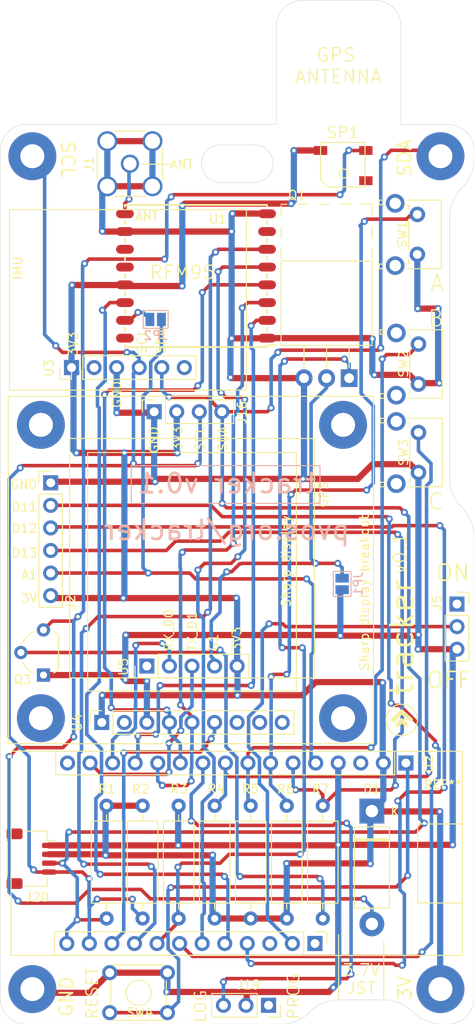
<source format=kicad_pcb>
(kicad_pcb (version 20171130) (host pcbnew 5.1.12-84ad8e8a86~92~ubuntu18.04.1)

  (general
    (thickness 1.6)
    (drawings 93)
    (tracks 841)
    (zones 0)
    (modules 32)
    (nets 30)
  )

  (page A4)
  (layers
    (0 F.Cu signal)
    (31 B.Cu signal)
    (32 B.Adhes user)
    (33 F.Adhes user)
    (34 B.Paste user)
    (35 F.Paste user)
    (36 B.SilkS user)
    (37 F.SilkS user)
    (38 B.Mask user)
    (39 F.Mask user)
    (40 Dwgs.User user)
    (41 Cmts.User user)
    (42 Eco1.User user)
    (43 Eco2.User user)
    (44 Edge.Cuts user)
    (45 Margin user)
    (46 B.CrtYd user)
    (47 F.CrtYd user)
    (48 B.Fab user hide)
    (49 F.Fab user hide)
  )

  (setup
    (last_trace_width 0.4)
    (user_trace_width 0.4)
    (user_trace_width 0.7)
    (trace_clearance 0.2)
    (zone_clearance 0.508)
    (zone_45_only no)
    (trace_min 0.2)
    (via_size 0.8)
    (via_drill 0.4)
    (via_min_size 0.4)
    (via_min_drill 0.3)
    (user_via 3 2)
    (uvia_size 0.3)
    (uvia_drill 0.1)
    (uvias_allowed no)
    (uvia_min_size 0.2)
    (uvia_min_drill 0.1)
    (edge_width 0.05)
    (segment_width 0.2)
    (pcb_text_width 0.3)
    (pcb_text_size 1.5 1.5)
    (mod_edge_width 0.12)
    (mod_text_size 1 1)
    (mod_text_width 0.15)
    (pad_size 5.4 5.4)
    (pad_drill 2.7)
    (pad_to_mask_clearance 0.05)
    (aux_axis_origin 0 0)
    (visible_elements FFFFFF7F)
    (pcbplotparams
      (layerselection 0x010fc_ffffffff)
      (usegerberextensions false)
      (usegerberattributes true)
      (usegerberadvancedattributes true)
      (creategerberjobfile true)
      (excludeedgelayer true)
      (linewidth 0.100000)
      (plotframeref false)
      (viasonmask false)
      (mode 1)
      (useauxorigin false)
      (hpglpennumber 1)
      (hpglpenspeed 20)
      (hpglpendiameter 15.000000)
      (psnegative false)
      (psa4output false)
      (plotreference true)
      (plotvalue true)
      (plotinvisibletext false)
      (padsonsilk false)
      (subtractmaskfromsilk false)
      (outputformat 1)
      (mirror false)
      (drillshape 0)
      (scaleselection 1)
      (outputdirectory "gerber/"))
  )

  (net 0 "")
  (net 1 GND)
  (net 2 +3V3)
  (net 3 SDA)
  (net 4 SCL)
  (net 5 D9)
  (net 6 ~RESET)
  (net 7 A0)
  (net 8 A3)
  (net 9 A4)
  (net 10 A5)
  (net 11 POWER_1)
  (net 12 "Net-(Q3-Pad2)")
  (net 13 RX_D0)
  (net 14 TX_D1)
  (net 15 A2)
  (net 16 "Net-(J1-Pad1)")
  (net 17 EN)
  (net 18 SCK)
  (net 19 MOSI)
  (net 20 D5)
  (net 21 A1)
  (net 22 MISO)
  (net 23 D6)
  (net 24 "Net-(JP2-Pad1)")
  (net 25 D12)
  (net 26 D13)
  (net 27 D10)
  (net 28 D11)
  (net 29 "Net-(D1-Pad2)")

  (net_class Default "This is the default net class."
    (clearance 0.2)
    (trace_width 0.25)
    (via_dia 0.8)
    (via_drill 0.4)
    (uvia_dia 0.3)
    (uvia_drill 0.1)
    (add_net +3V3)
    (add_net A0)
    (add_net A1)
    (add_net A2)
    (add_net A3)
    (add_net A4)
    (add_net A5)
    (add_net D10)
    (add_net D11)
    (add_net D12)
    (add_net D13)
    (add_net D5)
    (add_net D6)
    (add_net D9)
    (add_net EN)
    (add_net GND)
    (add_net MISO)
    (add_net MOSI)
    (add_net "Net-(D1-Pad2)")
    (add_net "Net-(J1-Pad1)")
    (add_net "Net-(JP2-Pad1)")
    (add_net "Net-(Q3-Pad2)")
    (add_net POWER_1)
    (add_net RX_D0)
    (add_net SCK)
    (add_net SCL)
    (add_net SDA)
    (add_net TX_D1)
    (add_net ~RESET)
  )

  (module footprints:feather (layer F.Cu) (tedit 61D26A72) (tstamp 61D407E0)
    (at 13.92428 46.47692 270)
    (descr "Through hole straight pin header, 1x16, 2.54mm pitch, single row")
    (tags "Through hole pin header THT 1x16 2.54mm single row")
    (path /61D308E3)
    (fp_text reference U2 (at 0.11308 -2.54572 90) (layer F.SilkS)
      (effects (font (size 1 1) (thickness 0.15)))
    )
    (fp_text value feather (at 0 40.43 90) (layer F.Fab)
      (effects (font (size 1 1) (thickness 0.15)))
    )
    (fp_text user %R (at 0 19.05) (layer F.Fab)
      (effects (font (size 1 1) (thickness 0.15)))
    )
    (fp_text user %R (at 20.32 29.29) (layer F.Fab)
      (effects (font (size 1 1) (thickness 0.15)))
    )
    (fp_text user REF** (at 2.44308 -4.14572 180) (layer F.SilkS)
      (effects (font (size 1 1) (thickness 0.15)))
    )
    (fp_line (start 1.8 -1.8) (end -1.8 -1.8) (layer F.CrtYd) (width 0.05))
    (fp_line (start 1.8 39.9) (end 1.8 -1.8) (layer F.CrtYd) (width 0.05))
    (fp_line (start -1.8 39.9) (end 1.8 39.9) (layer F.CrtYd) (width 0.05))
    (fp_line (start -1.8 -1.8) (end -1.8 39.9) (layer F.CrtYd) (width 0.05))
    (fp_line (start -1.33 -1.33) (end 0 -1.33) (layer F.SilkS) (width 0.12))
    (fp_line (start -1.33 0) (end -1.33 -1.33) (layer F.SilkS) (width 0.12))
    (fp_line (start -1.33 1.27) (end 1.33 1.27) (layer F.SilkS) (width 0.12))
    (fp_line (start 1.33 1.27) (end 1.33 39.43) (layer F.SilkS) (width 0.12))
    (fp_line (start -1.33 39.43) (end 1.33 39.43) (layer F.SilkS) (width 0.12))
    (fp_line (start -1.27 -0.635) (end -0.635 -1.27) (layer F.Fab) (width 0.1))
    (fp_line (start -1.27 39.37) (end -1.27 -0.635) (layer F.Fab) (width 0.1))
    (fp_line (start 1.27 39.37) (end -1.27 39.37) (layer F.Fab) (width 0.1))
    (fp_line (start 1.27 -1.27) (end 1.27 39.37) (layer F.Fab) (width 0.1))
    (fp_line (start -0.635 -1.27) (end 1.27 -1.27) (layer F.Fab) (width 0.1))
    (fp_line (start 18.99 10.24) (end 18.99 8.91) (layer F.SilkS) (width 0.12))
    (fp_line (start 21.65 11.51) (end 21.65 39.56) (layer F.SilkS) (width 0.12))
    (fp_line (start 19.685 8.97) (end 21.59 8.97) (layer F.Fab) (width 0.1))
    (fp_line (start 19.05 9.605) (end 19.685 8.97) (layer F.Fab) (width 0.1))
    (fp_line (start 19.05 39.5) (end 19.05 9.605) (layer F.Fab) (width 0.1))
    (fp_line (start 18.99 11.51) (end 18.99 39.56) (layer F.SilkS) (width 0.12))
    (fp_line (start 18.99 11.51) (end 21.65 11.51) (layer F.SilkS) (width 0.12))
    (fp_line (start 18.52 39.94) (end 22.12 39.94) (layer F.CrtYd) (width 0.05))
    (fp_line (start 18.99 8.91) (end 20.32 8.91) (layer F.SilkS) (width 0.12))
    (fp_line (start 18.52 8.44) (end 18.52 39.94) (layer F.CrtYd) (width 0.05))
    (fp_line (start 22.12 8.44) (end 18.52 8.44) (layer F.CrtYd) (width 0.05))
    (fp_line (start 18.99 39.56) (end 21.65 39.56) (layer F.SilkS) (width 0.12))
    (fp_line (start 22.12 39.94) (end 22.12 8.44) (layer F.CrtYd) (width 0.05))
    (fp_line (start 21.6 39.55) (end 19.06 39.55) (layer F.Fab) (width 0.1))
    (fp_line (start 21.59 8.97) (end 21.59 39.55) (layer F.Fab) (width 0.1))
    (fp_line (start -1.33 44.45) (end -1.33 -6.35) (layer F.SilkS) (width 0.12))
    (fp_line (start 21.66 44.45) (end 21.66 -6.35) (layer F.SilkS) (width 0.12))
    (fp_line (start 21.66 -6.35) (end -1.33 -6.35) (layer F.SilkS) (width 0.12))
    (fp_line (start -1.33 44.45) (end 21.66 44.45) (layer F.SilkS) (width 0.12))
    (pad 28 thru_hole oval (at 0 38.1 270) (size 1.7 1.7) (drill 1) (layers *.Cu *.Mask))
    (pad 27 thru_hole oval (at 0 35.56 270) (size 1.7 1.7) (drill 1) (layers *.Cu *.Mask)
      (net 14 TX_D1))
    (pad 26 thru_hole oval (at 0 33.02 270) (size 1.7 1.7) (drill 1) (layers *.Cu *.Mask)
      (net 13 RX_D0))
    (pad 25 thru_hole oval (at 0 30.48 270) (size 1.7 1.7) (drill 1) (layers *.Cu *.Mask)
      (net 22 MISO))
    (pad 24 thru_hole oval (at 0 27.94 270) (size 1.7 1.7) (drill 1) (layers *.Cu *.Mask)
      (net 19 MOSI))
    (pad 23 thru_hole oval (at 0 25.4 270) (size 1.7 1.7) (drill 1) (layers *.Cu *.Mask)
      (net 18 SCK))
    (pad 22 thru_hole oval (at 0 22.86 270) (size 1.7 1.7) (drill 1) (layers *.Cu *.Mask)
      (net 10 A5))
    (pad 21 thru_hole oval (at 0 20.32 270) (size 1.7 1.7) (drill 1) (layers *.Cu *.Mask)
      (net 9 A4))
    (pad 20 thru_hole oval (at 0 17.78 270) (size 1.7 1.7) (drill 1) (layers *.Cu *.Mask)
      (net 8 A3))
    (pad 19 thru_hole oval (at 0 15.24 270) (size 1.7 1.7) (drill 1) (layers *.Cu *.Mask)
      (net 15 A2))
    (pad 18 thru_hole oval (at 0 12.7 270) (size 1.7 1.7) (drill 1) (layers *.Cu *.Mask)
      (net 21 A1))
    (pad 17 thru_hole oval (at 0 10.16 270) (size 1.7 1.7) (drill 1) (layers *.Cu *.Mask)
      (net 7 A0))
    (pad 16 thru_hole oval (at 0 7.62 270) (size 1.7 1.7) (drill 1) (layers *.Cu *.Mask)
      (net 1 GND))
    (pad 15 thru_hole oval (at 0 5.08 270) (size 1.7 1.7) (drill 1) (layers *.Cu *.Mask))
    (pad 14 thru_hole oval (at 0 2.54 270) (size 1.7 1.7) (drill 1) (layers *.Cu *.Mask)
      (net 2 +3V3))
    (pad 13 thru_hole rect (at 0 0 270) (size 1.7 1.7) (drill 1) (layers *.Cu *.Mask)
      (net 6 ~RESET))
    (pad 5 thru_hole oval (at 20.32 20.4 270) (size 1.7 1.7) (drill 1) (layers *.Cu *.Mask)
      (net 25 D12))
    (pad 4 thru_hole oval (at 20.32 17.86 270) (size 1.7 1.7) (drill 1) (layers *.Cu *.Mask)
      (net 26 D13))
    (pad 10 thru_hole oval (at 20.32 33.1 270) (size 1.7 1.7) (drill 1) (layers *.Cu *.Mask)
      (net 20 D5))
    (pad 9 thru_hole oval (at 20.32 30.56 270) (size 1.7 1.7) (drill 1) (layers *.Cu *.Mask)
      (net 23 D6))
    (pad 12 thru_hole oval (at 20.32 38.18 270) (size 1.7 1.7) (drill 1) (layers *.Cu *.Mask)
      (net 3 SDA))
    (pad 7 thru_hole oval (at 20.32 25.48 270) (size 1.7 1.7) (drill 1) (layers *.Cu *.Mask)
      (net 27 D10))
    (pad 6 thru_hole oval (at 20.32 22.94 270) (size 1.7 1.7) (drill 1) (layers *.Cu *.Mask)
      (net 28 D11))
    (pad 2 thru_hole oval (at 20.32 12.78 270) (size 1.7 1.7) (drill 1) (layers *.Cu *.Mask)
      (net 17 EN))
    (pad 11 thru_hole oval (at 20.32 35.64 270) (size 1.7 1.7) (drill 1) (layers *.Cu *.Mask)
      (net 4 SCL))
    (pad 8 thru_hole oval (at 20.32 28.02 270) (size 1.7 1.7) (drill 1) (layers *.Cu *.Mask)
      (net 5 D9))
    (pad 1 thru_hole rect (at 20.32 10.24 270) (size 1.7 1.7) (drill 1) (layers *.Cu *.Mask))
    (pad 3 thru_hole oval (at 20.32 15.32 270) (size 1.7 1.7) (drill 1) (layers *.Cu *.Mask))
    (model ${KICAD6_3DMODEL_DIR}/Connector_PinHeader_2.54mm.3dshapes/PinHeader_1x16_P2.54mm_Vertical.wrl
      (at (xyz 0 0 0))
      (scale (xyz 1 1 1))
      (rotate (xyz 0 0 0))
    )
  )

  (module Package_TO_SOT_THT:TO-220-3_Horizontal_TabUp (layer F.Cu) (tedit 5AC8BA0D) (tstamp 61D59F05)
    (at 7.53 3.15 180)
    (descr "TO-220-3, Horizontal, RM 2.54mm, see https://www.vishay.com/docs/66542/to-220-1.pdf")
    (tags "TO-220-3 Horizontal RM 2.54mm")
    (path /61C12A63)
    (fp_text reference Q1 (at 5.88 20.6) (layer F.SilkS)
      (effects (font (size 1 1) (thickness 0.15)))
    )
    (fp_text value Q_NMOS_GDS (at 2.54 -2) (layer F.Fab)
      (effects (font (size 1 1) (thickness 0.15)))
    )
    (fp_text user %R (at 2.54 20.58) (layer F.Fab)
      (effects (font (size 1 1) (thickness 0.15)))
    )
    (fp_circle (center 2.54 16.66) (end 4.39 16.66) (layer F.Fab) (width 0.1))
    (fp_line (start -2.46 13.06) (end -2.46 19.46) (layer F.Fab) (width 0.1))
    (fp_line (start -2.46 19.46) (end 7.54 19.46) (layer F.Fab) (width 0.1))
    (fp_line (start 7.54 19.46) (end 7.54 13.06) (layer F.Fab) (width 0.1))
    (fp_line (start 7.54 13.06) (end -2.46 13.06) (layer F.Fab) (width 0.1))
    (fp_line (start -2.46 3.81) (end -2.46 13.06) (layer F.Fab) (width 0.1))
    (fp_line (start -2.46 13.06) (end 7.54 13.06) (layer F.Fab) (width 0.1))
    (fp_line (start 7.54 13.06) (end 7.54 3.81) (layer F.Fab) (width 0.1))
    (fp_line (start 7.54 3.81) (end -2.46 3.81) (layer F.Fab) (width 0.1))
    (fp_line (start 0 3.81) (end 0 0) (layer F.Fab) (width 0.1))
    (fp_line (start 2.54 3.81) (end 2.54 0) (layer F.Fab) (width 0.1))
    (fp_line (start 5.08 3.81) (end 5.08 0) (layer F.Fab) (width 0.1))
    (fp_line (start -2.58 3.69) (end 7.66 3.69) (layer F.SilkS) (width 0.12))
    (fp_line (start -2.58 13.18) (end 7.66 13.18) (layer F.SilkS) (width 0.12))
    (fp_line (start -2.58 3.69) (end -2.58 13.18) (layer F.SilkS) (width 0.12))
    (fp_line (start 7.66 3.69) (end 7.66 13.18) (layer F.SilkS) (width 0.12))
    (fp_line (start -2.58 19.58) (end -1.38 19.58) (layer F.SilkS) (width 0.12))
    (fp_line (start -0.181 19.58) (end 1.02 19.58) (layer F.SilkS) (width 0.12))
    (fp_line (start 2.22 19.58) (end 3.42 19.58) (layer F.SilkS) (width 0.12))
    (fp_line (start 4.62 19.58) (end 5.82 19.58) (layer F.SilkS) (width 0.12))
    (fp_line (start 7.02 19.58) (end 7.66 19.58) (layer F.SilkS) (width 0.12))
    (fp_line (start -2.58 13.42) (end -2.58 14.62) (layer F.SilkS) (width 0.12))
    (fp_line (start -2.58 15.82) (end -2.58 17.02) (layer F.SilkS) (width 0.12))
    (fp_line (start -2.58 18.22) (end -2.58 19.42) (layer F.SilkS) (width 0.12))
    (fp_line (start 7.66 13.42) (end 7.66 14.62) (layer F.SilkS) (width 0.12))
    (fp_line (start 7.66 15.82) (end 7.66 17.02) (layer F.SilkS) (width 0.12))
    (fp_line (start 7.66 18.22) (end 7.66 19.42) (layer F.SilkS) (width 0.12))
    (fp_line (start 0 1.15) (end 0 3.69) (layer F.SilkS) (width 0.12))
    (fp_line (start 2.54 1.15) (end 2.54 3.69) (layer F.SilkS) (width 0.12))
    (fp_line (start 5.08 1.15) (end 5.08 3.69) (layer F.SilkS) (width 0.12))
    (fp_line (start -2.71 -1.25) (end -2.71 19.71) (layer F.CrtYd) (width 0.05))
    (fp_line (start -2.71 19.71) (end 7.79 19.71) (layer F.CrtYd) (width 0.05))
    (fp_line (start 7.79 19.71) (end 7.79 -1.25) (layer F.CrtYd) (width 0.05))
    (fp_line (start 7.79 -1.25) (end -2.71 -1.25) (layer F.CrtYd) (width 0.05))
    (pad 3 thru_hole oval (at 5.08 0 180) (size 1.905 2) (drill 1.1) (layers *.Cu *.Mask)
      (net 1 GND))
    (pad 2 thru_hole oval (at 2.54 0 180) (size 1.905 2) (drill 1.1) (layers *.Cu *.Mask)
      (net 11 POWER_1))
    (pad 1 thru_hole rect (at 0 0 180) (size 1.905 2) (drill 1.1) (layers *.Cu *.Mask)
      (net 5 D9))
    (pad "" np_thru_hole oval (at 2.54 16.66 180) (size 3.5 3.5) (drill 3.5) (layers *.Cu *.Mask))
    (model ${KISYS3DMOD}/Package_TO_SOT_THT.3dshapes/TO-220-3_Horizontal_TabUp.wrl
      (at (xyz 0 0 0))
      (scale (xyz 1 1 1))
      (rotate (xyz 0 0 0))
    )
  )

  (module Connector_PinHeader_2.54mm:PinHeader_1x06_P2.54mm_Vertical (layer F.Cu) (tedit 59FED5CC) (tstamp 61D6C8EA)
    (at -26.07 14.93)
    (descr "Through hole straight pin header, 1x06, 2.54mm pitch, single row")
    (tags "Through hole pin header THT 1x06 2.54mm single row")
    (path /61F6CB97)
    (fp_text reference J2 (at 2.24756 13.45432 90) (layer F.SilkS)
      (effects (font (size 1 1) (thickness 0.15)))
    )
    (fp_text value Conn_01x06_Female (at 0 15.03) (layer F.Fab)
      (effects (font (size 1 1) (thickness 0.15)))
    )
    (fp_text user %R (at 0 6.35 90) (layer F.Fab)
      (effects (font (size 1 1) (thickness 0.15)))
    )
    (fp_line (start -0.635 -1.27) (end 1.27 -1.27) (layer F.Fab) (width 0.1))
    (fp_line (start 1.27 -1.27) (end 1.27 13.97) (layer F.Fab) (width 0.1))
    (fp_line (start 1.27 13.97) (end -1.27 13.97) (layer F.Fab) (width 0.1))
    (fp_line (start -1.27 13.97) (end -1.27 -0.635) (layer F.Fab) (width 0.1))
    (fp_line (start -1.27 -0.635) (end -0.635 -1.27) (layer F.Fab) (width 0.1))
    (fp_line (start -1.33 14.03) (end 1.33 14.03) (layer F.SilkS) (width 0.12))
    (fp_line (start -1.33 1.27) (end -1.33 14.03) (layer F.SilkS) (width 0.12))
    (fp_line (start 1.33 1.27) (end 1.33 14.03) (layer F.SilkS) (width 0.12))
    (fp_line (start -1.33 1.27) (end 1.33 1.27) (layer F.SilkS) (width 0.12))
    (fp_line (start -1.33 0) (end -1.33 -1.33) (layer F.SilkS) (width 0.12))
    (fp_line (start -1.33 -1.33) (end 0 -1.33) (layer F.SilkS) (width 0.12))
    (fp_line (start -1.8 -1.8) (end -1.8 14.5) (layer F.CrtYd) (width 0.05))
    (fp_line (start -1.8 14.5) (end 1.8 14.5) (layer F.CrtYd) (width 0.05))
    (fp_line (start 1.8 14.5) (end 1.8 -1.8) (layer F.CrtYd) (width 0.05))
    (fp_line (start 1.8 -1.8) (end -1.8 -1.8) (layer F.CrtYd) (width 0.05))
    (pad 6 thru_hole oval (at 0 12.7) (size 1.7 1.7) (drill 1) (layers *.Cu *.Mask)
      (net 2 +3V3))
    (pad 5 thru_hole oval (at 0 10.16) (size 1.7 1.7) (drill 1) (layers *.Cu *.Mask)
      (net 7 A0))
    (pad 4 thru_hole oval (at 0 7.62) (size 1.7 1.7) (drill 1) (layers *.Cu *.Mask)
      (net 21 A1))
    (pad 3 thru_hole oval (at 0 5.08) (size 1.7 1.7) (drill 1) (layers *.Cu *.Mask)
      (net 26 D13))
    (pad 2 thru_hole oval (at 0 2.54) (size 1.7 1.7) (drill 1) (layers *.Cu *.Mask)
      (net 27 D10))
    (pad 1 thru_hole rect (at 0 0) (size 1.7 1.7) (drill 1) (layers *.Cu *.Mask)
      (net 1 GND))
    (model ${KISYS3DMOD}/Connector_PinHeader_2.54mm.3dshapes/PinHeader_1x06_P2.54mm_Vertical.wrl
      (at (xyz 0 0 0))
      (scale (xyz 1 1 1))
      (rotate (xyz 0 0 0))
    )
  )

  (module Jumper:SolderJumper-2_P1.3mm_Open_Pad1.0x1.5mm (layer B.Cu) (tedit 5A3EABFC) (tstamp 61D5E402)
    (at -14.25 -3.46)
    (descr "SMD Solder Jumper, 1x1.5mm Pads, 0.3mm gap, open")
    (tags "solder jumper open")
    (path /61E9417E)
    (attr virtual)
    (fp_text reference JP2 (at 0 1.8 180) (layer B.SilkS)
      (effects (font (size 1 1) (thickness 0.15)) (justify mirror))
    )
    (fp_text value Jumper_NO_Small (at 0 -1.9 180) (layer B.Fab)
      (effects (font (size 1 1) (thickness 0.15)) (justify mirror))
    )
    (fp_line (start -1.4 -1) (end -1.4 1) (layer B.SilkS) (width 0.12))
    (fp_line (start 1.4 -1) (end -1.4 -1) (layer B.SilkS) (width 0.12))
    (fp_line (start 1.4 1) (end 1.4 -1) (layer B.SilkS) (width 0.12))
    (fp_line (start -1.4 1) (end 1.4 1) (layer B.SilkS) (width 0.12))
    (fp_line (start -1.65 1.25) (end 1.65 1.25) (layer B.CrtYd) (width 0.05))
    (fp_line (start -1.65 1.25) (end -1.65 -1.25) (layer B.CrtYd) (width 0.05))
    (fp_line (start 1.65 -1.25) (end 1.65 1.25) (layer B.CrtYd) (width 0.05))
    (fp_line (start 1.65 -1.25) (end -1.65 -1.25) (layer B.CrtYd) (width 0.05))
    (pad 1 smd rect (at -0.65 0) (size 1 1.5) (layers B.Cu B.Mask)
      (net 24 "Net-(JP2-Pad1)"))
    (pad 2 smd rect (at 0.65 0) (size 1 1.5) (layers B.Cu B.Mask)
      (net 7 A0))
  )

  (module Connector_Coaxial:SMA_Amphenol_132134_Vertical (layer F.Cu) (tedit 5B2F4DB6) (tstamp 61D48EDB)
    (at -17.15008 -20.99056)
    (descr https://www.amphenolrf.com/downloads/dl/file/id/2187/product/2843/132134_customer_drawing.pdf)
    (tags "SMA THT Female Jack Vertical ExtendedLegs")
    (path /61DED342)
    (fp_text reference J1 (at -4.57992 0.03056 90) (layer F.SilkS)
      (effects (font (size 1 1) (thickness 0.15)))
    )
    (fp_text value Conn_Coaxial (at 0 5) (layer F.Fab)
      (effects (font (size 1 1) (thickness 0.15)))
    )
    (fp_text user %R (at 0 0) (layer F.Fab)
      (effects (font (size 1 1) (thickness 0.15)))
    )
    (fp_circle (center 0 0) (end 3.175 0) (layer F.Fab) (width 0.1))
    (fp_line (start 4.17 4.17) (end -4.17 4.17) (layer F.CrtYd) (width 0.05))
    (fp_line (start 4.17 4.17) (end 4.17 -4.17) (layer F.CrtYd) (width 0.05))
    (fp_line (start -4.17 -4.17) (end -4.17 4.17) (layer F.CrtYd) (width 0.05))
    (fp_line (start -4.17 -4.17) (end 4.17 -4.17) (layer F.CrtYd) (width 0.05))
    (fp_line (start -3.5 -3.5) (end 3.5 -3.5) (layer F.Fab) (width 0.1))
    (fp_line (start -3.5 -3.5) (end -3.5 3.5) (layer F.Fab) (width 0.1))
    (fp_line (start -3.5 3.5) (end 3.5 3.5) (layer F.Fab) (width 0.1))
    (fp_line (start 3.5 -3.5) (end 3.5 3.5) (layer F.Fab) (width 0.1))
    (fp_line (start -3.68 -1.8) (end -3.68 1.8) (layer F.SilkS) (width 0.12))
    (fp_line (start 3.68 -1.8) (end 3.68 1.8) (layer F.SilkS) (width 0.12))
    (fp_line (start -1.8 3.68) (end 1.8 3.68) (layer F.SilkS) (width 0.12))
    (fp_line (start -1.8 -3.68) (end 1.8 -3.68) (layer F.SilkS) (width 0.12))
    (pad 2 thru_hole circle (at -2.54 2.54) (size 2.25 2.25) (drill 1.7) (layers *.Cu *.Mask)
      (net 1 GND))
    (pad 2 thru_hole circle (at -2.54 -2.54) (size 2.25 2.25) (drill 1.7) (layers *.Cu *.Mask)
      (net 1 GND))
    (pad 2 thru_hole circle (at 2.54 -2.54) (size 2.25 2.25) (drill 1.7) (layers *.Cu *.Mask)
      (net 1 GND))
    (pad 2 thru_hole circle (at 2.54 2.54) (size 2.25 2.25) (drill 1.7) (layers *.Cu *.Mask)
      (net 1 GND))
    (pad 1 thru_hole circle (at 0 0) (size 2.05 2.05) (drill 1.5) (layers *.Cu *.Mask)
      (net 16 "Net-(J1-Pad1)"))
    (model ${KISYS3DMOD}/Connector_Coaxial.3dshapes/SMA_Amphenol_132134_Vertical.wrl
      (at (xyz 0 0 0))
      (scale (xyz 1 1 1))
      (rotate (xyz 0 0 0))
    )
  )

  (module Button_Switch_THT:SW_Tactile_SPST_Angled_PTS645Vx58-2LFS (layer F.Cu) (tedit 5A02FE31) (tstamp 61D65216)
    (at 15.33538 9.2705 270)
    (descr "tactile switch SPST right angle, PTS645VL58-2 LFS")
    (tags "tactile switch SPST angled PTS645VL58-2 LFS C&K Button")
    (path /61DE7C6B)
    (fp_text reference SW3 (at 2.25 1.68 90) (layer F.SilkS)
      (effects (font (size 1 1) (thickness 0.15)))
    )
    (fp_text value SW_Push (at 2.25 5.38988 90) (layer F.Fab)
      (effects (font (size 1 1) (thickness 0.15)))
    )
    (fp_text user %R (at 2.25 1.68 90) (layer F.Fab)
      (effects (font (size 1 1) (thickness 0.15)))
    )
    (fp_line (start 0.5 -5.85) (end 0.5 -2.59) (layer F.Fab) (width 0.1))
    (fp_line (start 4 -5.85) (end 4 -2.59) (layer F.Fab) (width 0.1))
    (fp_line (start 0.5 -5.85) (end 4 -5.85) (layer F.Fab) (width 0.1))
    (fp_line (start -1.09 0.97) (end -1.09 1.2) (layer F.SilkS) (width 0.12))
    (fp_line (start 5.7 4.2) (end 5.7 0.86) (layer F.Fab) (width 0.1))
    (fp_line (start -1.5 4.2) (end -1.2 4.2) (layer F.Fab) (width 0.1))
    (fp_line (start -1.2 0.86) (end 5.7 0.86) (layer F.Fab) (width 0.1))
    (fp_line (start 6 4.2) (end 6 -2.59) (layer F.Fab) (width 0.1))
    (fp_line (start -2.5 -2.8) (end 7.05 -2.8) (layer F.CrtYd) (width 0.05))
    (fp_line (start 7.05 -2.8) (end 7.05 4.45) (layer F.CrtYd) (width 0.05))
    (fp_line (start 7.05 4.45) (end -2.5 4.45) (layer F.CrtYd) (width 0.05))
    (fp_line (start -2.5 4.45) (end -2.5 -2.8) (layer F.CrtYd) (width 0.05))
    (fp_line (start -1.61 -2.7) (end 6.11 -2.7) (layer F.SilkS) (width 0.12))
    (fp_line (start 6.11 -2.7) (end 6.11 1.2) (layer F.SilkS) (width 0.12))
    (fp_line (start -1.61 4.31) (end -1.09 4.31) (layer F.SilkS) (width 0.12))
    (fp_line (start -1.61 -2.7) (end -1.61 1.2) (layer F.SilkS) (width 0.12))
    (fp_line (start -1.5 -2.59) (end 6 -2.59) (layer F.Fab) (width 0.1))
    (fp_line (start -1.5 4.2) (end -1.5 -2.59) (layer F.Fab) (width 0.1))
    (fp_line (start 5.7 4.2) (end 6 4.2) (layer F.Fab) (width 0.1))
    (fp_line (start -1.2 4.2) (end -1.2 0.86) (layer F.Fab) (width 0.1))
    (fp_line (start 5.59 0.97) (end 5.59 1.2) (layer F.SilkS) (width 0.12))
    (fp_line (start -1.09 3.8) (end -1.09 4.31) (layer F.SilkS) (width 0.12))
    (fp_line (start -1.61 3.8) (end -1.61 4.31) (layer F.SilkS) (width 0.12))
    (fp_line (start 5.05 0.97) (end 5.59 0.97) (layer F.SilkS) (width 0.12))
    (fp_line (start 5.59 3.8) (end 5.59 4.31) (layer F.SilkS) (width 0.12))
    (fp_line (start 5.59 4.31) (end 6.11 4.31) (layer F.SilkS) (width 0.12))
    (fp_line (start 6.11 3.8) (end 6.11 4.31) (layer F.SilkS) (width 0.12))
    (fp_line (start -1.09 0.97) (end -0.55 0.97) (layer F.SilkS) (width 0.12))
    (fp_line (start 0.55 0.97) (end 3.95 0.97) (layer F.SilkS) (width 0.12))
    (pad "" thru_hole circle (at 5.76 2.49 270) (size 2.1 2.1) (drill 1.3) (layers *.Cu *.Mask))
    (pad 2 thru_hole circle (at 4.5 0 270) (size 1.75 1.75) (drill 0.99) (layers *.Cu *.Mask)
      (net 1 GND))
    (pad 1 thru_hole circle (at 0 0 270) (size 1.75 1.75) (drill 0.99) (layers *.Cu *.Mask)
      (net 9 A4))
    (pad "" thru_hole circle (at -1.25 2.49 270) (size 2.1 2.1) (drill 1.3) (layers *.Cu *.Mask))
    (model ${KISYS3DMOD}/Button_Switch_THT.3dshapes/SW_Tactile_SPST_Angled_PTS645Vx58-2LFS.wrl
      (at (xyz 0 0 0))
      (scale (xyz 1 1 1))
      (rotate (xyz 0 0 0))
    )
  )

  (module Resistor_THT:R_Axial_DIN0309_L9.0mm_D3.2mm_P12.70mm_Horizontal (layer F.Cu) (tedit 5AE5139B) (tstamp 61D42A5F)
    (at -7.607136 63.98192 90)
    (descr "Resistor, Axial_DIN0309 series, Axial, Horizontal, pin pitch=12.7mm, 0.5W = 1/2W, length*diameter=9*3.2mm^2, http://cdn-reichelt.de/documents/datenblatt/B400/1_4W%23YAG.pdf")
    (tags "Resistor Axial_DIN0309 series Axial Horizontal pin pitch 12.7mm 0.5W = 1/2W length 9mm diameter 3.2mm")
    (path /61DE7962)
    (fp_text reference R4 (at 14.58192 0.147136 180) (layer F.SilkS)
      (effects (font (size 1 1) (thickness 0.15)))
    )
    (fp_text value 4.7K (at 6.35 2.72 90) (layer F.Fab)
      (effects (font (size 1 1) (thickness 0.15)))
    )
    (fp_line (start 13.75 -1.85) (end -1.05 -1.85) (layer F.CrtYd) (width 0.05))
    (fp_line (start 13.75 1.85) (end 13.75 -1.85) (layer F.CrtYd) (width 0.05))
    (fp_line (start -1.05 1.85) (end 13.75 1.85) (layer F.CrtYd) (width 0.05))
    (fp_line (start -1.05 -1.85) (end -1.05 1.85) (layer F.CrtYd) (width 0.05))
    (fp_line (start 11.66 0) (end 10.97 0) (layer F.SilkS) (width 0.12))
    (fp_line (start 1.04 0) (end 1.73 0) (layer F.SilkS) (width 0.12))
    (fp_line (start 10.97 -1.72) (end 1.73 -1.72) (layer F.SilkS) (width 0.12))
    (fp_line (start 10.97 1.72) (end 10.97 -1.72) (layer F.SilkS) (width 0.12))
    (fp_line (start 1.73 1.72) (end 10.97 1.72) (layer F.SilkS) (width 0.12))
    (fp_line (start 1.73 -1.72) (end 1.73 1.72) (layer F.SilkS) (width 0.12))
    (fp_line (start 12.7 0) (end 10.85 0) (layer F.Fab) (width 0.1))
    (fp_line (start 0 0) (end 1.85 0) (layer F.Fab) (width 0.1))
    (fp_line (start 10.85 -1.6) (end 1.85 -1.6) (layer F.Fab) (width 0.1))
    (fp_line (start 10.85 1.6) (end 10.85 -1.6) (layer F.Fab) (width 0.1))
    (fp_line (start 1.85 1.6) (end 10.85 1.6) (layer F.Fab) (width 0.1))
    (fp_line (start 1.85 -1.6) (end 1.85 1.6) (layer F.Fab) (width 0.1))
    (fp_text user %R (at 6.35 0 90) (layer F.Fab)
      (effects (font (size 1 1) (thickness 0.15)))
    )
    (pad 2 thru_hole oval (at 12.7 0 90) (size 1.6 1.6) (drill 0.8) (layers *.Cu *.Mask)
      (net 9 A4))
    (pad 1 thru_hole circle (at 0 0 90) (size 1.6 1.6) (drill 0.8) (layers *.Cu *.Mask)
      (net 2 +3V3))
    (model ${KISYS3DMOD}/Resistor_THT.3dshapes/R_Axial_DIN0309_L9.0mm_D3.2mm_P12.70mm_Horizontal.wrl
      (at (xyz 0 0 0))
      (scale (xyz 1 1 1))
      (rotate (xyz 0 0 0))
    )
  )

  (module MountingHole:MountingHole_2.7mm_M2.5_Pad (layer F.Cu) (tedit 56D1B4CB) (tstamp 61D75026)
    (at 17.81396 71.92492)
    (descr "Mounting Hole 2.7mm, M2.5")
    (tags "mounting hole 2.7mm m2.5")
    (path /614A5606)
    (attr virtual)
    (fp_text reference H2 (at -2.6463 -2.667) (layer F.SilkS) hide
      (effects (font (size 1 1) (thickness 0.15)))
    )
    (fp_text value MountingHole_Pad (at 0 3.7) (layer F.Fab)
      (effects (font (size 1 1) (thickness 0.15)))
    )
    (fp_circle (center 0 0) (end 2.95 0) (layer F.CrtYd) (width 0.05))
    (fp_circle (center 0 0) (end 2.7 0) (layer Cmts.User) (width 0.15))
    (fp_text user %R (at 0.3 0) (layer F.Fab)
      (effects (font (size 1 1) (thickness 0.15)))
    )
    (pad 1 thru_hole circle (at 0 0) (size 5.4 5.4) (drill 2.7) (layers *.Cu *.Mask)
      (net 2 +3V3))
  )

  (module footprints:gps_neo6m_black (layer F.Cu) (tedit 61D368C0) (tstamp 61D75A79)
    (at -15.24 35.56)
    (descr "Through hole straight pin header, 1x05, 2.54mm pitch, single row")
    (tags "Through hole pin header THT 1x05 2.54mm single row")
    (path /61D7113B)
    (fp_text reference U5 (at -2.64 0.09 90) (layer F.SilkS)
      (effects (font (size 1 1) (thickness 0.15)))
    )
    (fp_text value neo-6m-black (at 0 12.49) (layer F.Fab)
      (effects (font (size 1 1) (thickness 0.15)))
    )
    (fp_text user %R (at 5.08 0 180) (layer F.Fab)
      (effects (font (size 1 1) (thickness 0.15)))
    )
    (fp_line (start -1.27 0.635) (end -1.27 -1.27) (layer F.Fab) (width 0.1))
    (fp_line (start -1.27 -1.27) (end 11.43 -1.27) (layer F.Fab) (width 0.1))
    (fp_line (start 11.43 -1.27) (end 11.43 1.27) (layer F.Fab) (width 0.1))
    (fp_line (start 11.43 1.27) (end -0.635 1.27) (layer F.Fab) (width 0.1))
    (fp_line (start -0.635 1.27) (end -1.27 0.635) (layer F.Fab) (width 0.1))
    (fp_line (start 11.49 1.33) (end 11.49 -1.33) (layer F.SilkS) (width 0.12))
    (fp_line (start 1.27 1.33) (end 11.49 1.33) (layer F.SilkS) (width 0.12))
    (fp_line (start 1.27 -1.33) (end 11.49 -1.33) (layer F.SilkS) (width 0.12))
    (fp_line (start 1.27 1.33) (end 1.27 -1.33) (layer F.SilkS) (width 0.12))
    (fp_line (start 0 1.33) (end -1.33 1.33) (layer F.SilkS) (width 0.12))
    (fp_line (start -1.33 1.33) (end -1.33 0) (layer F.SilkS) (width 0.12))
    (fp_line (start -1.8 1.8) (end 11.95 1.8) (layer F.CrtYd) (width 0.05))
    (fp_line (start 11.95 1.8) (end 11.95 -1.8) (layer F.CrtYd) (width 0.05))
    (fp_line (start 11.95 -1.8) (end -1.8 -1.8) (layer F.CrtYd) (width 0.05))
    (fp_line (start -1.8 -1.8) (end -1.8 1.8) (layer F.CrtYd) (width 0.05))
    (fp_line (start -8.69 1.34) (end -8.69 -25.62) (layer F.SilkS) (width 0.12))
    (fp_line (start 18.86 1.34) (end 18.86 -25.62) (layer F.SilkS) (width 0.12))
    (fp_line (start -8.69 -25.62) (end 18.86 -25.62) (layer F.SilkS) (width 0.12))
    (fp_line (start -8.69 1.34) (end 18.86 1.34) (layer F.SilkS) (width 0.12))
    (pad 5 thru_hole oval (at 10.16 0 90) (size 1.7 1.7) (drill 1) (layers *.Cu *.Mask)
      (net 2 +3V3))
    (pad 4 thru_hole oval (at 7.62 0 90) (size 1.7 1.7) (drill 1) (layers *.Cu *.Mask)
      (net 11 POWER_1))
    (pad 3 thru_hole oval (at 5.08 0 90) (size 1.7 1.7) (drill 1) (layers *.Cu *.Mask)
      (net 14 TX_D1))
    (pad 2 thru_hole oval (at 2.54 0 90) (size 1.7 1.7) (drill 1) (layers *.Cu *.Mask)
      (net 13 RX_D0))
    (pad 1 thru_hole rect (at 0 0 90) (size 1.7 1.7) (drill 1) (layers *.Cu *.Mask))
    (model ${KICAD6_3DMODEL_DIR}/Connector_PinHeader_2.54mm.3dshapes/PinHeader_1x05_P2.54mm_Vertical.wrl
      (at (xyz 0 0 0))
      (scale (xyz 1 1 1))
      (rotate (xyz 0 0 0))
    )
  )

  (module footprints:Display_adafruit_sharp_13 (layer F.Cu) (tedit 61D4BC78) (tstamp 61D40DEB)
    (at 0 41.91 180)
    (descr "Through hole straight socket strip, 1x09, 2.54mm pitch, single row (from Kicad 4.0.7), script generated")
    (tags "Through hole socket strip THT 1x09 2.54mm single row")
    (path /61D40EC2)
    (fp_text reference U4 (at 23.09 0 270) (layer F.SilkS)
      (effects (font (size 1 1) (thickness 0.15)))
    )
    (fp_text value Adafruit_Sharp_Display_1_3 (at -2.77 0 270) (layer F.Fab)
      (effects (font (size 1 1) (thickness 0.15)))
    )
    (fp_text user %R (at 10.16 0) (layer F.Fab)
      (effects (font (size 1 1) (thickness 0.15)))
    )
    (fp_line (start 21.59 -1.27) (end 21.59 0.635) (layer F.Fab) (width 0.1))
    (fp_line (start 21.59 0.635) (end 20.955 1.27) (layer F.Fab) (width 0.1))
    (fp_line (start 20.955 1.27) (end -1.27 1.27) (layer F.Fab) (width 0.1))
    (fp_line (start -1.27 1.27) (end -1.27 -1.27) (layer F.Fab) (width 0.1))
    (fp_line (start -1.27 -1.27) (end 21.59 -1.27) (layer F.Fab) (width 0.1))
    (fp_line (start 19.05 -1.33) (end 19.05 1.33) (layer F.SilkS) (width 0.12))
    (fp_line (start 19.05 -1.33) (end -1.33 -1.33) (layer F.SilkS) (width 0.12))
    (fp_line (start -1.33 -1.33) (end -1.33 1.33) (layer F.SilkS) (width 0.12))
    (fp_line (start 19.05 1.33) (end -1.33 1.33) (layer F.SilkS) (width 0.12))
    (fp_line (start 21.65 1.33) (end 20.32 1.33) (layer F.SilkS) (width 0.12))
    (fp_line (start 21.65 0) (end 21.65 1.33) (layer F.SilkS) (width 0.12))
    (fp_line (start 22.12 -1.8) (end 22.12 1.75) (layer F.CrtYd) (width 0.05))
    (fp_line (start 22.12 1.75) (end -1.78 1.75) (layer F.CrtYd) (width 0.05))
    (fp_line (start -1.78 1.75) (end -1.78 -1.8) (layer F.CrtYd) (width 0.05))
    (fp_line (start -1.78 -1.8) (end 22.12 -1.8) (layer F.CrtYd) (width 0.05))
    (fp_line (start -1.59 3.54) (end -1.59 30.39) (layer F.SilkS) (width 0.12))
    (fp_line (start -10.28 -2.4) (end -10.28 36.716) (layer F.SilkS) (width 0.12))
    (fp_line (start -1.59 3.54) (end 21.91 3.54) (layer F.SilkS) (width 0.12))
    (fp_line (start -1.59 30.39) (end 21.91 30.39) (layer F.SilkS) (width 0.12))
    (fp_line (start 30.84 -2.4) (end 30.84 36.716) (layer F.SilkS) (width 0.12))
    (fp_line (start -10.28 -2.4) (end 30.84 -2.4) (layer F.SilkS) (width 0.12))
    (fp_line (start 30.84 36.716) (end -10.28 36.716) (layer F.SilkS) (width 0.12))
    (fp_line (start 21.91 3.54) (end 21.91 30.39) (layer F.SilkS) (width 0.12))
    (pad 9 thru_hole oval (at 0 0 90) (size 1.7 1.7) (drill 1) (layers *.Cu *.Mask))
    (pad 8 thru_hole oval (at 2.54 0 90) (size 1.7 1.7) (drill 1) (layers *.Cu *.Mask))
    (pad 7 thru_hole oval (at 5.08 0 90) (size 1.7 1.7) (drill 1) (layers *.Cu *.Mask))
    (pad 6 thru_hole oval (at 7.62 0 90) (size 1.7 1.7) (drill 1) (layers *.Cu *.Mask)
      (net 20 D5))
    (pad 5 thru_hole oval (at 10.16 0 90) (size 1.7 1.7) (drill 1) (layers *.Cu *.Mask)
      (net 19 MOSI))
    (pad 4 thru_hole oval (at 12.7 0 90) (size 1.7 1.7) (drill 1) (layers *.Cu *.Mask)
      (net 18 SCK))
    (pad 3 thru_hole oval (at 15.24 0 90) (size 1.7 1.7) (drill 1) (layers *.Cu *.Mask)
      (net 1 GND))
    (pad 2 thru_hole oval (at 17.78 0 90) (size 1.7 1.7) (drill 1) (layers *.Cu *.Mask))
    (pad 1 thru_hole rect (at 20.32 0 90) (size 1.7 1.7) (drill 1) (layers *.Cu *.Mask)
      (net 2 +3V3))
    (pad "" np_thru_hole circle (at -6.85 0.48 180) (size 5.4 5.4) (drill 2.7) (layers *.Cu *.Mask))
    (pad "" np_thru_hole circle (at 27.17 0.48 180) (size 5.4 5.4) (drill 2.7) (layers *.Cu *.Mask))
    (pad "" np_thru_hole circle (at -6.85 33.5 180) (size 5.4 5.4) (drill 2.7) (layers *.Cu *.Mask))
    (pad "" np_thru_hole circle (at 27.17 33.5 180) (size 5.4 5.4) (drill 2.7) (layers *.Cu *.Mask))
    (model ${KICAD6_3DMODEL_DIR}/Connector_PinSocket_2.54mm.3dshapes/PinSocket_1x09_P2.54mm_Vertical.wrl
      (at (xyz 0 0 0))
      (scale (xyz 1 1 1))
      (rotate (xyz 0 0 0))
    )
  )

  (module footprints:IMU_Ada_BNO005 (layer F.Cu) (tedit 61D362A9) (tstamp 61D3D3F9)
    (at -23.72106 1.96088)
    (descr "Through hole straight pin header, 1x06, 2.54mm pitch, single row")
    (tags "Through hole pin header THT 1x06 2.54mm single row")
    (path /61D39165)
    (fp_text reference U3 (at -2.52894 0.04912 270) (layer F.SilkS)
      (effects (font (size 1 1) (thickness 0.15)))
    )
    (fp_text value Adafruit_IMU_BNO005 (at 6.35 -9.16) (layer F.Fab)
      (effects (font (size 1 1) (thickness 0.15)))
    )
    (fp_text user %R (at 6.35 0 180) (layer F.Fab)
      (effects (font (size 1 1) (thickness 0.15)))
    )
    (fp_line (start -1.27 0.635) (end -1.27 -1.27) (layer F.Fab) (width 0.1))
    (fp_line (start -1.27 -1.27) (end 13.97 -1.27) (layer F.Fab) (width 0.1))
    (fp_line (start 13.97 -1.27) (end 13.97 1.27) (layer F.Fab) (width 0.1))
    (fp_line (start 13.97 1.27) (end -0.635 1.27) (layer F.Fab) (width 0.1))
    (fp_line (start -0.635 1.27) (end -1.27 0.635) (layer F.Fab) (width 0.1))
    (fp_line (start 14.03 1.33) (end 14.03 -1.33) (layer F.SilkS) (width 0.12))
    (fp_line (start 1.27 1.33) (end 14.03 1.33) (layer F.SilkS) (width 0.12))
    (fp_line (start 1.27 -1.33) (end 14.03 -1.33) (layer F.SilkS) (width 0.12))
    (fp_line (start 1.27 1.33) (end 1.27 -1.33) (layer F.SilkS) (width 0.12))
    (fp_line (start 0 1.33) (end -1.33 1.33) (layer F.SilkS) (width 0.12))
    (fp_line (start -1.33 1.33) (end -1.33 0) (layer F.SilkS) (width 0.12))
    (fp_line (start -1.8 1.8) (end 14.5 1.8) (layer F.CrtYd) (width 0.05))
    (fp_line (start 14.5 1.8) (end 14.5 -1.8) (layer F.CrtYd) (width 0.05))
    (fp_line (start 14.5 -1.8) (end -1.8 -1.8) (layer F.CrtYd) (width 0.05))
    (fp_line (start -1.8 -1.8) (end -1.8 1.8) (layer F.CrtYd) (width 0.05))
    (fp_line (start 19.685 2.54) (end 6.35 2.54) (layer F.SilkS) (width 0.12))
    (fp_line (start -6.985 2.54) (end 6.35 2.54) (layer F.SilkS) (width 0.12))
    (fp_line (start -6.985 -17.78) (end -6.985 2.54) (layer F.SilkS) (width 0.12))
    (fp_line (start 19.685 -17.78) (end 19.685 2.54) (layer F.SilkS) (width 0.12))
    (fp_line (start 0 0) (end 0 1.27) (layer F.SilkS) (width 0.12))
    (fp_line (start -6.985 -17.78) (end 19.685 -17.78) (layer F.SilkS) (width 0.12))
    (pad 6 thru_hole oval (at 12.7 0 90) (size 1.7 1.7) (drill 1) (layers *.Cu *.Mask))
    (pad 5 thru_hole oval (at 10.16 0 90) (size 1.7 1.7) (drill 1) (layers *.Cu *.Mask)
      (net 3 SDA))
    (pad 4 thru_hole oval (at 7.62 0 90) (size 1.7 1.7) (drill 1) (layers *.Cu *.Mask)
      (net 4 SCL))
    (pad 3 thru_hole oval (at 5.08 0 90) (size 1.7 1.7) (drill 1) (layers *.Cu *.Mask)
      (net 1 GND))
    (pad 2 thru_hole oval (at 2.54 0 90) (size 1.7 1.7) (drill 1) (layers *.Cu *.Mask))
    (pad 1 thru_hole rect (at 0 0 90) (size 1.7 1.7) (drill 1) (layers *.Cu *.Mask)
      (net 2 +3V3))
    (model ${KICAD6_3DMODEL_DIR}/Connector_PinHeader_2.54mm.3dshapes/PinHeader_1x06_P2.54mm_Vertical.wrl
      (at (xyz 0 0 0))
      (scale (xyz 1 1 1))
      (rotate (xyz 0 0 0))
    )
  )

  (module footprints:RFM95 (layer F.Cu) (tedit 585E5D4C) (tstamp 61D6A92B)
    (at -1.70942 -1.35382 180)
    (path /61D2BB57)
    (fp_text reference U1 (at 5.54058 13.39618 180) (layer F.SilkS)
      (effects (font (size 1 1) (thickness 0.15)))
    )
    (fp_text value RFM95HW (at 13.5 -1.8) (layer F.Fab)
      (effects (font (size 1 1) (thickness 0.15)))
    )
    (fp_line (start 0 -1) (end 16 -1) (layer F.SilkS) (width 0.2))
    (fp_line (start 0 10.8) (end 0 11.2) (layer F.SilkS) (width 0.2))
    (fp_line (start 0 8.8) (end 0 9.2) (layer F.SilkS) (width 0.2))
    (fp_line (start 0 6.8) (end 0 7.2) (layer F.SilkS) (width 0.2))
    (fp_line (start 0 4.8) (end 0 5.2) (layer F.SilkS) (width 0.2))
    (fp_line (start 0 3.2) (end 0 2.8) (layer F.SilkS) (width 0.2))
    (fp_line (start 0 1.2) (end 0 0.8) (layer F.SilkS) (width 0.2))
    (fp_line (start -1 -0.8) (end 0 -0.8) (layer F.SilkS) (width 0.2))
    (fp_line (start 0 -0.8) (end 0 -1) (layer F.SilkS) (width 0.2))
    (fp_line (start 0 12.8) (end 0 13.2) (layer F.SilkS) (width 0.2))
    (fp_line (start 16 -1) (end 16 -0.8) (layer F.SilkS) (width 0.2))
    (fp_line (start 16 0.8) (end 16 1.2) (layer F.SilkS) (width 0.2))
    (fp_line (start 16 2.8) (end 16 3.2) (layer F.SilkS) (width 0.2))
    (fp_line (start 16 4.8) (end 16 5.2) (layer F.SilkS) (width 0.2))
    (fp_line (start 16 6.8) (end 16 7.2) (layer F.SilkS) (width 0.2))
    (fp_line (start 16 8.8) (end 16 9.2) (layer F.SilkS) (width 0.2))
    (fp_line (start 16 10.8) (end 16 11.2) (layer F.SilkS) (width 0.2))
    (fp_line (start 16 12.8) (end 16 13.2) (layer F.SilkS) (width 0.2))
    (fp_line (start 16 14.8) (end 16 15) (layer F.SilkS) (width 0.2))
    (fp_line (start 16 15) (end 0 15) (layer F.SilkS) (width 0.2))
    (fp_line (start 0 15) (end 0 14.8) (layer F.SilkS) (width 0.2))
    (pad 1 smd oval (at 0 0 180) (size 2 1) (layers F.Cu F.Paste F.Mask)
      (net 1 GND))
    (pad 2 smd oval (at 0 2 180) (size 2 1) (layers F.Cu F.Paste F.Mask)
      (net 22 MISO))
    (pad 3 smd oval (at 0 4 180) (size 2 1) (layers F.Cu F.Paste F.Mask)
      (net 19 MOSI))
    (pad 4 smd oval (at 0 6 180) (size 2 1) (layers F.Cu F.Paste F.Mask)
      (net 18 SCK))
    (pad 5 smd oval (at 0 8 180) (size 2 1) (layers F.Cu F.Paste F.Mask)
      (net 28 D11))
    (pad 6 smd oval (at 0 10 180) (size 2 1) (layers F.Cu F.Paste F.Mask)
      (net 23 D6))
    (pad 7 smd oval (at 0 12 180) (size 2 1) (layers F.Cu F.Paste F.Mask))
    (pad 8 smd oval (at 0 14 180) (size 2 1) (layers F.Cu F.Paste F.Mask)
      (net 1 GND))
    (pad 9 smd oval (at 16 14 180) (size 2 1) (layers F.Cu F.Paste F.Mask)
      (net 16 "Net-(J1-Pad1)"))
    (pad 10 smd oval (at 16 12 180) (size 2 1) (layers F.Cu F.Paste F.Mask)
      (net 1 GND))
    (pad 11 smd oval (at 16 10 180) (size 2 1) (layers F.Cu F.Paste F.Mask))
    (pad 12 smd oval (at 16 8 180) (size 2 1) (layers F.Cu F.Paste F.Mask))
    (pad 13 smd oval (at 16 6 180) (size 2 1) (layers F.Cu F.Paste F.Mask)
      (net 2 +3V3))
    (pad 14 smd oval (at 16 4 180) (size 2 1) (layers F.Cu F.Paste F.Mask)
      (net 25 D12))
    (pad 15 smd oval (at 16 2 180) (size 2 1) (layers F.Cu F.Paste F.Mask)
      (net 24 "Net-(JP2-Pad1)"))
    (pad 16 smd oval (at 16 0 180) (size 2 1) (layers F.Cu F.Paste F.Mask))
  )

  (module Button_Switch_THT:SW_TH_Tactile_Omron_B3F-10xx (layer F.Cu) (tedit 5D84F0EF) (tstamp 61D64D59)
    (at -12.92 74.58 180)
    (descr SW_TH_Tactile_Omron_B3F-10xx_https://www.omron.com/ecb/products/pdf/en-b3f.pdf)
    (tags "Omron B3F-10xx")
    (path /61BD3A38)
    (fp_text reference SW4 (at 3.12048 0.01502 180) (layer F.SilkS)
      (effects (font (size 1 1) (thickness 0.15)))
    )
    (fp_text value SW_Push_Dual (at 3.2 6.5) (layer F.Fab)
      (effects (font (size 1 1) (thickness 0.15)))
    )
    (fp_line (start -1.1 -1.1) (end 7.6 -1.1) (layer F.CrtYd) (width 0.05))
    (fp_line (start 0.25 5.25) (end 6.25 5.25) (layer F.Fab) (width 0.1))
    (fp_line (start 6.37 0.91) (end 6.37 3.59) (layer F.SilkS) (width 0.12))
    (fp_line (start 0.13 3.59) (end 0.13 0.91) (layer F.SilkS) (width 0.12))
    (fp_line (start 0.28 -0.87) (end 6.22 -0.87) (layer F.SilkS) (width 0.12))
    (fp_line (start 0.28 5.37) (end 6.22 5.37) (layer F.SilkS) (width 0.12))
    (fp_circle (center 3.25 2.25) (end 4.25 3.25) (layer F.SilkS) (width 0.12))
    (fp_line (start -1.1 -1.1) (end -1.1 5.6) (layer F.CrtYd) (width 0.05))
    (fp_line (start -1.1 5.6) (end 7.6 5.6) (layer F.CrtYd) (width 0.05))
    (fp_line (start 7.6 5.6) (end 7.6 -1.1) (layer F.CrtYd) (width 0.05))
    (fp_line (start 0.25 -0.75) (end 6.25 -0.75) (layer F.Fab) (width 0.1))
    (fp_line (start 6.25 -0.75) (end 6.25 5.25) (layer F.Fab) (width 0.1))
    (fp_line (start 0.25 -0.75) (end 0.25 5.25) (layer F.Fab) (width 0.1))
    (fp_text user %R (at 3.25 2.25) (layer F.Fab)
      (effects (font (size 1 1) (thickness 0.15)))
    )
    (pad 1 thru_hole circle (at 0 0 180) (size 1.7 1.7) (drill 1) (layers *.Cu *.Mask)
      (net 6 ~RESET))
    (pad 2 thru_hole circle (at 6.5 0 180) (size 1.7 1.7) (drill 1) (layers *.Cu *.Mask)
      (net 6 ~RESET))
    (pad 3 thru_hole circle (at 0 4.5 180) (size 1.7 1.7) (drill 1) (layers *.Cu *.Mask)
      (net 1 GND))
    (pad 4 thru_hole circle (at 6.5 4.5 180) (size 1.7 1.7) (drill 1) (layers *.Cu *.Mask)
      (net 1 GND))
    (model ${KISYS3DMOD}/Button_Switch_THT.3dshapes/SW_TH_Tactile_Omron_B3F-10xx.wrl
      (at (xyz 0 0 0))
      (scale (xyz 1 1 1))
      (rotate (xyz 0 0 0))
    )
  )

  (module Button_Switch_THT:SW_Tactile_SPST_Angled_PTS645Vx58-2LFS (layer F.Cu) (tedit 5A02FE31) (tstamp 61D65285)
    (at 15.33538 -0.6863 270)
    (descr "tactile switch SPST right angle, PTS645VL58-2 LFS")
    (tags "tactile switch SPST angled PTS645VL58-2 LFS C&K Button")
    (path /612CCB02)
    (fp_text reference SW2 (at 2.25 1.68 90) (layer F.SilkS)
      (effects (font (size 1 1) (thickness 0.15)))
    )
    (fp_text value SW_Push (at 2.25 5.38988 90) (layer F.Fab)
      (effects (font (size 1 1) (thickness 0.15)))
    )
    (fp_text user %R (at 2.25 1.68 90) (layer F.Fab)
      (effects (font (size 1 1) (thickness 0.15)))
    )
    (fp_line (start 0.5 -5.85) (end 0.5 -2.59) (layer F.Fab) (width 0.1))
    (fp_line (start 4 -5.85) (end 4 -2.59) (layer F.Fab) (width 0.1))
    (fp_line (start 0.5 -5.85) (end 4 -5.85) (layer F.Fab) (width 0.1))
    (fp_line (start -1.09 0.97) (end -1.09 1.2) (layer F.SilkS) (width 0.12))
    (fp_line (start 5.7 4.2) (end 5.7 0.86) (layer F.Fab) (width 0.1))
    (fp_line (start -1.5 4.2) (end -1.2 4.2) (layer F.Fab) (width 0.1))
    (fp_line (start -1.2 0.86) (end 5.7 0.86) (layer F.Fab) (width 0.1))
    (fp_line (start 6 4.2) (end 6 -2.59) (layer F.Fab) (width 0.1))
    (fp_line (start -2.5 -2.8) (end 7.05 -2.8) (layer F.CrtYd) (width 0.05))
    (fp_line (start 7.05 -2.8) (end 7.05 4.45) (layer F.CrtYd) (width 0.05))
    (fp_line (start 7.05 4.45) (end -2.5 4.45) (layer F.CrtYd) (width 0.05))
    (fp_line (start -2.5 4.45) (end -2.5 -2.8) (layer F.CrtYd) (width 0.05))
    (fp_line (start -1.61 -2.7) (end 6.11 -2.7) (layer F.SilkS) (width 0.12))
    (fp_line (start 6.11 -2.7) (end 6.11 1.2) (layer F.SilkS) (width 0.12))
    (fp_line (start -1.61 4.31) (end -1.09 4.31) (layer F.SilkS) (width 0.12))
    (fp_line (start -1.61 -2.7) (end -1.61 1.2) (layer F.SilkS) (width 0.12))
    (fp_line (start -1.5 -2.59) (end 6 -2.59) (layer F.Fab) (width 0.1))
    (fp_line (start -1.5 4.2) (end -1.5 -2.59) (layer F.Fab) (width 0.1))
    (fp_line (start 5.7 4.2) (end 6 4.2) (layer F.Fab) (width 0.1))
    (fp_line (start -1.2 4.2) (end -1.2 0.86) (layer F.Fab) (width 0.1))
    (fp_line (start 5.59 0.97) (end 5.59 1.2) (layer F.SilkS) (width 0.12))
    (fp_line (start -1.09 3.8) (end -1.09 4.31) (layer F.SilkS) (width 0.12))
    (fp_line (start -1.61 3.8) (end -1.61 4.31) (layer F.SilkS) (width 0.12))
    (fp_line (start 5.05 0.97) (end 5.59 0.97) (layer F.SilkS) (width 0.12))
    (fp_line (start 5.59 3.8) (end 5.59 4.31) (layer F.SilkS) (width 0.12))
    (fp_line (start 5.59 4.31) (end 6.11 4.31) (layer F.SilkS) (width 0.12))
    (fp_line (start 6.11 3.8) (end 6.11 4.31) (layer F.SilkS) (width 0.12))
    (fp_line (start -1.09 0.97) (end -0.55 0.97) (layer F.SilkS) (width 0.12))
    (fp_line (start 0.55 0.97) (end 3.95 0.97) (layer F.SilkS) (width 0.12))
    (pad "" thru_hole circle (at 5.76 2.49 270) (size 2.1 2.1) (drill 1.3) (layers *.Cu *.Mask))
    (pad 2 thru_hole circle (at 4.5 0 270) (size 1.75 1.75) (drill 0.99) (layers *.Cu *.Mask)
      (net 1 GND))
    (pad 1 thru_hole circle (at 0 0 270) (size 1.75 1.75) (drill 0.99) (layers *.Cu *.Mask)
      (net 8 A3))
    (pad "" thru_hole circle (at -1.25 2.49 270) (size 2.1 2.1) (drill 1.3) (layers *.Cu *.Mask))
    (model ${KISYS3DMOD}/Button_Switch_THT.3dshapes/SW_Tactile_SPST_Angled_PTS645Vx58-2LFS.wrl
      (at (xyz 0 0 0))
      (scale (xyz 1 1 1))
      (rotate (xyz 0 0 0))
    )
  )

  (module Button_Switch_THT:SW_Tactile_SPST_Angled_PTS645Vx58-2LFS (layer F.Cu) (tedit 5A02FE31) (tstamp 61D5EA0E)
    (at 15.21 -15.28 270)
    (descr "tactile switch SPST right angle, PTS645VL58-2 LFS")
    (tags "tactile switch SPST angled PTS645VL58-2 LFS C&K Button")
    (path /612C3561)
    (fp_text reference SW1 (at 2.25 1.68 90) (layer F.SilkS)
      (effects (font (size 1 1) (thickness 0.15)))
    )
    (fp_text value SW_Push (at 2.25 5.38988 90) (layer F.Fab)
      (effects (font (size 1 1) (thickness 0.15)))
    )
    (fp_text user %R (at 2.25 1.68 90) (layer F.Fab)
      (effects (font (size 1 1) (thickness 0.15)))
    )
    (fp_line (start 0.5 -5.85) (end 0.5 -2.59) (layer F.Fab) (width 0.1))
    (fp_line (start 4 -5.85) (end 4 -2.59) (layer F.Fab) (width 0.1))
    (fp_line (start 0.5 -5.85) (end 4 -5.85) (layer F.Fab) (width 0.1))
    (fp_line (start -1.09 0.97) (end -1.09 1.2) (layer F.SilkS) (width 0.12))
    (fp_line (start 5.7 4.2) (end 5.7 0.86) (layer F.Fab) (width 0.1))
    (fp_line (start -1.5 4.2) (end -1.2 4.2) (layer F.Fab) (width 0.1))
    (fp_line (start -1.2 0.86) (end 5.7 0.86) (layer F.Fab) (width 0.1))
    (fp_line (start 6 4.2) (end 6 -2.59) (layer F.Fab) (width 0.1))
    (fp_line (start -2.5 -2.8) (end 7.05 -2.8) (layer F.CrtYd) (width 0.05))
    (fp_line (start 7.05 -2.8) (end 7.05 4.45) (layer F.CrtYd) (width 0.05))
    (fp_line (start 7.05 4.45) (end -2.5 4.45) (layer F.CrtYd) (width 0.05))
    (fp_line (start -2.5 4.45) (end -2.5 -2.8) (layer F.CrtYd) (width 0.05))
    (fp_line (start -1.61 -2.7) (end 6.11 -2.7) (layer F.SilkS) (width 0.12))
    (fp_line (start 6.11 -2.7) (end 6.11 1.2) (layer F.SilkS) (width 0.12))
    (fp_line (start -1.61 4.31) (end -1.09 4.31) (layer F.SilkS) (width 0.12))
    (fp_line (start -1.61 -2.7) (end -1.61 1.2) (layer F.SilkS) (width 0.12))
    (fp_line (start -1.5 -2.59) (end 6 -2.59) (layer F.Fab) (width 0.1))
    (fp_line (start -1.5 4.2) (end -1.5 -2.59) (layer F.Fab) (width 0.1))
    (fp_line (start 5.7 4.2) (end 6 4.2) (layer F.Fab) (width 0.1))
    (fp_line (start -1.2 4.2) (end -1.2 0.86) (layer F.Fab) (width 0.1))
    (fp_line (start 5.59 0.97) (end 5.59 1.2) (layer F.SilkS) (width 0.12))
    (fp_line (start -1.09 3.8) (end -1.09 4.31) (layer F.SilkS) (width 0.12))
    (fp_line (start -1.61 3.8) (end -1.61 4.31) (layer F.SilkS) (width 0.12))
    (fp_line (start 5.05 0.97) (end 5.59 0.97) (layer F.SilkS) (width 0.12))
    (fp_line (start 5.59 3.8) (end 5.59 4.31) (layer F.SilkS) (width 0.12))
    (fp_line (start 5.59 4.31) (end 6.11 4.31) (layer F.SilkS) (width 0.12))
    (fp_line (start 6.11 3.8) (end 6.11 4.31) (layer F.SilkS) (width 0.12))
    (fp_line (start -1.09 0.97) (end -0.55 0.97) (layer F.SilkS) (width 0.12))
    (fp_line (start 0.55 0.97) (end 3.95 0.97) (layer F.SilkS) (width 0.12))
    (pad "" thru_hole circle (at 5.76 2.49 270) (size 2.1 2.1) (drill 1.3) (layers *.Cu *.Mask))
    (pad 2 thru_hole circle (at 4.5 0 270) (size 1.75 1.75) (drill 0.99) (layers *.Cu *.Mask)
      (net 1 GND))
    (pad 1 thru_hole circle (at 0 0 270) (size 1.75 1.75) (drill 0.99) (layers *.Cu *.Mask)
      (net 15 A2))
    (pad "" thru_hole circle (at -1.25 2.49 270) (size 2.1 2.1) (drill 1.3) (layers *.Cu *.Mask))
    (model ${KISYS3DMOD}/Button_Switch_THT.3dshapes/SW_Tactile_SPST_Angled_PTS645Vx58-2LFS.wrl
      (at (xyz 0 0 0))
      (scale (xyz 1 1 1))
      (rotate (xyz 0 0 0))
    )
  )

  (module "Adafruit Circuit Playground:BUZZER_SMT_5MM" (layer F.Cu) (tedit 0) (tstamp 61CE283B)
    (at 6.81736 -20.8788 180)
    (path /61C8B808)
    (fp_text reference SP1 (at -0.01264 3.6212) (layer F.SilkS)
      (effects (font (size 1.27 1.27) (thickness 0.15)))
    )
    (fp_text value SPEAKER_BUZZER5MM (at 0 0) (layer F.SilkS) hide
      (effects (font (size 1.27 1.27) (thickness 0.15)))
    )
    (fp_line (start -2.5 -2.5) (end 1.7 -2.5) (layer F.SilkS) (width 0.127))
    (fp_line (start 1.7 -2.5) (end 2.5 -1.7) (layer F.SilkS) (width 0.127))
    (fp_line (start 2.5 -1.7) (end 2.5 2.5) (layer F.SilkS) (width 0.127))
    (fp_line (start 2.5 2.5) (end -2.5 2.5) (layer F.SilkS) (width 0.127))
    (fp_line (start -2.5 2.5) (end -2.5 -2.5) (layer F.SilkS) (width 0.127))
    (fp_circle (center -0.1 -1) (end 0.4 -1) (layer F.SilkS) (width 0.127))
    (pad + smd rect (at -2.6 1.6 270) (size 1 1.5) (layers F.Cu F.Paste F.Mask)
      (net 29 "Net-(D1-Pad2)") (solder_mask_margin 0.0508))
    (pad - smd rect (at 2.5 1.6 270) (size 1 1.5) (layers F.Cu F.Paste F.Mask)
      (net 2 +3V3) (solder_mask_margin 0.0508))
    (pad MT smd rect (at -2.6 -1.8 270) (size 1 1.5) (layers F.Cu F.Paste F.Mask)
      (solder_mask_margin 0.0508))
  )

  (module Resistor_THT:R_Axial_DIN0309_L9.0mm_D3.2mm_P12.70mm_Horizontal (layer F.Cu) (tedit 5AE5139B) (tstamp 61CE282E)
    (at 4.565268 63.98192 90)
    (descr "Resistor, Axial_DIN0309 series, Axial, Horizontal, pin pitch=12.7mm, 0.5W = 1/2W, length*diameter=9*3.2mm^2, http://cdn-reichelt.de/documents/datenblatt/B400/1_4W%23YAG.pdf")
    (tags "Resistor Axial_DIN0309 series Axial Horizontal pin pitch 12.7mm 0.5W = 1/2W length 9mm diameter 3.2mm")
    (path /61C856E2)
    (fp_text reference R7 (at 14.58192 -0.235268 180) (layer F.SilkS)
      (effects (font (size 1 1) (thickness 0.15)))
    )
    (fp_text value R (at 6.35 2.72 90) (layer F.Fab)
      (effects (font (size 1 1) (thickness 0.15)))
    )
    (fp_line (start 13.75 -1.85) (end -1.05 -1.85) (layer F.CrtYd) (width 0.05))
    (fp_line (start 13.75 1.85) (end 13.75 -1.85) (layer F.CrtYd) (width 0.05))
    (fp_line (start -1.05 1.85) (end 13.75 1.85) (layer F.CrtYd) (width 0.05))
    (fp_line (start -1.05 -1.85) (end -1.05 1.85) (layer F.CrtYd) (width 0.05))
    (fp_line (start 11.66 0) (end 10.97 0) (layer F.SilkS) (width 0.12))
    (fp_line (start 1.04 0) (end 1.73 0) (layer F.SilkS) (width 0.12))
    (fp_line (start 10.97 -1.72) (end 1.73 -1.72) (layer F.SilkS) (width 0.12))
    (fp_line (start 10.97 1.72) (end 10.97 -1.72) (layer F.SilkS) (width 0.12))
    (fp_line (start 1.73 1.72) (end 10.97 1.72) (layer F.SilkS) (width 0.12))
    (fp_line (start 1.73 -1.72) (end 1.73 1.72) (layer F.SilkS) (width 0.12))
    (fp_line (start 12.7 0) (end 10.85 0) (layer F.Fab) (width 0.1))
    (fp_line (start 0 0) (end 1.85 0) (layer F.Fab) (width 0.1))
    (fp_line (start 10.85 -1.6) (end 1.85 -1.6) (layer F.Fab) (width 0.1))
    (fp_line (start 10.85 1.6) (end 10.85 -1.6) (layer F.Fab) (width 0.1))
    (fp_line (start 1.85 1.6) (end 10.85 1.6) (layer F.Fab) (width 0.1))
    (fp_line (start 1.85 -1.6) (end 1.85 1.6) (layer F.Fab) (width 0.1))
    (fp_text user %R (at 6.35 0 90) (layer F.Fab)
      (effects (font (size 1 1) (thickness 0.15)))
    )
    (pad 2 thru_hole oval (at 12.7 0 90) (size 1.6 1.6) (drill 0.8) (layers *.Cu *.Mask)
      (net 21 A1))
    (pad 1 thru_hole circle (at 0 0 90) (size 1.6 1.6) (drill 0.8) (layers *.Cu *.Mask)
      (net 12 "Net-(Q3-Pad2)"))
    (model ${KISYS3DMOD}/Resistor_THT.3dshapes/R_Axial_DIN0309_L9.0mm_D3.2mm_P12.70mm_Horizontal.wrl
      (at (xyz 0 0 0))
      (scale (xyz 1 1 1))
      (rotate (xyz 0 0 0))
    )
  )

  (module Resistor_THT:R_Axial_DIN0309_L9.0mm_D3.2mm_P12.70mm_Horizontal (layer F.Cu) (tedit 5AE5139B) (tstamp 61D6F759)
    (at -11.664604 63.98192 90)
    (descr "Resistor, Axial_DIN0309 series, Axial, Horizontal, pin pitch=12.7mm, 0.5W = 1/2W, length*diameter=9*3.2mm^2, http://cdn-reichelt.de/documents/datenblatt/B400/1_4W%23YAG.pdf")
    (tags "Resistor Axial_DIN0309 series Axial Horizontal pin pitch 12.7mm 0.5W = 1/2W length 9mm diameter 3.2mm")
    (path /61C43F0B)
    (fp_text reference R3 (at 14.58192 0.034604 180) (layer F.SilkS)
      (effects (font (size 1 1) (thickness 0.15)))
    )
    (fp_text value 10K (at 6.35 2.72 90) (layer F.Fab)
      (effects (font (size 1 1) (thickness 0.15)))
    )
    (fp_line (start 13.75 -1.85) (end -1.05 -1.85) (layer F.CrtYd) (width 0.05))
    (fp_line (start 13.75 1.85) (end 13.75 -1.85) (layer F.CrtYd) (width 0.05))
    (fp_line (start -1.05 1.85) (end 13.75 1.85) (layer F.CrtYd) (width 0.05))
    (fp_line (start -1.05 -1.85) (end -1.05 1.85) (layer F.CrtYd) (width 0.05))
    (fp_line (start 11.66 0) (end 10.97 0) (layer F.SilkS) (width 0.12))
    (fp_line (start 1.04 0) (end 1.73 0) (layer F.SilkS) (width 0.12))
    (fp_line (start 10.97 -1.72) (end 1.73 -1.72) (layer F.SilkS) (width 0.12))
    (fp_line (start 10.97 1.72) (end 10.97 -1.72) (layer F.SilkS) (width 0.12))
    (fp_line (start 1.73 1.72) (end 10.97 1.72) (layer F.SilkS) (width 0.12))
    (fp_line (start 1.73 -1.72) (end 1.73 1.72) (layer F.SilkS) (width 0.12))
    (fp_line (start 12.7 0) (end 10.85 0) (layer F.Fab) (width 0.1))
    (fp_line (start 0 0) (end 1.85 0) (layer F.Fab) (width 0.1))
    (fp_line (start 10.85 -1.6) (end 1.85 -1.6) (layer F.Fab) (width 0.1))
    (fp_line (start 10.85 1.6) (end 10.85 -1.6) (layer F.Fab) (width 0.1))
    (fp_line (start 1.85 1.6) (end 10.85 1.6) (layer F.Fab) (width 0.1))
    (fp_line (start 1.85 -1.6) (end 1.85 1.6) (layer F.Fab) (width 0.1))
    (fp_text user %R (at 6.35 0 90) (layer F.Fab)
      (effects (font (size 1 1) (thickness 0.15)))
    )
    (pad 2 thru_hole oval (at 12.7 0 90) (size 1.6 1.6) (drill 0.8) (layers *.Cu *.Mask)
      (net 1 GND))
    (pad 1 thru_hole circle (at 0 0 90) (size 1.6 1.6) (drill 0.8) (layers *.Cu *.Mask)
      (net 5 D9))
    (model ${KISYS3DMOD}/Resistor_THT.3dshapes/R_Axial_DIN0309_L9.0mm_D3.2mm_P12.70mm_Horizontal.wrl
      (at (xyz 0 0 0))
      (scale (xyz 1 1 1))
      (rotate (xyz 0 0 0))
    )
  )

  (module Resistor_THT:R_Axial_DIN0309_L9.0mm_D3.2mm_P12.70mm_Horizontal (layer F.Cu) (tedit 5AE5139B) (tstamp 61CE27E9)
    (at 0.5078 63.98192 90)
    (descr "Resistor, Axial_DIN0309 series, Axial, Horizontal, pin pitch=12.7mm, 0.5W = 1/2W, length*diameter=9*3.2mm^2, http://cdn-reichelt.de/documents/datenblatt/B400/1_4W%23YAG.pdf")
    (tags "Resistor Axial_DIN0309 series Axial Horizontal pin pitch 12.7mm 0.5W = 1/2W length 9mm diameter 3.2mm")
    (path /60FBA6C0)
    (fp_text reference R6 (at 14.58192 -0.1278 180) (layer F.SilkS)
      (effects (font (size 1 1) (thickness 0.15)))
    )
    (fp_text value 4.7K (at 6.35 2.72 90) (layer F.Fab)
      (effects (font (size 1 1) (thickness 0.15)))
    )
    (fp_line (start 13.75 -1.85) (end -1.05 -1.85) (layer F.CrtYd) (width 0.05))
    (fp_line (start 13.75 1.85) (end 13.75 -1.85) (layer F.CrtYd) (width 0.05))
    (fp_line (start -1.05 1.85) (end 13.75 1.85) (layer F.CrtYd) (width 0.05))
    (fp_line (start -1.05 -1.85) (end -1.05 1.85) (layer F.CrtYd) (width 0.05))
    (fp_line (start 11.66 0) (end 10.97 0) (layer F.SilkS) (width 0.12))
    (fp_line (start 1.04 0) (end 1.73 0) (layer F.SilkS) (width 0.12))
    (fp_line (start 10.97 -1.72) (end 1.73 -1.72) (layer F.SilkS) (width 0.12))
    (fp_line (start 10.97 1.72) (end 10.97 -1.72) (layer F.SilkS) (width 0.12))
    (fp_line (start 1.73 1.72) (end 10.97 1.72) (layer F.SilkS) (width 0.12))
    (fp_line (start 1.73 -1.72) (end 1.73 1.72) (layer F.SilkS) (width 0.12))
    (fp_line (start 12.7 0) (end 10.85 0) (layer F.Fab) (width 0.1))
    (fp_line (start 0 0) (end 1.85 0) (layer F.Fab) (width 0.1))
    (fp_line (start 10.85 -1.6) (end 1.85 -1.6) (layer F.Fab) (width 0.1))
    (fp_line (start 10.85 1.6) (end 10.85 -1.6) (layer F.Fab) (width 0.1))
    (fp_line (start 1.85 1.6) (end 10.85 1.6) (layer F.Fab) (width 0.1))
    (fp_line (start 1.85 -1.6) (end 1.85 1.6) (layer F.Fab) (width 0.1))
    (fp_text user %R (at 6.35 0 90) (layer F.Fab)
      (effects (font (size 1 1) (thickness 0.15)))
    )
    (pad 2 thru_hole oval (at 12.7 0 90) (size 1.6 1.6) (drill 0.8) (layers *.Cu *.Mask)
      (net 15 A2))
    (pad 1 thru_hole circle (at 0 0 90) (size 1.6 1.6) (drill 0.8) (layers *.Cu *.Mask)
      (net 2 +3V3))
    (model ${KISYS3DMOD}/Resistor_THT.3dshapes/R_Axial_DIN0309_L9.0mm_D3.2mm_P12.70mm_Horizontal.wrl
      (at (xyz 0 0 0))
      (scale (xyz 1 1 1))
      (rotate (xyz 0 0 0))
    )
  )

  (module Resistor_THT:R_Axial_DIN0309_L9.0mm_D3.2mm_P12.70mm_Horizontal (layer F.Cu) (tedit 5AE5139B) (tstamp 61CE27D2)
    (at -3.549668 63.98192 90)
    (descr "Resistor, Axial_DIN0309 series, Axial, Horizontal, pin pitch=12.7mm, 0.5W = 1/2W, length*diameter=9*3.2mm^2, http://cdn-reichelt.de/documents/datenblatt/B400/1_4W%23YAG.pdf")
    (tags "Resistor Axial_DIN0309 series Axial Horizontal pin pitch 12.7mm 0.5W = 1/2W length 9mm diameter 3.2mm")
    (path /6028DEF2)
    (fp_text reference R5 (at 14.58192 -0.030332 180) (layer F.SilkS)
      (effects (font (size 1 1) (thickness 0.15)))
    )
    (fp_text value 4.7K (at 6.35 2.72 90) (layer F.Fab)
      (effects (font (size 1 1) (thickness 0.15)))
    )
    (fp_line (start 13.75 -1.85) (end -1.05 -1.85) (layer F.CrtYd) (width 0.05))
    (fp_line (start 13.75 1.85) (end 13.75 -1.85) (layer F.CrtYd) (width 0.05))
    (fp_line (start -1.05 1.85) (end 13.75 1.85) (layer F.CrtYd) (width 0.05))
    (fp_line (start -1.05 -1.85) (end -1.05 1.85) (layer F.CrtYd) (width 0.05))
    (fp_line (start 11.66 0) (end 10.97 0) (layer F.SilkS) (width 0.12))
    (fp_line (start 1.04 0) (end 1.73 0) (layer F.SilkS) (width 0.12))
    (fp_line (start 10.97 -1.72) (end 1.73 -1.72) (layer F.SilkS) (width 0.12))
    (fp_line (start 10.97 1.72) (end 10.97 -1.72) (layer F.SilkS) (width 0.12))
    (fp_line (start 1.73 1.72) (end 10.97 1.72) (layer F.SilkS) (width 0.12))
    (fp_line (start 1.73 -1.72) (end 1.73 1.72) (layer F.SilkS) (width 0.12))
    (fp_line (start 12.7 0) (end 10.85 0) (layer F.Fab) (width 0.1))
    (fp_line (start 0 0) (end 1.85 0) (layer F.Fab) (width 0.1))
    (fp_line (start 10.85 -1.6) (end 1.85 -1.6) (layer F.Fab) (width 0.1))
    (fp_line (start 10.85 1.6) (end 10.85 -1.6) (layer F.Fab) (width 0.1))
    (fp_line (start 1.85 1.6) (end 10.85 1.6) (layer F.Fab) (width 0.1))
    (fp_line (start 1.85 -1.6) (end 1.85 1.6) (layer F.Fab) (width 0.1))
    (fp_text user %R (at 6.35 0 90) (layer F.Fab)
      (effects (font (size 1 1) (thickness 0.15)))
    )
    (pad 2 thru_hole oval (at 12.7 0 90) (size 1.6 1.6) (drill 0.8) (layers *.Cu *.Mask)
      (net 8 A3))
    (pad 1 thru_hole circle (at 0 0 90) (size 1.6 1.6) (drill 0.8) (layers *.Cu *.Mask)
      (net 2 +3V3))
    (model ${KISYS3DMOD}/Resistor_THT.3dshapes/R_Axial_DIN0309_L9.0mm_D3.2mm_P12.70mm_Horizontal.wrl
      (at (xyz 0 0 0))
      (scale (xyz 1 1 1))
      (rotate (xyz 0 0 0))
    )
  )

  (module Resistor_THT:R_Axial_DIN0309_L9.0mm_D3.2mm_P12.70mm_Horizontal (layer F.Cu) (tedit 5AE5139B) (tstamp 61CE27BB)
    (at -15.722072 51.28192 270)
    (descr "Resistor, Axial_DIN0309 series, Axial, Horizontal, pin pitch=12.7mm, 0.5W = 1/2W, length*diameter=9*3.2mm^2, http://cdn-reichelt.de/documents/datenblatt/B400/1_4W%23YAG.pdf")
    (tags "Resistor Axial_DIN0309 series Axial Horizontal pin pitch 12.7mm 0.5W = 1/2W length 9mm diameter 3.2mm")
    (path /5F98BC9A)
    (fp_text reference R2 (at -1.88192 0.207928 180) (layer F.SilkS)
      (effects (font (size 1 1) (thickness 0.15)))
    )
    (fp_text value 4.7K (at 6.35 2.72 90) (layer F.Fab)
      (effects (font (size 1 1) (thickness 0.15)))
    )
    (fp_line (start 13.75 -1.85) (end -1.05 -1.85) (layer F.CrtYd) (width 0.05))
    (fp_line (start 13.75 1.85) (end 13.75 -1.85) (layer F.CrtYd) (width 0.05))
    (fp_line (start -1.05 1.85) (end 13.75 1.85) (layer F.CrtYd) (width 0.05))
    (fp_line (start -1.05 -1.85) (end -1.05 1.85) (layer F.CrtYd) (width 0.05))
    (fp_line (start 11.66 0) (end 10.97 0) (layer F.SilkS) (width 0.12))
    (fp_line (start 1.04 0) (end 1.73 0) (layer F.SilkS) (width 0.12))
    (fp_line (start 10.97 -1.72) (end 1.73 -1.72) (layer F.SilkS) (width 0.12))
    (fp_line (start 10.97 1.72) (end 10.97 -1.72) (layer F.SilkS) (width 0.12))
    (fp_line (start 1.73 1.72) (end 10.97 1.72) (layer F.SilkS) (width 0.12))
    (fp_line (start 1.73 -1.72) (end 1.73 1.72) (layer F.SilkS) (width 0.12))
    (fp_line (start 12.7 0) (end 10.85 0) (layer F.Fab) (width 0.1))
    (fp_line (start 0 0) (end 1.85 0) (layer F.Fab) (width 0.1))
    (fp_line (start 10.85 -1.6) (end 1.85 -1.6) (layer F.Fab) (width 0.1))
    (fp_line (start 10.85 1.6) (end 10.85 -1.6) (layer F.Fab) (width 0.1))
    (fp_line (start 1.85 1.6) (end 10.85 1.6) (layer F.Fab) (width 0.1))
    (fp_line (start 1.85 -1.6) (end 1.85 1.6) (layer F.Fab) (width 0.1))
    (fp_text user %R (at 6.35 0 90) (layer F.Fab)
      (effects (font (size 1 1) (thickness 0.15)))
    )
    (pad 2 thru_hole oval (at 12.7 0 270) (size 1.6 1.6) (drill 0.8) (layers *.Cu *.Mask)
      (net 4 SCL))
    (pad 1 thru_hole circle (at 0 0 270) (size 1.6 1.6) (drill 0.8) (layers *.Cu *.Mask)
      (net 2 +3V3))
    (model ${KISYS3DMOD}/Resistor_THT.3dshapes/R_Axial_DIN0309_L9.0mm_D3.2mm_P12.70mm_Horizontal.wrl
      (at (xyz 0 0 0))
      (scale (xyz 1 1 1))
      (rotate (xyz 0 0 0))
    )
  )

  (module Resistor_THT:R_Axial_DIN0309_L9.0mm_D3.2mm_P12.70mm_Horizontal (layer F.Cu) (tedit 5AE5139B) (tstamp 61CE27A4)
    (at -19.77954 51.28192 270)
    (descr "Resistor, Axial_DIN0309 series, Axial, Horizontal, pin pitch=12.7mm, 0.5W = 1/2W, length*diameter=9*3.2mm^2, http://cdn-reichelt.de/documents/datenblatt/B400/1_4W%23YAG.pdf")
    (tags "Resistor Axial_DIN0309 series Axial Horizontal pin pitch 12.7mm 0.5W = 1/2W length 9mm diameter 3.2mm")
    (path /5F989DB1)
    (fp_text reference R1 (at -1.88192 -0.03954 180) (layer F.SilkS)
      (effects (font (size 1 1) (thickness 0.15)))
    )
    (fp_text value 4.7K (at 6.35 2.72 90) (layer F.Fab)
      (effects (font (size 1 1) (thickness 0.15)))
    )
    (fp_line (start 13.75 -1.85) (end -1.05 -1.85) (layer F.CrtYd) (width 0.05))
    (fp_line (start 13.75 1.85) (end 13.75 -1.85) (layer F.CrtYd) (width 0.05))
    (fp_line (start -1.05 1.85) (end 13.75 1.85) (layer F.CrtYd) (width 0.05))
    (fp_line (start -1.05 -1.85) (end -1.05 1.85) (layer F.CrtYd) (width 0.05))
    (fp_line (start 11.66 0) (end 10.97 0) (layer F.SilkS) (width 0.12))
    (fp_line (start 1.04 0) (end 1.73 0) (layer F.SilkS) (width 0.12))
    (fp_line (start 10.97 -1.72) (end 1.73 -1.72) (layer F.SilkS) (width 0.12))
    (fp_line (start 10.97 1.72) (end 10.97 -1.72) (layer F.SilkS) (width 0.12))
    (fp_line (start 1.73 1.72) (end 10.97 1.72) (layer F.SilkS) (width 0.12))
    (fp_line (start 1.73 -1.72) (end 1.73 1.72) (layer F.SilkS) (width 0.12))
    (fp_line (start 12.7 0) (end 10.85 0) (layer F.Fab) (width 0.1))
    (fp_line (start 0 0) (end 1.85 0) (layer F.Fab) (width 0.1))
    (fp_line (start 10.85 -1.6) (end 1.85 -1.6) (layer F.Fab) (width 0.1))
    (fp_line (start 10.85 1.6) (end 10.85 -1.6) (layer F.Fab) (width 0.1))
    (fp_line (start 1.85 1.6) (end 10.85 1.6) (layer F.Fab) (width 0.1))
    (fp_line (start 1.85 -1.6) (end 1.85 1.6) (layer F.Fab) (width 0.1))
    (fp_text user %R (at 6.35 0 90) (layer F.Fab)
      (effects (font (size 1 1) (thickness 0.15)))
    )
    (pad 2 thru_hole oval (at 12.7 0 270) (size 1.6 1.6) (drill 0.8) (layers *.Cu *.Mask)
      (net 3 SDA))
    (pad 1 thru_hole circle (at 0 0 270) (size 1.6 1.6) (drill 0.8) (layers *.Cu *.Mask)
      (net 2 +3V3))
    (model ${KISYS3DMOD}/Resistor_THT.3dshapes/R_Axial_DIN0309_L9.0mm_D3.2mm_P12.70mm_Horizontal.wrl
      (at (xyz 0 0 0))
      (scale (xyz 1 1 1))
      (rotate (xyz 0 0 0))
    )
  )

  (module Package_TO_SOT_THT:TO-92L_Wide (layer F.Cu) (tedit 5A152D5B) (tstamp 61CE278D)
    (at -26.88082 36.576 90)
    (descr "TO-92L leads in-line (large body variant of TO-92), also known as TO-226, wide, drill 0.75mm (see https://www.diodes.com/assets/Package-Files/TO92L.pdf and http://www.ti.com/lit/an/snoa059/snoa059.pdf)")
    (tags "TO-92L Molded Wide transistor")
    (path /61C856D6)
    (fp_text reference Q3 (at -0.514 -2.33918 180) (layer F.SilkS)
      (effects (font (size 1 1) (thickness 0.15)))
    )
    (fp_text value Q_NPN_EBC (at 2.54 2.79 90) (layer F.Fab)
      (effects (font (size 1 1) (thickness 0.15)))
    )
    (fp_line (start 0.65 1.6) (end 4.4 1.6) (layer F.Fab) (width 0.1))
    (fp_line (start 0.6 1.7) (end 4.45 1.7) (layer F.SilkS) (width 0.12))
    (fp_line (start -1 1.85) (end 6.1 1.85) (layer B.CrtYd) (width 0.05))
    (fp_line (start 6.1 1.85) (end 6.1 -3.55) (layer B.CrtYd) (width 0.05))
    (fp_line (start 6.1 -3.55) (end -1 -3.55) (layer B.CrtYd) (width 0.05))
    (fp_line (start -1 -3.55) (end -1 1.85) (layer B.CrtYd) (width 0.05))
    (fp_arc (start 2.54 0) (end 4.45 1.7) (angle -15.88591585) (layer F.SilkS) (width 0.12))
    (fp_arc (start 2.54 0) (end 2.54 -2.48) (angle -130.2499344) (layer F.Fab) (width 0.1))
    (fp_arc (start 2.54 0) (end 2.54 -2.48) (angle 129.9527847) (layer F.Fab) (width 0.1))
    (fp_arc (start 2.54 0) (end 3.6 -2.35) (angle 40.72153779) (layer F.SilkS) (width 0.12))
    (fp_arc (start 2.54 0) (end 1.45 -2.35) (angle -40.11670855) (layer F.SilkS) (width 0.12))
    (fp_arc (start 2.54 0) (end 0.6 1.7) (angle 15.44288892) (layer F.SilkS) (width 0.12))
    (fp_text user %R (at 2.54 0 90) (layer F.Fab)
      (effects (font (size 1 1) (thickness 0.15)))
    )
    (pad 1 thru_hole rect (at 0 0 90) (size 1.5 1.5) (drill 0.8) (layers *.Cu *.Mask)
      (net 1 GND))
    (pad 3 thru_hole circle (at 5.08 0 90) (size 1.5 1.5) (drill 0.8) (layers *.Cu *.Mask)
      (net 29 "Net-(D1-Pad2)"))
    (pad 2 thru_hole circle (at 2.54 -2.54 90) (size 1.5 1.5) (drill 0.8) (layers *.Cu *.Mask)
      (net 12 "Net-(Q3-Pad2)"))
    (model ${KISYS3DMOD}/Package_TO_SOT_THT.3dshapes/TO-92L_Wide.wrl
      (at (xyz 0 0 0))
      (scale (xyz 1 1 1))
      (rotate (xyz 0 0 0))
    )
  )

  (module Jumper:SolderJumper-2_P1.3mm_Open_Pad1.0x1.5mm (layer B.Cu) (tedit 5A3EABFC) (tstamp 61CE2751)
    (at 6.744999 26.315001 90)
    (descr "SMD Solder Jumper, 1x1.5mm Pads, 0.3mm gap, open")
    (tags "solder jumper open")
    (path /61EFFD06)
    (attr virtual)
    (fp_text reference JP1 (at 0 1.8 -90) (layer B.SilkS)
      (effects (font (size 1 1) (thickness 0.15)) (justify mirror))
    )
    (fp_text value Jumper_NO_Small (at 0 -1.9 -90) (layer B.Fab)
      (effects (font (size 1 1) (thickness 0.15)) (justify mirror))
    )
    (fp_line (start 1.65 -1.25) (end -1.65 -1.25) (layer B.CrtYd) (width 0.05))
    (fp_line (start 1.65 -1.25) (end 1.65 1.25) (layer B.CrtYd) (width 0.05))
    (fp_line (start -1.65 1.25) (end -1.65 -1.25) (layer B.CrtYd) (width 0.05))
    (fp_line (start -1.65 1.25) (end 1.65 1.25) (layer B.CrtYd) (width 0.05))
    (fp_line (start -1.4 1) (end 1.4 1) (layer B.SilkS) (width 0.12))
    (fp_line (start 1.4 1) (end 1.4 -1) (layer B.SilkS) (width 0.12))
    (fp_line (start 1.4 -1) (end -1.4 -1) (layer B.SilkS) (width 0.12))
    (fp_line (start -1.4 -1) (end -1.4 1) (layer B.SilkS) (width 0.12))
    (pad 1 smd rect (at -0.65 0 90) (size 1 1.5) (layers B.Cu B.Mask)
      (net 1 GND))
    (pad 2 smd rect (at 0.65 0 90) (size 1 1.5) (layers B.Cu B.Mask)
      (net 11 POWER_1))
  )

  (module Connector_JST:JST_SH_SM04B-SRSS-TB_1x04-1MP_P1.00mm_Horizontal (layer F.Cu) (tedit 5B78AD87) (tstamp 61CE2743)
    (at -28.26 57.25 270)
    (descr "JST SH series connector, SM04B-SRSS-TB (http://www.jst-mfg.com/product/pdf/eng/eSH.pdf), generated with kicad-footprint-generator")
    (tags "connector JST SH top entry")
    (path /61C7347D)
    (attr smd)
    (fp_text reference J20 (at 4.32692 -0.68052 180) (layer F.SilkS)
      (effects (font (size 1 1) (thickness 0.15)))
    )
    (fp_text value Conn_01x04_Female (at 0 3.98 90) (layer F.Fab)
      (effects (font (size 1 1) (thickness 0.15)))
    )
    (fp_text user %R (at 0 0 90) (layer F.Fab)
      (effects (font (size 1 1) (thickness 0.15)))
    )
    (fp_line (start -3 -1.675) (end 3 -1.675) (layer F.Fab) (width 0.1))
    (fp_line (start -3.11 0.715) (end -3.11 -1.785) (layer F.SilkS) (width 0.12))
    (fp_line (start -3.11 -1.785) (end -2.06 -1.785) (layer F.SilkS) (width 0.12))
    (fp_line (start -2.06 -1.785) (end -2.06 -2.775) (layer F.SilkS) (width 0.12))
    (fp_line (start 3.11 0.715) (end 3.11 -1.785) (layer F.SilkS) (width 0.12))
    (fp_line (start 3.11 -1.785) (end 2.06 -1.785) (layer F.SilkS) (width 0.12))
    (fp_line (start -1.94 2.685) (end 1.94 2.685) (layer F.SilkS) (width 0.12))
    (fp_line (start -3 2.575) (end 3 2.575) (layer F.Fab) (width 0.1))
    (fp_line (start -3 -1.675) (end -3 2.575) (layer F.Fab) (width 0.1))
    (fp_line (start 3 -1.675) (end 3 2.575) (layer F.Fab) (width 0.1))
    (fp_line (start -3.9 -3.28) (end -3.9 3.28) (layer F.CrtYd) (width 0.05))
    (fp_line (start -3.9 3.28) (end 3.9 3.28) (layer F.CrtYd) (width 0.05))
    (fp_line (start 3.9 3.28) (end 3.9 -3.28) (layer F.CrtYd) (width 0.05))
    (fp_line (start 3.9 -3.28) (end -3.9 -3.28) (layer F.CrtYd) (width 0.05))
    (fp_line (start -2 -1.675) (end -1.5 -0.967893) (layer F.Fab) (width 0.1))
    (fp_line (start -1.5 -0.967893) (end -1 -1.675) (layer F.Fab) (width 0.1))
    (pad 1 smd roundrect (at -1.5 -2 270) (size 0.6 1.55) (layers F.Cu F.Paste F.Mask) (roundrect_rratio 0.25)
      (net 1 GND))
    (pad 2 smd roundrect (at -0.5 -2 270) (size 0.6 1.55) (layers F.Cu F.Paste F.Mask) (roundrect_rratio 0.25)
      (net 2 +3V3))
    (pad 3 smd roundrect (at 0.5 -2 270) (size 0.6 1.55) (layers F.Cu F.Paste F.Mask) (roundrect_rratio 0.25)
      (net 3 SDA))
    (pad 4 smd roundrect (at 1.5 -2 270) (size 0.6 1.55) (layers F.Cu F.Paste F.Mask) (roundrect_rratio 0.25)
      (net 4 SCL))
    (pad MP smd roundrect (at -2.8 1.875 270) (size 1.2 1.8) (layers F.Cu F.Paste F.Mask) (roundrect_rratio 0.2083325))
    (pad MP smd roundrect (at 2.8 1.875 270) (size 1.2 1.8) (layers F.Cu F.Paste F.Mask) (roundrect_rratio 0.2083325))
    (model ${KISYS3DMOD}/Connector_JST.3dshapes/JST_SH_SM04B-SRSS-TB_1x04-1MP_P1.00mm_Horizontal.wrl
      (at (xyz 0 0 0))
      (scale (xyz 1 1 1))
      (rotate (xyz 0 0 0))
    )
  )

  (module Connector_PinSocket_2.54mm:PinSocket_1x03_P2.54mm_Vertical (layer F.Cu) (tedit 5A19A429) (tstamp 61D64679)
    (at -1.54178 73.75144 270)
    (descr "Through hole straight socket strip, 1x03, 2.54mm pitch, single row (from Kicad 4.0.7), script generated")
    (tags "Through hole socket strip THT 1x03 2.54mm single row")
    (path /61938716)
    (fp_text reference J19 (at -2.31144 2.26822 180) (layer F.SilkS)
      (effects (font (size 1 1) (thickness 0.15)))
    )
    (fp_text value Conn_01x03_Female (at 0 7.85 90) (layer F.Fab)
      (effects (font (size 1 1) (thickness 0.15)))
    )
    (fp_text user %R (at 0 2.54) (layer F.Fab)
      (effects (font (size 1 1) (thickness 0.15)))
    )
    (fp_line (start -1.27 -1.27) (end 0.635 -1.27) (layer F.Fab) (width 0.1))
    (fp_line (start 0.635 -1.27) (end 1.27 -0.635) (layer F.Fab) (width 0.1))
    (fp_line (start 1.27 -0.635) (end 1.27 6.35) (layer F.Fab) (width 0.1))
    (fp_line (start 1.27 6.35) (end -1.27 6.35) (layer F.Fab) (width 0.1))
    (fp_line (start -1.27 6.35) (end -1.27 -1.27) (layer F.Fab) (width 0.1))
    (fp_line (start -1.33 1.27) (end 1.33 1.27) (layer F.SilkS) (width 0.12))
    (fp_line (start -1.33 1.27) (end -1.33 6.41) (layer F.SilkS) (width 0.12))
    (fp_line (start -1.33 6.41) (end 1.33 6.41) (layer F.SilkS) (width 0.12))
    (fp_line (start 1.33 1.27) (end 1.33 6.41) (layer F.SilkS) (width 0.12))
    (fp_line (start 1.33 -1.33) (end 1.33 0) (layer F.SilkS) (width 0.12))
    (fp_line (start 0 -1.33) (end 1.33 -1.33) (layer F.SilkS) (width 0.12))
    (fp_line (start -1.8 -1.8) (end 1.75 -1.8) (layer F.CrtYd) (width 0.05))
    (fp_line (start 1.75 -1.8) (end 1.75 6.85) (layer F.CrtYd) (width 0.05))
    (fp_line (start 1.75 6.85) (end -1.8 6.85) (layer F.CrtYd) (width 0.05))
    (fp_line (start -1.8 6.85) (end -1.8 -1.8) (layer F.CrtYd) (width 0.05))
    (pad 1 thru_hole rect (at 0 0 270) (size 1.7 1.7) (drill 1) (layers *.Cu *.Mask))
    (pad 2 thru_hole oval (at 0 2.54 270) (size 1.7 1.7) (drill 1) (layers *.Cu *.Mask)
      (net 1 GND))
    (pad 3 thru_hole oval (at 0 5.08 270) (size 1.7 1.7) (drill 1) (layers *.Cu *.Mask)
      (net 10 A5))
    (model ${KISYS3DMOD}/Connector_PinSocket_2.54mm.3dshapes/PinSocket_1x03_P2.54mm_Vertical.wrl
      (at (xyz 0 0 0))
      (scale (xyz 1 1 1))
      (rotate (xyz 0 0 0))
    )
  )

  (module Connector_PinSocket_2.54mm:PinSocket_1x04_P2.54mm_Vertical (layer F.Cu) (tedit 5A19A429) (tstamp 61CE26F6)
    (at -14.42 6.93 90)
    (descr "Through hole straight socket strip, 1x04, 2.54mm pitch, single row (from Kicad 4.0.7), script generated")
    (tags "Through hole socket strip THT 1x04 2.54mm single row")
    (path /614FA1CB)
    (fp_text reference J16 (at -0.1 9.91 90) (layer F.SilkS)
      (effects (font (size 1 1) (thickness 0.15)))
    )
    (fp_text value Conn_01x04_Female (at 0 10.39 90) (layer F.Fab)
      (effects (font (size 1 1) (thickness 0.15)))
    )
    (fp_line (start -1.8 9.4) (end -1.8 -1.8) (layer F.CrtYd) (width 0.05))
    (fp_line (start 1.75 9.4) (end -1.8 9.4) (layer F.CrtYd) (width 0.05))
    (fp_line (start 1.75 -1.8) (end 1.75 9.4) (layer F.CrtYd) (width 0.05))
    (fp_line (start -1.8 -1.8) (end 1.75 -1.8) (layer F.CrtYd) (width 0.05))
    (fp_line (start 0 -1.33) (end 1.33 -1.33) (layer F.SilkS) (width 0.12))
    (fp_line (start 1.33 -1.33) (end 1.33 0) (layer F.SilkS) (width 0.12))
    (fp_line (start 1.33 1.27) (end 1.33 8.95) (layer F.SilkS) (width 0.12))
    (fp_line (start -1.33 8.95) (end 1.33 8.95) (layer F.SilkS) (width 0.12))
    (fp_line (start -1.33 1.27) (end -1.33 8.95) (layer F.SilkS) (width 0.12))
    (fp_line (start -1.33 1.27) (end 1.33 1.27) (layer F.SilkS) (width 0.12))
    (fp_line (start -1.27 8.89) (end -1.27 -1.27) (layer F.Fab) (width 0.1))
    (fp_line (start 1.27 8.89) (end -1.27 8.89) (layer F.Fab) (width 0.1))
    (fp_line (start 1.27 -0.635) (end 1.27 8.89) (layer F.Fab) (width 0.1))
    (fp_line (start 0.635 -1.27) (end 1.27 -0.635) (layer F.Fab) (width 0.1))
    (fp_line (start -1.27 -1.27) (end 0.635 -1.27) (layer F.Fab) (width 0.1))
    (fp_text user %R (at 0 3.81) (layer F.Fab)
      (effects (font (size 1 1) (thickness 0.15)))
    )
    (pad 4 thru_hole oval (at 0 7.62 90) (size 1.7 1.7) (drill 1) (layers *.Cu *.Mask)
      (net 3 SDA))
    (pad 3 thru_hole oval (at 0 5.08 90) (size 1.7 1.7) (drill 1) (layers *.Cu *.Mask)
      (net 4 SCL))
    (pad 2 thru_hole oval (at 0 2.54 90) (size 1.7 1.7) (drill 1) (layers *.Cu *.Mask)
      (net 2 +3V3))
    (pad 1 thru_hole rect (at 0 0 90) (size 1.7 1.7) (drill 1) (layers *.Cu *.Mask)
      (net 1 GND))
    (model ${KISYS3DMOD}/Connector_PinSocket_2.54mm.3dshapes/PinSocket_1x04_P2.54mm_Vertical.wrl
      (at (xyz 0 0 0))
      (scale (xyz 1 1 1))
      (rotate (xyz 0 0 0))
    )
  )

  (module Connector_PinSocket_2.54mm:PinSocket_1x03_P2.54mm_Vertical (layer F.Cu) (tedit 5A19A429) (tstamp 61CE25DB)
    (at 19.6723 28.58262)
    (descr "Through hole straight socket strip, 1x03, 2.54mm pitch, single row (from Kicad 4.0.7), script generated")
    (tags "Through hole socket strip THT 1x03 2.54mm single row")
    (path /614DA351)
    (fp_text reference J5 (at -2.2323 -0.13262 90) (layer F.SilkS)
      (effects (font (size 1 1) (thickness 0.15)))
    )
    (fp_text value Conn_01x03_Female (at 0 7.85) (layer F.Fab)
      (effects (font (size 1 1) (thickness 0.15)))
    )
    (fp_text user %R (at 0 2.54 90) (layer F.Fab)
      (effects (font (size 1 1) (thickness 0.15)))
    )
    (fp_line (start -1.27 -1.27) (end 0.635 -1.27) (layer F.Fab) (width 0.1))
    (fp_line (start 0.635 -1.27) (end 1.27 -0.635) (layer F.Fab) (width 0.1))
    (fp_line (start 1.27 -0.635) (end 1.27 6.35) (layer F.Fab) (width 0.1))
    (fp_line (start 1.27 6.35) (end -1.27 6.35) (layer F.Fab) (width 0.1))
    (fp_line (start -1.27 6.35) (end -1.27 -1.27) (layer F.Fab) (width 0.1))
    (fp_line (start -1.33 1.27) (end 1.33 1.27) (layer F.SilkS) (width 0.12))
    (fp_line (start -1.33 1.27) (end -1.33 6.41) (layer F.SilkS) (width 0.12))
    (fp_line (start -1.33 6.41) (end 1.33 6.41) (layer F.SilkS) (width 0.12))
    (fp_line (start 1.33 1.27) (end 1.33 6.41) (layer F.SilkS) (width 0.12))
    (fp_line (start 1.33 -1.33) (end 1.33 0) (layer F.SilkS) (width 0.12))
    (fp_line (start 0 -1.33) (end 1.33 -1.33) (layer F.SilkS) (width 0.12))
    (fp_line (start -1.8 -1.8) (end 1.75 -1.8) (layer F.CrtYd) (width 0.05))
    (fp_line (start 1.75 -1.8) (end 1.75 6.85) (layer F.CrtYd) (width 0.05))
    (fp_line (start 1.75 6.85) (end -1.8 6.85) (layer F.CrtYd) (width 0.05))
    (fp_line (start -1.8 6.85) (end -1.8 -1.8) (layer F.CrtYd) (width 0.05))
    (pad 1 thru_hole rect (at 0 0) (size 1.7 1.7) (drill 1) (layers *.Cu *.Mask))
    (pad 2 thru_hole oval (at 0 2.54) (size 1.7 1.7) (drill 1) (layers *.Cu *.Mask)
      (net 17 EN))
    (pad 3 thru_hole oval (at 0 5.08) (size 1.7 1.7) (drill 1) (layers *.Cu *.Mask)
      (net 1 GND))
    (model ${KISYS3DMOD}/Connector_PinSocket_2.54mm.3dshapes/PinSocket_1x03_P2.54mm_Vertical.wrl
      (at (xyz 0 0 0))
      (scale (xyz 1 1 1))
      (rotate (xyz 0 0 0))
    )
  )

  (module MountingHole:MountingHole_2.7mm_M2.5_Pad (layer F.Cu) (tedit 61D66484) (tstamp 61CE253A)
    (at -28.13304 -21.83384)
    (descr "Mounting Hole 2.7mm, M2.5")
    (tags "mounting hole 2.7mm m2.5")
    (path /614E3468)
    (attr virtual)
    (fp_text reference H6 (at 0 -3.7) (layer F.SilkS) hide
      (effects (font (size 1 1) (thickness 0.15)))
    )
    (fp_text value MountingHole_Pad (at 0 3.7) (layer F.Fab)
      (effects (font (size 1 1) (thickness 0.15)))
    )
    (fp_text user %R (at 0.3 0) (layer F.Fab)
      (effects (font (size 1 1) (thickness 0.15)))
    )
    (fp_circle (center 0 0) (end 2.7 0) (layer Cmts.User) (width 0.15))
    (fp_circle (center 0 0) (end 2.95 0) (layer F.CrtYd) (width 0.05))
    (pad 1 thru_hole circle (at 0 0) (size 5.4 5.4) (drill 2.7) (layers *.Cu *.Mask)
      (net 4 SCL))
  )

  (module MountingHole:MountingHole_2.7mm_M2.5_Pad (layer F.Cu) (tedit 56D1B4CB) (tstamp 61CE2532)
    (at 17.81396 -21.83384)
    (descr "Mounting Hole 2.7mm, M2.5")
    (tags "mounting hole 2.7mm m2.5")
    (path /614E3462)
    (attr virtual)
    (fp_text reference H5 (at 0 -3.7) (layer F.SilkS) hide
      (effects (font (size 1 1) (thickness 0.15)))
    )
    (fp_text value MountingHole_Pad (at 0 3.7) (layer F.Fab)
      (effects (font (size 1 1) (thickness 0.15)))
    )
    (fp_circle (center 0 0) (end 2.95 0) (layer F.CrtYd) (width 0.05))
    (fp_circle (center 0 0) (end 2.7 0) (layer Cmts.User) (width 0.15))
    (fp_text user %R (at 0.3 0) (layer F.Fab)
      (effects (font (size 1 1) (thickness 0.15)))
    )
    (pad 1 thru_hole circle (at 0 0) (size 5.4 5.4) (drill 2.7) (layers *.Cu *.Mask)
      (net 3 SDA))
  )

  (module MountingHole:MountingHole_2.7mm_M2.5_Pad (layer F.Cu) (tedit 56D1B4CB) (tstamp 61D6001F)
    (at -28.13304 71.92492)
    (descr "Mounting Hole 2.7mm, M2.5")
    (tags "mounting hole 2.7mm m2.5")
    (path /614A1FDA)
    (attr virtual)
    (fp_text reference H1 (at 0 -3.7) (layer F.SilkS) hide
      (effects (font (size 1 1) (thickness 0.15)))
    )
    (fp_text value MountingHole_Pad (at 0 3.7) (layer F.Fab)
      (effects (font (size 1 1) (thickness 0.15)))
    )
    (fp_circle (center 0 0) (end 2.95 0) (layer F.CrtYd) (width 0.05))
    (fp_circle (center 0 0) (end 2.7 0) (layer Cmts.User) (width 0.15))
    (fp_text user %R (at 0.3 0) (layer F.Fab)
      (effects (font (size 1 1) (thickness 0.15)))
    )
    (pad 1 thru_hole circle (at 0 0) (size 5.4 5.4) (drill 2.7) (layers *.Cu *.Mask)
      (net 1 GND))
  )

  (module Diode_THT:D_5W_P12.70mm_Horizontal (layer F.Cu) (tedit 5AE50CD5) (tstamp 61D61AE2)
    (at 10.09 51.89 270)
    (descr "Diode, 5W series, Axial, Horizontal, pin pitch=12.7mm, , length*diameter=8.9*3.7mm^2, , http://www.diodes.com/_files/packages/8686949.gif")
    (tags "Diode 5W series Axial Horizontal pin pitch 12.7mm  length 8.9mm diameter 3.7mm")
    (path /61C856DC)
    (fp_text reference D1 (at -2.5 0 180) (layer F.SilkS)
      (effects (font (size 1 1) (thickness 0.15)))
    )
    (fp_text value DIODE (at 6.35 2.97 90) (layer F.Fab)
      (effects (font (size 1 1) (thickness 0.15)))
    )
    (fp_text user %R (at 7.0175 0 90) (layer F.Fab)
      (effects (font (size 1 1) (thickness 0.15)))
    )
    (fp_text user K (at 0.11 -2.66 180) (layer F.Fab)
      (effects (font (size 1 1) (thickness 0.15)))
    )
    (fp_text user K (at 0.11 -2.61 180) (layer F.SilkS)
      (effects (font (size 1 1) (thickness 0.15)))
    )
    (fp_line (start 1.9 -1.85) (end 1.9 1.85) (layer F.Fab) (width 0.1))
    (fp_line (start 1.9 1.85) (end 10.8 1.85) (layer F.Fab) (width 0.1))
    (fp_line (start 10.8 1.85) (end 10.8 -1.85) (layer F.Fab) (width 0.1))
    (fp_line (start 10.8 -1.85) (end 1.9 -1.85) (layer F.Fab) (width 0.1))
    (fp_line (start 0 0) (end 1.9 0) (layer F.Fab) (width 0.1))
    (fp_line (start 12.7 0) (end 10.8 0) (layer F.Fab) (width 0.1))
    (fp_line (start 3.235 -1.85) (end 3.235 1.85) (layer F.Fab) (width 0.1))
    (fp_line (start 3.335 -1.85) (end 3.335 1.85) (layer F.Fab) (width 0.1))
    (fp_line (start 3.135 -1.85) (end 3.135 1.85) (layer F.Fab) (width 0.1))
    (fp_line (start 1.78 -1.97) (end 1.78 1.97) (layer F.SilkS) (width 0.12))
    (fp_line (start 1.78 1.97) (end 10.92 1.97) (layer F.SilkS) (width 0.12))
    (fp_line (start 10.92 1.97) (end 10.92 -1.97) (layer F.SilkS) (width 0.12))
    (fp_line (start 10.92 -1.97) (end 1.78 -1.97) (layer F.SilkS) (width 0.12))
    (fp_line (start 1.64 0) (end 1.78 0) (layer F.SilkS) (width 0.12))
    (fp_line (start 11.06 0) (end 10.92 0) (layer F.SilkS) (width 0.12))
    (fp_line (start 3.235 -1.97) (end 3.235 1.97) (layer F.SilkS) (width 0.12))
    (fp_line (start 3.355 -1.97) (end 3.355 1.97) (layer F.SilkS) (width 0.12))
    (fp_line (start 3.115 -1.97) (end 3.115 1.97) (layer F.SilkS) (width 0.12))
    (fp_line (start -1.65 -2.1) (end -1.65 2.1) (layer F.CrtYd) (width 0.05))
    (fp_line (start -1.65 2.1) (end 14.35 2.1) (layer F.CrtYd) (width 0.05))
    (fp_line (start 14.35 2.1) (end 14.35 -2.1) (layer F.CrtYd) (width 0.05))
    (fp_line (start 14.35 -2.1) (end -1.65 -2.1) (layer F.CrtYd) (width 0.05))
    (pad 1 thru_hole rect (at 0 0 270) (size 2.8 2.8) (drill 1.4) (layers *.Cu *.Mask)
      (net 2 +3V3))
    (pad 2 thru_hole oval (at 12.7 0 270) (size 2.8 2.8) (drill 1.4) (layers *.Cu *.Mask)
      (net 29 "Net-(D1-Pad2)"))
    (model ${KISYS3DMOD}/Diode_THT.3dshapes/D_5W_P12.70mm_Horizontal.wrl
      (at (xyz 0 0 0))
      (scale (xyz 1 1 1))
      (rotate (xyz 0 0 0))
    )
  )

  (gr_line (start 14 42.2) (end 13.45 41.7) (layer F.SilkS) (width 0.5) (tstamp 61D889B3))
  (gr_line (start 13 42.2) (end 13.45 41.7) (layer F.SilkS) (width 0.5) (tstamp 61D889B2))
  (gr_circle (center 13.45 41.632234) (end 15 42.482234) (layer F.SilkS) (width 0.12))
  (gr_text v0.1 (at 13.25 22.85 90) (layer F.SilkS) (tstamp 61D86AF3)
    (effects (font (size 1.5 1.5) (thickness 0.15)))
  )
  (gr_line (start 12.45 41.7) (end 13.45 40.7) (layer F.SilkS) (width 0.5) (tstamp 61D857C8))
  (gr_line (start 14.45 41.6) (end 13.45 40.7) (layer F.SilkS) (width 0.5))
  (gr_line (start 4.25 17.25) (end 4.25 17) (layer B.SilkS) (width 0.12) (tstamp 61D855E2))
  (gr_line (start -17 17.25) (end 4.25 17.25) (layer B.SilkS) (width 0.12))
  (gr_line (start -17 13) (end -17 17.25) (layer B.SilkS) (width 0.12))
  (gr_line (start 4.25 13) (end -17 13) (layer B.SilkS) (width 0.12))
  (gr_line (start 4.25 17) (end 4.25 13) (layer B.SilkS) (width 0.12))
  (gr_text "tracker v0.1" (at -6.25 15) (layer B.SilkS) (tstamp 61D851EC)
    (effects (font (size 2.2 2.2) (thickness 0.3)) (justify mirror))
  )
  (gr_text tracker (at 13.5 32.35 90) (layer F.SilkS) (tstamp 61D8616A)
    (effects (font (size 2.5 2.5) (thickness 0.3)))
  )
  (gr_text pvos.org/tracker (at -6.25 20.25) (layer B.SilkS) (tstamp 61D82FBD)
    (effects (font (size 2.2 2.2) (thickness 0.3)) (justify mirror))
  )
  (gr_text IMU (at -29.75 -9.25 90) (layer F.SilkS) (tstamp 61D75285)
    (effects (font (size 1 1) (thickness 0.15)))
  )
  (gr_text SDA (at 13.77 -21.65 90) (layer F.SilkS) (tstamp 61D7500C)
    (effects (font (size 1.5 1.5) (thickness 0.2)))
  )
  (gr_text GND (at -24.3 72.77 90) (layer F.SilkS) (tstamp 61D75001)
    (effects (font (size 1.5 1.5) (thickness 0.2)))
  )
  (gr_text 3V (at 13.83 71.8 90) (layer F.SilkS) (tstamp 61D74FEB)
    (effects (font (size 1.5 1.5) (thickness 0.2)))
  )
  (gr_text SCL (at -24.13 -21.47 270) (layer F.SilkS) (tstamp 61D74FE4)
    (effects (font (size 1.5 1.5) (thickness 0.2)))
  )
  (gr_text PROG (at 1.27 72.73 90) (layer F.SilkS) (tstamp 61D74BB5)
    (effects (font (size 1.3 1.3) (thickness 0.15)))
  )
  (gr_text LOG (at -9.21 73.87 90) (layer F.SilkS) (tstamp 61D74B83)
    (effects (font (size 1.3 1.3) (thickness 0.15)))
  )
  (gr_line (start -15.94 -20.93) (end -12.66 -20.93) (layer F.SilkS) (width 0.12))
  (gr_text ANT (at -11.32 -20.93) (layer F.SilkS) (tstamp 61D7315C)
    (effects (font (size 1 1) (thickness 0.15)))
  )
  (gr_text ANTENNA (at 6.3 -30.79) (layer F.SilkS) (tstamp 61D70F67)
    (effects (font (size 1.5 1.5) (thickness 0.15)))
  )
  (gr_text GPS (at 6.04 -33.24) (layer F.SilkS) (tstamp 61D70F64)
    (effects (font (size 1.5 1.5) (thickness 0.15)))
  )
  (gr_text RFM95 (at -11.25 -8.75) (layer F.SilkS) (tstamp 61D70D1B)
    (effects (font (size 1.5 1.5) (thickness 0.15)))
  )
  (gr_text ANT (at -15.24 -15.07) (layer F.SilkS) (tstamp 61D70C7F)
    (effects (font (size 1 1) (thickness 0.15)))
  )
  (gr_text A (at 17.43 -7.57) (layer F.SilkS) (tstamp 61D7059B)
    (effects (font (size 1.8 1.8) (thickness 0.15)))
  )
  (gr_text B (at 17.301429 -3.57) (layer F.SilkS) (tstamp 61D70598)
    (effects (font (size 1.8 1.8) (thickness 0.15)))
  )
  (gr_text C (at 17.301429 17.03) (layer F.SilkS) (tstamp 61D705A3)
    (effects (font (size 1.8 1.8) (thickness 0.15)))
  )
  (gr_text OFF (at 18.75 37.14) (layer F.SilkS) (tstamp 61D70339)
    (effects (font (size 1.8 1.8) (thickness 0.2)))
  )
  (gr_text ON (at 19.22 25.07) (layer F.SilkS)
    (effects (font (size 1.8 1.8) (thickness 0.2)))
  )
  (gr_text RESET (at -21.4 72.38 90) (layer F.SilkS) (tstamp 61D70105)
    (effects (font (size 1.3 1.3) (thickness 0.15)))
  )
  (gr_line (start 21.59 -22.488624) (end 21.59 -21.551744) (layer Edge.Cuts) (width 0.05) (tstamp 61D6EBDD))
  (gr_line (start 21.59 -22.49) (end 21.59 -22.488624) (layer Edge.Cuts) (width 0.05) (tstamp 61D6EBDC))
  (gr_text 3V3 (at -23.55 -0.7 90) (layer F.SilkS) (tstamp 61D6E725)
    (effects (font (size 1 1) (thickness 0.15)))
  )
  (gr_text GND (at -18.6 4.99 90) (layer F.SilkS) (tstamp 61D6D56E)
    (effects (font (size 1 1) (thickness 0.15)))
  )
  (gr_text SCL (at -15.77 -1 90) (layer F.SilkS) (tstamp 61D6D56D)
    (effects (font (size 1 1) (thickness 0.15)))
  )
  (gr_text SDA (at -13.64 -1 90) (layer F.SilkS) (tstamp 61D6D56C)
    (effects (font (size 1 1) (thickness 0.15)))
  )
  (gr_text SCL (at -9.28 9.957143 90) (layer F.SilkS) (tstamp 61D6CF8A)
    (effects (font (size 1 1) (thickness 0.15)))
  )
  (gr_text GND (at -14.42 10.1 90) (layer F.SilkS) (tstamp 61D6CF89)
    (effects (font (size 1 1) (thickness 0.15)))
  )
  (gr_text 3V3 (at -11.75 9.957143 90) (layer F.SilkS) (tstamp 61D6CF88)
    (effects (font (size 1 1) (thickness 0.15)))
  )
  (gr_text SDA (at -6.69 9.980952 90) (layer F.SilkS) (tstamp 61D6CF87)
    (effects (font (size 1 1) (thickness 0.15)))
  )
  (gr_text G1 (at -7.72 32.914762 90) (layer F.SilkS) (tstamp 61D6CD51)
    (effects (font (size 1 1) (thickness 0.15)))
  )
  (gr_text TX_D1 (at -10.14 31.676667 90) (layer F.SilkS) (tstamp 61D6CD4E)
    (effects (font (size 1 1) (thickness 0.15)))
  )
  (gr_text RX_DO (at -12.77 31.51 90) (layer F.SilkS) (tstamp 61D6CD49)
    (effects (font (size 1 1) (thickness 0.15)))
  )
  (gr_text GND (at -29.1 15.13) (layer F.SilkS) (tstamp 61D6CA24)
    (effects (font (size 1 1) (thickness 0.15)))
  )
  (gr_text D11 (at -29.028571 17.64) (layer F.SilkS) (tstamp 61D6CA21)
    (effects (font (size 1 1) (thickness 0.15)))
  )
  (gr_text D12 (at -29.028571 20.06) (layer F.SilkS) (tstamp 61D6CA1E)
    (effects (font (size 1 1) (thickness 0.15)))
  )
  (gr_text D13 (at -29.028571 22.83) (layer F.SilkS) (tstamp 61D6C755)
    (effects (font (size 1 1) (thickness 0.15)))
  )
  (gr_text A1 (at -28.480952 25.28) (layer F.SilkS) (tstamp 61D6C752)
    (effects (font (size 1 1) (thickness 0.15)))
  )
  (gr_text 3V (at -28.480952 27.95) (layer F.SilkS) (tstamp 61D6C747)
    (effects (font (size 1 1) (thickness 0.15)))
  )
  (gr_text "Sharp display breakout" (at 9.24 27.31 90) (layer F.SilkS) (tstamp 61D6C5AC)
    (effects (font (size 1 1) (thickness 0.15)))
  )
  (gr_text "Sharp display" (at 0.44 23.78 90) (layer F.SilkS) (tstamp 61D6C5A7)
    (effects (font (size 1 1) (thickness 0.15)))
  )
  (gr_text 3V3 (at -5.1 32.51 90) (layer F.SilkS) (tstamp 61D6C5A2)
    (effects (font (size 1 1) (thickness 0.15)))
  )
  (gr_text GPS (at 4.63 16.25 90) (layer F.SilkS)
    (effects (font (size 1 1) (thickness 0.15)))
  )
  (gr_text JST (at 8.92 71.82) (layer F.SilkS) (tstamp 61D6C2EE)
    (effects (font (size 1.3 1.3) (thickness 0.15)))
  )
  (gr_line (start 17.98828 75.870336) (end 18.678624 75.870336) (layer Edge.Cuts) (width 0.05) (tstamp 61D6BE76))
  (gr_line (start 6.408704 73.13504) (end 11.386536 73.13504) (layer Edge.Cuts) (width 0.05) (tstamp 61D6BE65))
  (gr_arc (start 11.385613 77.804483) (end 11.386536 73.13504) (angle 44.98867445) (layer Edge.Cuts) (width 0.05) (tstamp 61D6BE33))
  (gr_arc (start 17.989203 71.200893) (end 17.98828 75.870336) (angle 44.98867445) (layer Edge.Cuts) (width 0.05) (tstamp 61D6BE32))
  (gr_arc (start -0.193963 71.200893) (end -0.19304 75.870336) (angle -44.98867445) (layer Edge.Cuts) (width 0.05) (tstamp 61D6BE16))
  (gr_arc (start 6.409627 77.804483) (end 6.408704 73.13504) (angle -44.98867445) (layer Edge.Cuts) (width 0.05) (tstamp 61D6BE15))
  (gr_line (start 21.59 72.95896) (end 21.59 21.01088) (layer Edge.Cuts) (width 0.05) (tstamp 61D69CE3))
  (gr_arc (start 23.524147 14.408213) (end 18.854704 14.409136) (angle -44.98867445) (layer Edge.Cuts) (width 0.05) (tstamp 61D69C5F))
  (gr_arc (start 16.920557 21.011803) (end 21.59 21.01088) (angle -44.98867445) (layer Edge.Cuts) (width 0.05) (tstamp 61D69C5E))
  (gr_line (start 18.854704 -14.95) (end 18.854704 14.409136) (layer Edge.Cuts) (width 0.05) (tstamp 61D69B06))
  (gr_arc (start 23.524147 -14.949077) (end 18.854704 -14.95) (angle 44.98867445) (layer Edge.Cuts) (width 0.05) (tstamp 61D69ADB))
  (gr_arc (start 16.920557 -21.552667) (end 21.59 -21.551744) (angle 44.98867445) (layer Edge.Cuts) (width 0.05) (tstamp 61D69A4D))
  (gr_line (start -3.175937 -18.873158) (end -6.99516 -18.873158) (layer Edge.Cuts) (width 0.05) (tstamp 61D66F62))
  (gr_line (start -3.175 -23.11654) (end -6.99516 -23.11654) (layer Edge.Cuts) (width 0.05) (tstamp 61D66F58))
  (gr_arc (start -6.99516 -20.994849) (end -6.99516 -18.873158) (angle 180) (layer Edge.Cuts) (width 0.05) (tstamp 61D66D23))
  (gr_arc (start -3.175 -20.994849) (end -3.175 -23.11654) (angle 180.025313) (layer Edge.Cuts) (width 0.05) (tstamp 61D66D21))
  (gr_line (start -31.750536 -22.488624) (end -31.750536 2.7432) (layer Edge.Cuts) (width 0.05) (tstamp 61D65C1A))
  (gr_line (start 18.678624 -25.4) (end 13.366016 -25.4) (layer Edge.Cuts) (width 0.05) (tstamp 61D60794))
  (gr_arc (start 18.678624 -22.488624) (end 21.59 -22.49) (angle -89.97292037) (layer Edge.Cuts) (width 0.05) (tstamp 61D60791))
  (gr_line (start 13.366016 -25.4) (end 13.36548 -36.484024) (layer Edge.Cuts) (width 0.05) (tstamp 61D6072A))
  (gr_arc (start -28.83916 72.95896) (end -31.750536 72.95896) (angle -90) (layer Edge.Cuts) (width 0.05) (tstamp 61D6021A))
  (gr_line (start -0.19304 75.870336) (end -28.83916 75.870336) (layer Edge.Cuts) (width 0.05))
  (gr_arc (start 18.678624 72.95896) (end 18.678624 75.870336) (angle -90) (layer Edge.Cuts) (width 0.05) (tstamp 61D60032))
  (gr_arc (start 10.454104 -36.484024) (end 13.36548 -36.484024) (angle -90) (layer Edge.Cuts) (width 0.05) (tstamp 61D6071D))
  (gr_arc (start 2.25552 -36.484024) (end 2.25552 -39.3954) (angle -90) (layer Edge.Cuts) (width 0.05) (tstamp 61D60720))
  (gr_arc (start -28.83916 -22.488624) (end -28.83916 -25.4) (angle -90) (layer Edge.Cuts) (width 0.05))
  (gr_line (start -0.655856 -36.484024) (end -0.65532 -25.4) (layer Edge.Cuts) (width 0.05) (tstamp 61D6071A))
  (gr_text 3.7V (at 8.92 69.78) (layer F.SilkS)
    (effects (font (size 1.3 1.3) (thickness 0.15)))
  )
  (gr_line (start 15.24 62.23) (end 20.32 62.23) (layer F.SilkS) (width 0.12))
  (gr_line (start 15.24 53.34) (end 15.24 62.23) (layer F.SilkS) (width 0.12))
  (gr_line (start 20.32 53.34) (end 15.24 53.34) (layer F.SilkS) (width 0.12))
  (gr_line (start 11.43 72.92) (end 11.43 66.675) (layer F.SilkS) (width 0.12) (tstamp 61D4FD8E))
  (gr_line (start 6.35 65.786) (end 6.35 73.07) (layer F.SilkS) (width 0.12))
  (gr_line (start 2.25552 -39.3954) (end 10.454104 -39.3954) (layer Edge.Cuts) (width 0.05) (tstamp 61D60723))
  (gr_line (start -28.83916 -25.4) (end -0.65532 -25.4) (layer Edge.Cuts) (width 0.05))
  (gr_line (start -31.750536 2.7432) (end -31.750536 72.95896) (layer Edge.Cuts) (width 0.05) (tstamp 61D66255))

  (segment (start -21.68936 72.34936) (end -19.42 70.08) (width 0.7) (layer F.Cu) (net 1))
  (segment (start -28.30068 72.34936) (end -21.68936 72.34936) (width 0.7) (layer F.Cu) (net 1))
  (segment (start -19.42 70.08) (end -12.92 70.08) (width 0.7) (layer F.Cu) (net 1))
  (segment (start -4.35 73.48322) (end -4.08178 73.75144) (width 0.7) (layer B.Cu) (net 1))
  (segment (start 6.30428 69.92428) (end 6.31 69.93) (width 0.7) (layer B.Cu) (net 1))
  (via (at -11.72 55.74) (size 0.8) (drill 0.4) (layers F.Cu B.Cu) (net 1))
  (segment (start -26.26 55.75) (end -11.73 55.75) (width 0.7) (layer F.Cu) (net 1))
  (segment (start -11.73 55.75) (end -11.72 55.74) (width 0.7) (layer F.Cu) (net 1))
  (segment (start -11.72 51.337316) (end -11.664604 51.28192) (width 0.7) (layer B.Cu) (net 1))
  (segment (start -11.72 55.74) (end -11.72 51.337316) (width 0.7) (layer B.Cu) (net 1))
  (via (at 6.3 55.69) (size 0.8) (drill 0.4) (layers F.Cu B.Cu) (net 1))
  (segment (start 6.30428 55.69428) (end 6.30428 69.92428) (width 0.7) (layer B.Cu) (net 1))
  (segment (start 6.30428 55.69428) (end 6.3 55.69) (width 0.7) (layer B.Cu) (net 1))
  (segment (start 6.30428 46.47692) (end 6.30428 55.69428) (width 0.7) (layer B.Cu) (net 1))
  (via (at 19.19 55.69) (size 0.8) (drill 0.4) (layers F.Cu B.Cu) (net 1))
  (segment (start 6.3 55.69) (end 19.19 55.69) (width 0.7) (layer F.Cu) (net 1))
  (segment (start 19.19 34.14492) (end 19.6723 33.66262) (width 0.7) (layer B.Cu) (net 1))
  (segment (start 19.19 55.69) (end 19.19 34.14492) (width 0.7) (layer B.Cu) (net 1))
  (segment (start 6.54 27.17) (end 6.744999 26.965001) (width 0.7) (layer B.Cu) (net 1))
  (segment (start 15.33538 33.61462) (end 15.28738 33.66262) (width 0.7) (layer B.Cu) (net 1))
  (segment (start 19.6723 33.66262) (end 15.28738 33.66262) (width 0.7) (layer F.Cu) (net 1))
  (via (at 15.28738 33.66262) (size 0.8) (drill 0.4) (layers F.Cu B.Cu) (net 1))
  (via (at -14.32 14.81) (size 0.8) (drill 0.4) (layers F.Cu B.Cu) (net 1))
  (segment (start -14.42 6.93) (end -14.42 14.71) (width 0.7) (layer B.Cu) (net 1))
  (segment (start -14.42 14.71) (end -14.32 14.81) (width 0.7) (layer B.Cu) (net 1))
  (segment (start -25.95 14.81) (end -26.07 14.93) (width 0.7) (layer F.Cu) (net 1))
  (segment (start -14.32 14.81) (end -25.95 14.81) (width 0.7) (layer F.Cu) (net 1))
  (via (at -18.63 7.04) (size 0.8) (drill 0.4) (layers F.Cu B.Cu) (net 1))
  (segment (start -18.64106 1.96088) (end -18.64106 7.02894) (width 0.7) (layer B.Cu) (net 1))
  (segment (start -18.64106 7.02894) (end -18.63 7.04) (width 0.7) (layer B.Cu) (net 1))
  (segment (start -14.53 7.04) (end -14.42 6.93) (width 0.7) (layer F.Cu) (net 1))
  (segment (start -18.63 7.04) (end -14.53 7.04) (width 0.7) (layer F.Cu) (net 1))
  (via (at 2.35 14.49) (size 0.8) (drill 0.4) (layers F.Cu B.Cu) (net 1))
  (segment (start 2.45 3.15) (end 2.45 14.39) (width 0.7) (layer B.Cu) (net 1))
  (segment (start 2.45 14.39) (end 2.35 14.49) (width 0.7) (layer B.Cu) (net 1))
  (segment (start -14 14.49) (end -14.32 14.81) (width 0.7) (layer F.Cu) (net 1))
  (segment (start 2.35 14.49) (end -14 14.49) (width 0.7) (layer F.Cu) (net 1))
  (segment (start 15.33538 13.7705) (end 14.40488 12.84) (width 0.7) (layer F.Cu) (net 1))
  (segment (start 14.40488 12.84) (end 10.17 12.84) (width 0.7) (layer F.Cu) (net 1))
  (segment (start 8.52 14.49) (end 2.35 14.49) (width 0.7) (layer F.Cu) (net 1))
  (segment (start 10.17 12.84) (end 8.52 14.49) (width 0.7) (layer F.Cu) (net 1))
  (via (at -5.83 3.06) (size 0.8) (drill 0.4) (layers F.Cu B.Cu) (net 1))
  (segment (start 2.45 3.15) (end -5.74 3.15) (width 0.7) (layer F.Cu) (net 1))
  (segment (start -5.74 3.15) (end -5.83 3.06) (width 0.7) (layer F.Cu) (net 1))
  (via (at -5.7 -1.33) (size 0.8) (drill 0.4) (layers F.Cu B.Cu) (net 1))
  (segment (start -5.83 3.06) (end -5.83 -1.2) (width 0.7) (layer B.Cu) (net 1))
  (segment (start -5.83 -1.2) (end -5.7 -1.33) (width 0.7) (layer B.Cu) (net 1))
  (segment (start -1.73324 -1.33) (end -1.70942 -1.35382) (width 0.7) (layer F.Cu) (net 1))
  (segment (start -5.7 -1.33) (end -1.73324 -1.33) (width 0.7) (layer F.Cu) (net 1))
  (via (at -5.61 -15.38) (size 0.8) (drill 0.4) (layers F.Cu B.Cu) (net 1))
  (segment (start -5.7 -15.29) (end -5.61 -15.38) (width 0.7) (layer B.Cu) (net 1))
  (segment (start -1.7356 -15.38) (end -1.70942 -15.35382) (width 0.7) (layer F.Cu) (net 1))
  (segment (start -5.61 -15.38) (end -1.7356 -15.38) (width 0.7) (layer F.Cu) (net 1))
  (via (at 10.14 -1.27) (size 0.8) (drill 0.4) (layers F.Cu B.Cu) (net 1))
  (segment (start -1.70942 -1.35382) (end 10.05618 -1.35382) (width 0.7) (layer F.Cu) (net 1))
  (segment (start 10.05618 -1.35382) (end 10.14 -1.27) (width 0.7) (layer F.Cu) (net 1))
  (via (at 10.37 2.78) (size 0.8) (drill 0.4) (layers F.Cu B.Cu) (net 1))
  (segment (start 10.14 -1.27) (end 10.14 2.55) (width 0.7) (layer B.Cu) (net 1))
  (segment (start 10.14 2.55) (end 10.37 2.78) (width 0.7) (layer B.Cu) (net 1))
  (segment (start 14.30168 2.78) (end 15.33538 3.8137) (width 0.7) (layer F.Cu) (net 1))
  (segment (start 10.37 2.78) (end 14.30168 2.78) (width 0.7) (layer F.Cu) (net 1))
  (segment (start 15.21 -10.78) (end 15.21 -4.62) (width 0.7) (layer B.Cu) (net 1))
  (via (at 15.25 -4.68) (size 0.8) (drill 0.4) (layers F.Cu B.Cu) (net 1))
  (segment (start 15.21 -4.62) (end 15.21 -4.64) (width 0.7) (layer B.Cu) (net 1))
  (segment (start 15.21 -4.64) (end 15.25 -4.68) (width 0.7) (layer B.Cu) (net 1))
  (via (at 17.55 -4.68) (size 0.8) (drill 0.4) (layers F.Cu B.Cu) (net 1))
  (segment (start 15.25 -4.68) (end 17.55 -4.68) (width 0.7) (layer F.Cu) (net 1))
  (via (at 17.69 3.71) (size 0.8) (drill 0.4) (layers F.Cu B.Cu) (net 1))
  (segment (start 17.55 -4.68) (end 17.55 3.57) (width 0.7) (layer B.Cu) (net 1))
  (segment (start 17.55 3.57) (end 17.69 3.71) (width 0.7) (layer B.Cu) (net 1))
  (segment (start 15.43908 3.71) (end 15.33538 3.8137) (width 0.7) (layer F.Cu) (net 1))
  (segment (start 17.69 3.71) (end 15.43908 3.71) (width 0.7) (layer F.Cu) (net 1))
  (via (at -20.26 -13.39) (size 0.8) (drill 0.4) (layers F.Cu B.Cu) (net 1))
  (segment (start -17.70942 -13.35382) (end -20.22382 -13.35382) (width 0.7) (layer F.Cu) (net 1))
  (segment (start -20.22382 -13.35382) (end -20.26 -13.39) (width 0.7) (layer F.Cu) (net 1))
  (segment (start -20.26 -17.88064) (end -19.69008 -18.45056) (width 0.7) (layer B.Cu) (net 1))
  (segment (start -20.26 -13.39) (end -20.26 -17.88064) (width 0.7) (layer B.Cu) (net 1))
  (segment (start -19.69008 -18.45056) (end -19.69008 -23.53056) (width 0.7) (layer B.Cu) (net 1))
  (segment (start -14.61008 -18.45056) (end -14.61008 -23.53056) (width 0.7) (layer B.Cu) (net 1))
  (segment (start -14.61008 -23.53056) (end -19.69008 -23.53056) (width 0.7) (layer F.Cu) (net 1))
  (segment (start -14.61008 -18.45056) (end -19.69008 -18.45056) (width 0.7) (layer F.Cu) (net 1))
  (via (at -5.7 -13.37) (size 0.8) (drill 0.4) (layers F.Cu B.Cu) (net 1))
  (segment (start -5.71618 -13.35382) (end -5.7 -13.37) (width 0.7) (layer F.Cu) (net 1))
  (segment (start -5.7 -1.33) (end -5.7 -13.37) (width 0.7) (layer B.Cu) (net 1))
  (segment (start -17.70942 -13.35382) (end -5.71618 -13.35382) (width 0.7) (layer F.Cu) (net 1))
  (segment (start -5.7 -13.37) (end -5.7 -15.29) (width 0.7) (layer B.Cu) (net 1))
  (via (at -17.67 37.11) (size 0.8) (drill 0.4) (layers F.Cu B.Cu) (net 1))
  (segment (start -15.24 41.91) (end -15.24 39.54) (width 0.7) (layer B.Cu) (net 1))
  (segment (start -18.204 36.576) (end -26.88082 36.576) (width 0.7) (layer F.Cu) (net 1))
  (segment (start -17.67 37.11) (end -18.204 36.576) (width 0.7) (layer F.Cu) (net 1))
  (via (at -17.62 32.07) (size 0.8) (drill 0.4) (layers F.Cu B.Cu) (net 1))
  (segment (start -17.67 37.11) (end -17.67 32.12) (width 0.7) (layer B.Cu) (net 1))
  (segment (start -17.67 32.12) (end -17.62 32.07) (width 0.7) (layer B.Cu) (net 1))
  (via (at 6.54 32.14) (size 0.8) (drill 0.4) (layers F.Cu B.Cu) (net 1))
  (segment (start 6.47 32.07) (end 6.54 32.14) (width 0.7) (layer F.Cu) (net 1))
  (segment (start -17.62 32.07) (end 6.47 32.07) (width 0.7) (layer F.Cu) (net 1))
  (segment (start 6.54 32.14) (end 6.54 27.17) (width 0.7) (layer B.Cu) (net 1))
  (via (at 15.33538 32.02462) (size 0.8) (drill 0.4) (layers F.Cu B.Cu) (net 1))
  (segment (start 15.22 32.14) (end 15.33538 32.02462) (width 0.7) (layer F.Cu) (net 1))
  (segment (start 6.54 32.14) (end 15.22 32.14) (width 0.7) (layer F.Cu) (net 1))
  (segment (start 15.33538 13.7705) (end 15.33538 32.02462) (width 0.7) (layer B.Cu) (net 1))
  (segment (start 15.33538 32.02462) (end 15.33538 33.61462) (width 0.7) (layer B.Cu) (net 1))
  (segment (start 6.25 55.74) (end 6.3 55.69) (width 0.7) (layer F.Cu) (net 1))
  (segment (start -11.72 55.74) (end 6.25 55.74) (width 0.7) (layer F.Cu) (net 1))
  (via (at -13 72.25) (size 0.8) (drill 0.4) (layers F.Cu B.Cu) (net 1))
  (segment (start -12.92 70.08) (end -12.92 72.17) (width 0.7) (layer B.Cu) (net 1))
  (segment (start -12.92 72.17) (end -13 72.25) (width 0.7) (layer B.Cu) (net 1))
  (segment (start -13 72.25) (end -4 72.25) (width 0.7) (layer F.Cu) (net 1))
  (segment (start -4 73.66966) (end -4.08178 73.75144) (width 0.7) (layer F.Cu) (net 1))
  (segment (start -4 72.25) (end -4 73.66966) (width 0.7) (layer F.Cu) (net 1))
  (via (at 5.75 71.75) (size 0.8) (drill 0.4) (layers F.Cu B.Cu) (net 1))
  (segment (start 6.30428 69.92428) (end 6.30428 71.19572) (width 0.7) (layer B.Cu) (net 1))
  (segment (start 6.30428 71.19572) (end 5.75 71.75) (width 0.7) (layer B.Cu) (net 1))
  (segment (start 5.25 72.25) (end -4 72.25) (width 0.7) (layer F.Cu) (net 1))
  (segment (start 5.75 71.75) (end 5.25 72.25) (width 0.7) (layer F.Cu) (net 1))
  (segment (start -15.24 39.54) (end -15.24 37.26) (width 0.7) (layer B.Cu) (net 1))
  (via (at -15.25 37.25) (size 0.8) (drill 0.4) (layers F.Cu B.Cu) (net 1))
  (segment (start -15.24 37.26) (end -15.25 37.25) (width 0.7) (layer B.Cu) (net 1))
  (segment (start -17.53 37.25) (end -17.67 37.11) (width 0.7) (layer F.Cu) (net 1))
  (segment (start -15.25 37.25) (end -17.53 37.25) (width 0.7) (layer F.Cu) (net 1))
  (segment (start -7.607136 63.98192) (end -3.549668 63.98192) (width 0.7) (layer F.Cu) (net 2))
  (segment (start -3.549668 63.98192) (end 0.5078 63.98192) (width 0.7) (layer F.Cu) (net 2))
  (segment (start -19.77954 51.28192) (end -15.722072 51.28192) (width 0.7) (layer F.Cu) (net 2))
  (via (at 17.74 51.93) (size 0.8) (drill 0.4) (layers F.Cu B.Cu) (net 2))
  (segment (start 17.77968 71.92492) (end 17.77968 51.96968) (width 0.7) (layer B.Cu) (net 2))
  (segment (start 17.77968 51.96968) (end 17.74 51.93) (width 0.7) (layer B.Cu) (net 2))
  (segment (start 10.13 51.93) (end 10.09 51.89) (width 0.7) (layer F.Cu) (net 2))
  (segment (start 17.74 51.93) (end 10.13 51.93) (width 0.7) (layer F.Cu) (net 2))
  (segment (start 11.38428 50.59572) (end 10.09 51.89) (width 0.7) (layer B.Cu) (net 2))
  (segment (start 11.38428 46.47692) (end 11.38428 50.59572) (width 0.7) (layer B.Cu) (net 2))
  (via (at -19.89 56.87) (size 0.8) (drill 0.4) (layers F.Cu B.Cu) (net 2))
  (segment (start -26.26 56.75) (end -20.01 56.75) (width 0.7) (layer F.Cu) (net 2))
  (segment (start -20.01 56.75) (end -19.89 56.87) (width 0.7) (layer F.Cu) (net 2))
  (segment (start -19.89 51.39238) (end -19.77954 51.28192) (width 0.7) (layer B.Cu) (net 2))
  (segment (start -19.89 56.87) (end -19.89 51.39238) (width 0.7) (layer B.Cu) (net 2))
  (via (at -7.84 56.84) (size 0.8) (drill 0.4) (layers F.Cu B.Cu) (net 2))
  (segment (start -19.89 56.87) (end -7.87 56.87) (width 0.7) (layer F.Cu) (net 2))
  (segment (start -7.87 56.87) (end -7.84 56.84) (width 0.7) (layer F.Cu) (net 2))
  (segment (start -7.84 63.749056) (end -7.607136 63.98192) (width 0.7) (layer B.Cu) (net 2))
  (segment (start -7.84 56.84) (end -7.84 63.749056) (width 0.7) (layer B.Cu) (net 2))
  (via (at 0.49 57.78) (size 0.8) (drill 0.4) (layers F.Cu B.Cu) (net 2))
  (segment (start 0.5078 63.98192) (end 0.5078 57.7978) (width 0.7) (layer B.Cu) (net 2))
  (segment (start 0.5078 57.7978) (end 0.49 57.78) (width 0.7) (layer B.Cu) (net 2))
  (segment (start 0.49 57.78) (end 9.88 57.78) (width 0.7) (layer F.Cu) (net 2))
  (via (at 9.92 57.82) (size 0.8) (drill 0.4) (layers F.Cu B.Cu) (net 2))
  (segment (start 9.88 57.78) (end 9.92 57.82) (width 0.7) (layer F.Cu) (net 2))
  (segment (start 9.92 52.06) (end 10.09 51.89) (width 0.7) (layer B.Cu) (net 2))
  (segment (start 9.92 57.82) (end 9.92 52.06) (width 0.7) (layer B.Cu) (net 2))
  (via (at -20.27 38.85) (size 0.8) (drill 0.4) (layers F.Cu B.Cu) (net 2))
  (segment (start -20.32 41.91) (end -20.32 38.9) (width 0.7) (layer B.Cu) (net 2))
  (segment (start -20.32 38.9) (end -20.27 38.85) (width 0.7) (layer B.Cu) (net 2))
  (via (at -5.04 38.85) (size 0.8) (drill 0.4) (layers F.Cu B.Cu) (net 2))
  (segment (start -20.27 38.85) (end -5.04 38.85) (width 0.7) (layer F.Cu) (net 2))
  (segment (start -5.04 35.6) (end -5.08 35.56) (width 0.7) (layer B.Cu) (net 2))
  (segment (start -5.04 38.85) (end -5.04 35.6) (width 0.7) (layer B.Cu) (net 2))
  (segment (start -5.04 38.85) (end 2.27 38.85) (width 0.7) (layer F.Cu) (net 2))
  (segment (start 2.27 38.85) (end 3.75 37.37) (width 0.7) (layer F.Cu) (net 2))
  (via (at 11.31 37.43) (size 0.8) (drill 0.4) (layers F.Cu B.Cu) (net 2))
  (segment (start 3.75 37.37) (end 11.25 37.37) (width 0.7) (layer F.Cu) (net 2))
  (segment (start 11.25 37.37) (end 11.31 37.43) (width 0.7) (layer F.Cu) (net 2))
  (segment (start 11.31 46.40264) (end 11.38428 46.47692) (width 0.7) (layer B.Cu) (net 2))
  (segment (start 11.31 37.43) (end 11.31 46.40264) (width 0.7) (layer B.Cu) (net 2))
  (via (at -5.16 27.91) (size 0.8) (drill 0.4) (layers F.Cu B.Cu) (net 2))
  (segment (start -5.08 35.56) (end -5.08 27.99) (width 0.7) (layer B.Cu) (net 2))
  (segment (start -5.08 27.99) (end -5.16 27.91) (width 0.7) (layer B.Cu) (net 2))
  (segment (start -25.79 27.91) (end -26.07 27.63) (width 0.7) (layer F.Cu) (net 2))
  (via (at -23.67 -7.33) (size 0.8) (drill 0.4) (layers F.Cu B.Cu) (net 2))
  (segment (start -23.72106 1.96088) (end -23.72106 -7.27894) (width 0.7) (layer B.Cu) (net 2))
  (segment (start -23.72106 -7.27894) (end -23.67 -7.33) (width 0.7) (layer B.Cu) (net 2))
  (segment (start -17.73324 -7.33) (end -17.70942 -7.35382) (width 0.7) (layer F.Cu) (net 2))
  (segment (start -23.67 -7.33) (end -17.73324 -7.33) (width 0.7) (layer F.Cu) (net 2))
  (via (at -11.81 11.57) (size 0.8) (drill 0.4) (layers F.Cu B.Cu) (net 2))
  (segment (start -11.88 6.93) (end -11.88 11.5) (width 0.7) (layer B.Cu) (net 2))
  (segment (start -11.88 11.5) (end -11.81 11.57) (width 0.7) (layer B.Cu) (net 2))
  (via (at -23.17 11.57) (size 0.8) (drill 0.4) (layers F.Cu B.Cu) (net 2))
  (segment (start -23.17 2.51194) (end -23.72106 1.96088) (width 0.7) (layer B.Cu) (net 2))
  (via (at 1.31 -22.47) (size 0.8) (drill 0.4) (layers F.Cu B.Cu) (net 2))
  (segment (start 4.31736 -22.4788) (end 1.3188 -22.4788) (width 0.7) (layer F.Cu) (net 2))
  (segment (start 1.3188 -22.4788) (end 1.31 -22.47) (width 0.7) (layer F.Cu) (net 2))
  (segment (start 1.31 -22.47) (end 1.31 -17.21) (width 0.7) (layer B.Cu) (net 2))
  (segment (start 1.31 -17.21) (end 1.2 -17.1) (width 0.7) (layer B.Cu) (net 2))
  (via (at -11.27 -7.22) (size 0.8) (drill 0.4) (layers F.Cu B.Cu) (net 2))
  (segment (start -17.5756 -7.22) (end -17.70942 -7.35382) (width 0.7) (layer F.Cu) (net 2))
  (segment (start -11.27 -7.22) (end -17.5756 -7.22) (width 0.7) (layer F.Cu) (net 2))
  (via (at -17.77 11.57) (size 0.8) (drill 0.4) (layers F.Cu B.Cu) (net 2))
  (segment (start -17.78 11.57) (end -17.77 11.57) (width 0.7) (layer F.Cu) (net 2))
  (segment (start -17.78 11.57) (end -23.17 11.57) (width 0.7) (layer F.Cu) (net 2))
  (segment (start -11.81 11.57) (end -17.78 11.57) (width 0.7) (layer F.Cu) (net 2))
  (via (at -17.89 27.91) (size 0.8) (drill 0.4) (layers F.Cu B.Cu) (net 2))
  (segment (start -17.77 27.79) (end -17.89 27.91) (width 0.7) (layer B.Cu) (net 2))
  (segment (start -17.77 11.57) (end -17.77 27.79) (width 0.7) (layer B.Cu) (net 2))
  (segment (start -5.16 27.91) (end -17.89 27.91) (width 0.7) (layer F.Cu) (net 2))
  (segment (start -17.89 27.91) (end -25.79 27.91) (width 0.7) (layer F.Cu) (net 2))
  (via (at 1 -16.5) (size 0.8) (drill 0.4) (layers F.Cu B.Cu) (net 2))
  (segment (start 1.31 -17.21) (end 1.31 -16.81) (width 0.7) (layer B.Cu) (net 2))
  (segment (start 1.31 -16.81) (end 1 -16.5) (width 0.7) (layer B.Cu) (net 2))
  (via (at -11.25 -16.25) (size 0.8) (drill 0.4) (layers F.Cu B.Cu) (net 2))
  (segment (start 1 -16.5) (end -11 -16.5) (width 0.7) (layer F.Cu) (net 2))
  (segment (start -11 -16.5) (end -11.25 -16.25) (width 0.7) (layer F.Cu) (net 2))
  (segment (start -11.25 -7.24) (end -11.27 -7.22) (width 0.7) (layer B.Cu) (net 2))
  (segment (start -11.25 -16.25) (end -11.25 -7.24) (width 0.7) (layer B.Cu) (net 2))
  (segment (start -23.17 11.57) (end -23.18 11.57) (width 0.7) (layer B.Cu) (net 2))
  (segment (start -23.18 11.57) (end -23.5 11.25) (width 0.7) (layer B.Cu) (net 2))
  (segment (start -23.5 2.18194) (end -23.72106 1.96088) (width 0.7) (layer B.Cu) (net 2))
  (segment (start -23.5 11.25) (end -23.5 2.18194) (width 0.7) (layer B.Cu) (net 2))
  (via (at -23.08 64.13) (size 0.8) (drill 0.4) (layers F.Cu B.Cu) (net 3))
  (segment (start -24.25572 66.79692) (end -24.25572 65.30572) (width 0.4) (layer B.Cu) (net 3))
  (segment (start -24.25572 65.30572) (end -23.08 64.13) (width 0.4) (layer B.Cu) (net 3))
  (segment (start -19.92762 64.13) (end -19.77954 63.98192) (width 0.4) (layer F.Cu) (net 3))
  (segment (start -23.08 64.13) (end -19.92762 64.13) (width 0.4) (layer F.Cu) (net 3))
  (via (at -24.75 57.75) (size 0.8) (drill 0.4) (layers F.Cu B.Cu) (net 3))
  (segment (start -26.26 57.75) (end -24.75 57.75) (width 0.4) (layer F.Cu) (net 3))
  (segment (start -24.75 57.75) (end -24.25 57.25) (width 0.4) (layer B.Cu) (net 3))
  (segment (start -24.25 57.25) (end -24.25 56) (width 0.4) (layer B.Cu) (net 3))
  (via (at -24 54.25) (size 0.8) (drill 0.4) (layers F.Cu B.Cu) (net 3))
  (segment (start -24.25 56) (end -24.25 54.5) (width 0.4) (layer B.Cu) (net 3))
  (segment (start -24.25 54.5) (end -24 54.25) (width 0.4) (layer B.Cu) (net 3))
  (segment (start -24 54.25) (end -15.5 54.25) (width 0.4) (layer F.Cu) (net 3))
  (segment (start -15.5 54.25) (end 15 54.25) (width 0.4) (layer F.Cu) (net 3))
  (via (at 16 53.25) (size 0.8) (drill 0.4) (layers F.Cu B.Cu) (net 3))
  (segment (start 15 54.25) (end 16 53.25) (width 0.4) (layer F.Cu) (net 3))
  (segment (start 16 53.25) (end 15.5 52.75) (width 0.4) (layer B.Cu) (net 3))
  (segment (start 15.5 52.75) (end 15.5 37) (width 0.4) (layer B.Cu) (net 3))
  (segment (start 15.5 37) (end 14.25 35.75) (width 0.4) (layer B.Cu) (net 3))
  (segment (start 14.25 35.75) (end 14.25 30.25) (width 0.4) (layer B.Cu) (net 3))
  (segment (start 14.25 30.25) (end 14.25 18.75) (width 0.4) (layer B.Cu) (net 3))
  (via (at 13.75 18.25) (size 0.8) (drill 0.4) (layers F.Cu B.Cu) (net 3))
  (segment (start 14.25 18.75) (end 13.75 18.25) (width 0.4) (layer B.Cu) (net 3))
  (segment (start 13.75 18.25) (end 13.25 17.75) (width 0.4) (layer F.Cu) (net 3))
  (segment (start 13.25 17.75) (end -6.25 17.75) (width 0.4) (layer F.Cu) (net 3))
  (via (at -6.75 17.25) (size 0.8) (drill 0.4) (layers F.Cu B.Cu) (net 3))
  (segment (start -6.25 17.75) (end -6.75 17.25) (width 0.4) (layer F.Cu) (net 3))
  (segment (start -6.75 6.98) (end -6.8 6.93) (width 0.4) (layer B.Cu) (net 3))
  (segment (start -6.75 17.25) (end -6.75 6.98) (width 0.4) (layer B.Cu) (net 3))
  (segment (start -6.8 6.93) (end -1.68 6.93) (width 0.4) (layer F.Cu) (net 3))
  (via (at -1.25 6.5) (size 0.8) (drill 0.4) (layers F.Cu B.Cu) (net 3))
  (segment (start -1.68 6.93) (end -1.25 6.5) (width 0.4) (layer F.Cu) (net 3))
  (via (at -0.5 0.25) (size 0.8) (drill 0.4) (layers F.Cu B.Cu) (net 3))
  (segment (start -1.25 6.5) (end -1.25 1) (width 0.4) (layer B.Cu) (net 3))
  (segment (start -1.25 1) (end -0.5 0.25) (width 0.4) (layer B.Cu) (net 3))
  (segment (start -0.5 0.25) (end -0.25 0) (width 0.4) (layer F.Cu) (net 3))
  (via (at 11.09 -0.25) (size 0.8) (drill 0.4) (layers F.Cu B.Cu) (net 3))
  (segment (start -0.25 0) (end 10.84 0) (width 0.4) (layer F.Cu) (net 3))
  (segment (start 10.84 0) (end 11.09 -0.25) (width 0.4) (layer F.Cu) (net 3))
  (via (at 11.5 -21.75) (size 0.8) (drill 0.4) (layers F.Cu B.Cu) (net 3))
  (segment (start 11.09 -0.25) (end 11.09 -21.34) (width 0.4) (layer B.Cu) (net 3))
  (segment (start 11.09 -21.34) (end 11.5 -21.75) (width 0.4) (layer B.Cu) (net 3))
  (segment (start 11.5 -21.75) (end 12.25 -22.5) (width 0.4) (layer F.Cu) (net 3))
  (segment (start 17.0946 -22.5) (end 17.81396 -21.78064) (width 0.4) (layer F.Cu) (net 3))
  (segment (start 12.25 -22.5) (end 17.0946 -22.5) (width 0.4) (layer F.Cu) (net 3))
  (via (at -12.75 5.3) (size 0.8) (drill 0.4) (layers F.Cu B.Cu) (net 3))
  (segment (start -13.56106 1.96088) (end -13.56106 4.48894) (width 0.4) (layer B.Cu) (net 3))
  (segment (start -13.56106 4.48894) (end -12.75 5.3) (width 0.4) (layer B.Cu) (net 3))
  (segment (start -8.43 5.3) (end -6.8 6.93) (width 0.4) (layer F.Cu) (net 3))
  (segment (start -12.75 5.3) (end -8.43 5.3) (width 0.4) (layer F.Cu) (net 3))
  (segment (start -23.08 59.42) (end -24.75 57.75) (width 0.4) (layer B.Cu) (net 3))
  (segment (start -23.08 64.13) (end -23.08 59.42) (width 0.4) (layer B.Cu) (net 3))
  (via (at -20.83 61.8) (size 0.8) (drill 0.4) (layers F.Cu B.Cu) (net 4))
  (segment (start -21.71572 66.79692) (end -21.71572 62.68572) (width 0.4) (layer B.Cu) (net 4))
  (segment (start -21.71572 62.68572) (end -20.83 61.8) (width 0.4) (layer B.Cu) (net 4))
  (via (at -16.87 61.8) (size 0.8) (drill 0.4) (layers F.Cu B.Cu) (net 4))
  (segment (start -20.83 61.8) (end -16.87 61.8) (width 0.4) (layer F.Cu) (net 4))
  (segment (start -16.87 62.833992) (end -15.722072 63.98192) (width 0.4) (layer B.Cu) (net 4))
  (segment (start -16.87 61.8) (end -16.87 62.833992) (width 0.4) (layer B.Cu) (net 4))
  (segment (start -26.26 58.75) (end -27.75 58.75) (width 0.4) (layer F.Cu) (net 4))
  (via (at -28 58.5) (size 0.8) (drill 0.4) (layers F.Cu B.Cu) (net 4))
  (segment (start -27.75 58.75) (end -28 58.5) (width 0.4) (layer F.Cu) (net 4))
  (segment (start -28 58.5) (end -28.5 58) (width 0.4) (layer B.Cu) (net 4))
  (segment (start -28.5 58) (end -28.5 45.75) (width 0.4) (layer B.Cu) (net 4))
  (segment (start -28.5 45.75) (end -30.75 43.5) (width 0.4) (layer B.Cu) (net 4))
  (via (at -29.5 13.25) (size 0.8) (drill 0.4) (layers F.Cu B.Cu) (net 4))
  (segment (start -30.75 43.5) (end -30.75 14.5) (width 0.4) (layer B.Cu) (net 4))
  (segment (start -30.75 14.5) (end -29.5 13.25) (width 0.4) (layer B.Cu) (net 4))
  (segment (start -29.5 13.25) (end -29.25 13) (width 0.4) (layer F.Cu) (net 4))
  (via (at -9.5 12.75) (size 0.8) (drill 0.4) (layers F.Cu B.Cu) (net 4))
  (segment (start -9.75 13) (end -9.5 12.75) (width 0.4) (layer F.Cu) (net 4))
  (segment (start -9.5 12.75) (end -9.25 12.5) (width 0.4) (layer B.Cu) (net 4))
  (segment (start -9.25 7.02) (end -9.34 6.93) (width 0.4) (layer B.Cu) (net 4))
  (segment (start -9.25 12.5) (end -9.25 7.02) (width 0.4) (layer B.Cu) (net 4))
  (segment (start -17 13) (end -16.75 12.75) (width 0.4) (layer F.Cu) (net 4))
  (via (at -16.75 12.75) (size 0.8) (drill 0.4) (layers F.Cu B.Cu) (net 4))
  (segment (start -19 13) (end -9.75 13) (width 0.4) (layer F.Cu) (net 4))
  (segment (start -19 13) (end -17 13) (width 0.4) (layer F.Cu) (net 4))
  (segment (start -29.25 13) (end -19 13) (width 0.4) (layer F.Cu) (net 4))
  (segment (start -16.75 2.60982) (end -16.10106 1.96088) (width 0.4) (layer B.Cu) (net 4))
  (segment (start -16.75 12.75) (end -16.75 2.60982) (width 0.4) (layer B.Cu) (net 4))
  (segment (start -16.10106 1.96088) (end -16.10106 0.89894) (width 0.4) (layer B.Cu) (net 4))
  (via (at -17.5 0.25) (size 0.8) (drill 0.4) (layers F.Cu B.Cu) (net 4))
  (segment (start -16.10106 0.89894) (end -16.75 0.25) (width 0.4) (layer B.Cu) (net 4))
  (segment (start -16.75 0.25) (end -17.5 0.25) (width 0.4) (layer B.Cu) (net 4))
  (via (at -25.5 -0.5) (size 0.8) (drill 0.4) (layers F.Cu B.Cu) (net 4))
  (segment (start -17.5 0.25) (end -24.75 0.25) (width 0.4) (layer F.Cu) (net 4))
  (segment (start -24.75 0.25) (end -25.5 -0.5) (width 0.4) (layer F.Cu) (net 4))
  (segment (start -25.5 -0.5) (end -26.75 -1.75) (width 0.4) (layer B.Cu) (net 4))
  (segment (start -26.75 -20.4508) (end -28.13304 -21.83384) (width 0.4) (layer B.Cu) (net 4))
  (segment (start -26.75 -1.75) (end -26.75 -20.4508) (width 0.4) (layer B.Cu) (net 4))
  (via (at -21.75 59.5) (size 0.8) (drill 0.4) (layers F.Cu B.Cu) (net 4))
  (segment (start -26.26 58.75) (end -22.5 58.75) (width 0.4) (layer F.Cu) (net 4))
  (segment (start -22.5 58.75) (end -21.75 59.5) (width 0.4) (layer F.Cu) (net 4))
  (segment (start -21.75 62.65144) (end -21.71572 62.68572) (width 0.4) (layer B.Cu) (net 4))
  (segment (start -21.75 59.5) (end -21.75 62.65144) (width 0.4) (layer B.Cu) (net 4))
  (via (at 7 1) (size 0.8) (drill 0.4) (layers F.Cu B.Cu) (net 5))
  (segment (start 7.53 3.15) (end 7.53 1.53) (width 0.4) (layer B.Cu) (net 5))
  (segment (start 7.53 1.53) (end 7 1) (width 0.4) (layer B.Cu) (net 5))
  (segment (start 7 1) (end 0.5 1) (width 0.4) (layer F.Cu) (net 5))
  (via (at 0.25 1.25) (size 0.8) (drill 0.4) (layers F.Cu B.Cu) (net 5))
  (segment (start 0.5 1) (end 0.25 1.25) (width 0.4) (layer F.Cu) (net 5))
  (segment (start 0.25 1.25) (end -0.25 1.75) (width 0.4) (layer B.Cu) (net 5))
  (via (at 0 33.5) (size 0.8) (drill 0.4) (layers F.Cu B.Cu) (net 5))
  (segment (start -0.25 1.75) (end -0.25 33.25) (width 0.4) (layer B.Cu) (net 5))
  (segment (start -0.25 33.25) (end 0 33.5) (width 0.4) (layer B.Cu) (net 5))
  (segment (start 2.474281 56.275719) (end 2 56.75) (width 0.4) (layer B.Cu) (net 5))
  (via (at 2 56.75) (size 0.8) (drill 0.4) (layers F.Cu B.Cu) (net 5))
  (segment (start 2.474281 34.525719) (end 2.474281 56.275719) (width 0.4) (layer B.Cu) (net 5))
  (segment (start 2 56.75) (end -6 56.75) (width 0.4) (layer F.Cu) (net 5))
  (segment (start -6 56.75) (end -7 57.75) (width 0.4) (layer F.Cu) (net 5))
  (via (at -11.75 58.2) (size 0.8) (drill 0.4) (layers F.Cu B.Cu) (net 5))
  (segment (start -7 57.75) (end -11.3 57.75) (width 0.4) (layer F.Cu) (net 5))
  (segment (start -11.3 57.75) (end -11.75 58.2) (width 0.4) (layer F.Cu) (net 5))
  (segment (start -11.75 63.896524) (end -11.664604 63.98192) (width 0.4) (layer B.Cu) (net 5))
  (segment (start -11.75 58.2) (end -11.75 63.896524) (width 0.4) (layer B.Cu) (net 5))
  (via (at 2.25 33.5) (size 0.8) (drill 0.4) (layers F.Cu B.Cu) (net 5))
  (segment (start 2.474281 34.525719) (end 2.474281 33.724281) (width 0.4) (layer B.Cu) (net 5))
  (segment (start 2.474281 33.724281) (end 2.25 33.5) (width 0.4) (layer B.Cu) (net 5))
  (segment (start 2.25 33.5) (end 0.5 33.5) (width 0.4) (layer F.Cu) (net 5))
  (segment (start 0 33.5) (end 0.5 33.5) (width 0.4) (layer F.Cu) (net 5))
  (segment (start 0.5 33.5) (end 0.75 33.5) (width 0.4) (layer F.Cu) (net 5))
  (segment (start -11.664604 64.365804) (end -14.09572 66.79692) (width 0.4) (layer F.Cu) (net 5))
  (segment (start -11.664604 63.98192) (end -11.664604 64.365804) (width 0.4) (layer F.Cu) (net 5))
  (segment (start -19.42 74.58) (end -12.92 74.58) (width 0.4) (layer F.Cu) (net 6))
  (segment (start -12.92 74.58) (end -11.669999 73.329999) (width 0.4) (layer B.Cu) (net 6))
  (segment (start -11.669999 68.572641) (end -12.845719 67.396921) (width 0.4) (layer B.Cu) (net 6))
  (segment (start -12.845719 66.196919) (end -12.864605 66.178033) (width 0.4) (layer B.Cu) (net 6))
  (segment (start -11.669999 73.329999) (end -11.669999 68.572641) (width 0.4) (layer B.Cu) (net 6))
  (segment (start -12.845719 67.396921) (end -12.845719 66.196919) (width 0.4) (layer B.Cu) (net 6))
  (segment (start -12.864605 66.178033) (end -12.864605 63.405919) (width 0.4) (layer B.Cu) (net 6))
  (via (at 14.12 59.15) (size 0.8) (drill 0.4) (layers F.Cu B.Cu) (net 6))
  (segment (start 14.12 46.67264) (end 13.92428 46.47692) (width 0.4) (layer B.Cu) (net 6))
  (segment (start 14.12 59.15) (end 14.12 46.67264) (width 0.4) (layer B.Cu) (net 6))
  (via (at -12.55 60.5) (size 0.8) (drill 0.4) (layers F.Cu B.Cu) (net 6))
  (segment (start -12.864605 63.405919) (end -12.864605 60.814605) (width 0.4) (layer B.Cu) (net 6))
  (segment (start -12.864605 60.814605) (end -12.55 60.5) (width 0.4) (layer B.Cu) (net 6))
  (segment (start 14.12 59.15) (end 12.84 60.43) (width 0.4) (layer F.Cu) (net 6))
  (segment (start -12.48 60.43) (end -12.55 60.5) (width 0.4) (layer F.Cu) (net 6))
  (segment (start 12.84 60.43) (end -12.48 60.43) (width 0.4) (layer F.Cu) (net 6))
  (via (at 2.75 25.75) (size 0.8) (drill 0.4) (layers F.Cu B.Cu) (net 7))
  (segment (start -10.41 25.09) (end -9.75 25.75) (width 0.4) (layer F.Cu) (net 7))
  (segment (start -9.75 25.75) (end 2.75 25.75) (width 0.4) (layer F.Cu) (net 7))
  (segment (start 3.25 45.96264) (end 3.76428 46.47692) (width 0.4) (layer B.Cu) (net 7))
  (segment (start 3.25 34.25) (end 3.25 45.96264) (width 0.4) (layer B.Cu) (net 7))
  (segment (start 3.5 34) (end 3.25 34.25) (width 0.4) (layer B.Cu) (net 7))
  (segment (start 2.75 25.75) (end 3.5 26.5) (width 0.4) (layer B.Cu) (net 7))
  (segment (start 3.5 26.5) (end 3.5 34) (width 0.4) (layer B.Cu) (net 7))
  (segment (start -14.811061 1.360879) (end -14.811061 4.311061) (width 0.4) (layer B.Cu) (net 7))
  (segment (start -13.6 -3.46) (end -13.6 0.149818) (width 0.4) (layer B.Cu) (net 7))
  (segment (start -13.6 0.149818) (end -14.811061 1.360879) (width 0.4) (layer B.Cu) (net 7))
  (via (at -15.09 25.09) (size 0.8) (drill 0.4) (layers F.Cu B.Cu) (net 7))
  (segment (start -15.670001 24.509999) (end -15.09 25.09) (width 0.4) (layer B.Cu) (net 7))
  (segment (start -15.670001 5.170001) (end -15.670001 24.509999) (width 0.4) (layer B.Cu) (net 7))
  (segment (start -14.811061 4.311061) (end -15.670001 5.170001) (width 0.4) (layer B.Cu) (net 7))
  (segment (start -26.07 25.09) (end -15.09 25.09) (width 0.4) (layer F.Cu) (net 7))
  (segment (start -15.09 25.09) (end -10.41 25.09) (width 0.4) (layer F.Cu) (net 7))
  (segment (start 15.33538 -0.6863) (end 15.33538 -0.58538) (width 0.4) (layer F.Cu) (net 8))
  (segment (start 15.33538 -0.58538) (end 14.25 0.5) (width 0.4) (layer F.Cu) (net 8))
  (via (at 11.25 1) (size 0.8) (drill 0.4) (layers F.Cu B.Cu) (net 8))
  (segment (start 14.25 0.5) (end 11.75 0.5) (width 0.4) (layer F.Cu) (net 8))
  (segment (start 11.75 0.5) (end 11.25 1) (width 0.4) (layer F.Cu) (net 8))
  (segment (start 11.25 1) (end 11.25 21.75) (width 0.4) (layer B.Cu) (net 8))
  (segment (start 11.25 21.75) (end 11.25 36) (width 0.4) (layer B.Cu) (net 8))
  (segment (start 11.25 36) (end 10.5 36.75) (width 0.4) (layer B.Cu) (net 8))
  (segment (start 10.5 36.75) (end 10.5 40.5) (width 0.4) (layer B.Cu) (net 8))
  (via (at 10 44.75) (size 0.8) (drill 0.4) (layers F.Cu B.Cu) (net 8))
  (segment (start 10.5 40.5) (end 10.5 44.25) (width 0.4) (layer B.Cu) (net 8))
  (segment (start 10.5 44.25) (end 10 44.75) (width 0.4) (layer B.Cu) (net 8))
  (segment (start 10 44.75) (end -3.25 44.75) (width 0.4) (layer F.Cu) (net 8))
  (segment (start -3.85572 45.35572) (end -3.85572 46.47692) (width 0.4) (layer F.Cu) (net 8))
  (segment (start -3.25 44.75) (end -3.85572 45.35572) (width 0.4) (layer F.Cu) (net 8))
  (segment (start -3.85572 50.975868) (end -3.549668 51.28192) (width 0.4) (layer B.Cu) (net 8))
  (segment (start -3.85572 46.47692) (end -3.85572 50.975868) (width 0.4) (layer B.Cu) (net 8))
  (segment (start 15.33538 9.2705) (end 15.33538 11.33538) (width 0.4) (layer B.Cu) (net 9))
  (segment (start 15.33538 11.33538) (end 16.75 12.75) (width 0.4) (layer B.Cu) (net 9))
  (segment (start 16.75 12.75) (end 16.75 14.75) (width 0.4) (layer B.Cu) (net 9))
  (segment (start 16.75 14.75) (end 16.25 15.25) (width 0.4) (layer B.Cu) (net 9))
  (segment (start 16.25 15.25) (end 16.25 21.5) (width 0.4) (layer B.Cu) (net 9))
  (segment (start 16.25 21.5) (end 16.25 41.75) (width 0.4) (layer B.Cu) (net 9))
  (segment (start 16.25 41.75) (end 16.25 45.5) (width 0.4) (layer B.Cu) (net 9))
  (segment (start 16.25 45.5) (end 16.5 45.75) (width 0.4) (layer B.Cu) (net 9))
  (via (at 16.5 47.5) (size 0.8) (drill 0.4) (layers F.Cu B.Cu) (net 9))
  (segment (start 16.5 45.75) (end 16.5 47.5) (width 0.4) (layer B.Cu) (net 9))
  (segment (start 16.5 47.5) (end 16.5 47.75) (width 0.4) (layer F.Cu) (net 9))
  (segment (start 16.5 47.75) (end 16.25 48) (width 0.4) (layer F.Cu) (net 9))
  (segment (start 16.25 48) (end -6 48) (width 0.4) (layer F.Cu) (net 9))
  (segment (start -6.39572 47.60428) (end -6.39572 46.47692) (width 0.4) (layer F.Cu) (net 9))
  (segment (start -6 48) (end -6.39572 47.60428) (width 0.4) (layer F.Cu) (net 9))
  (segment (start -6.39572 50.070504) (end -7.607136 51.28192) (width 0.4) (layer B.Cu) (net 9))
  (segment (start -6.39572 46.47692) (end -6.39572 50.070504) (width 0.4) (layer B.Cu) (net 9))
  (segment (start -8.93572 46.47692) (end -8.93572 48.68572) (width 0.4) (layer B.Cu) (net 10))
  (segment (start -8.93572 48.68572) (end -10.25 50) (width 0.4) (layer B.Cu) (net 10))
  (via (at -10.25 53) (size 0.8) (drill 0.4) (layers F.Cu B.Cu) (net 10))
  (segment (start -10.25 50) (end -10.25 53) (width 0.4) (layer B.Cu) (net 10))
  (segment (start -10.25 53) (end -10 53) (width 0.4) (layer F.Cu) (net 10))
  (segment (start -10 53) (end -9.5 53.5) (width 0.4) (layer F.Cu) (net 10))
  (segment (start -9.5 53.5) (end -5 53.5) (width 0.4) (layer F.Cu) (net 10))
  (segment (start -5 53.5) (end 5.75 53.5) (width 0.4) (layer F.Cu) (net 10))
  (via (at 7.25428 53.25) (size 0.8) (drill 0.4) (layers F.Cu B.Cu) (net 10))
  (segment (start 5.75 53.5) (end 6 53.25) (width 0.4) (layer F.Cu) (net 10))
  (segment (start 6 53.25) (end 7.25428 53.25) (width 0.4) (layer F.Cu) (net 10))
  (segment (start 7.25428 53.25) (end 7.75 53.74572) (width 0.4) (layer B.Cu) (net 10))
  (via (at 7.75 70.25) (size 0.8) (drill 0.4) (layers F.Cu B.Cu) (net 10))
  (segment (start 7.75 53.74572) (end 7.75 70.25) (width 0.4) (layer B.Cu) (net 10))
  (segment (start -6.25 70.75) (end -6.62178 71.12178) (width 0.4) (layer F.Cu) (net 10))
  (segment (start 7.75 70.25) (end 7.25 70.75) (width 0.4) (layer F.Cu) (net 10))
  (via (at -6.62178 71.12178) (size 0.8) (drill 0.4) (layers F.Cu B.Cu) (net 10))
  (segment (start 7.25 70.75) (end -6.25 70.75) (width 0.4) (layer F.Cu) (net 10))
  (segment (start -6.62178 73.75144) (end -6.62178 71.12178) (width 0.4) (layer B.Cu) (net 10))
  (segment (start -6.62178 71.12178) (end -6.62178 70.87178) (width 0.4) (layer B.Cu) (net 10))
  (segment (start -7.62 35.56) (end -7.62 34.88) (width 0.4) (layer B.Cu) (net 11))
  (segment (start -7.62 34.88) (end -8 34.5) (width 0.4) (layer B.Cu) (net 11))
  (segment (start -8 34.5) (end -8 30.5) (width 0.4) (layer B.Cu) (net 11))
  (segment (start -8 30.5) (end -7 29.5) (width 0.4) (layer B.Cu) (net 11))
  (via (at -6.25 24.95) (size 0.8) (drill 0.4) (layers F.Cu B.Cu) (net 11))
  (segment (start -7 29.5) (end -7 25.7) (width 0.4) (layer B.Cu) (net 11))
  (segment (start -7 25.7) (end -6.25 24.95) (width 0.4) (layer B.Cu) (net 11))
  (segment (start -6.25 24.95) (end -6.25 24.75) (width 0.4) (layer F.Cu) (net 11))
  (via (at 6.25 24) (size 0.8) (drill 0.4) (layers F.Cu B.Cu) (net 11))
  (segment (start 6.744999 25.665001) (end 6.744999 24.494999) (width 0.4) (layer B.Cu) (net 11))
  (segment (start 6.744999 24.494999) (end 6.25 24) (width 0.4) (layer B.Cu) (net 11))
  (segment (start -4.800001 24.050001) (end -5.7 24.95) (width 0.4) (layer F.Cu) (net 11))
  (segment (start -4.615999 24.050001) (end -4.800001 24.050001) (width 0.4) (layer F.Cu) (net 11))
  (segment (start -4.565998 24) (end -4.615999 24.050001) (width 0.4) (layer F.Cu) (net 11))
  (segment (start -6.25 24.95) (end -5.7 24.95) (width 0.4) (layer F.Cu) (net 11))
  (segment (start 3.25 23.5) (end 3.75 24) (width 0.4) (layer B.Cu) (net 11))
  (segment (start 3.75 24) (end -4.565998 24) (width 0.4) (layer F.Cu) (net 11))
  (segment (start 6.25 24) (end 3.75 24) (width 0.4) (layer F.Cu) (net 11))
  (via (at 3.75 24) (size 0.8) (drill 0.4) (layers F.Cu B.Cu) (net 11))
  (segment (start 4.99 3.15) (end 4.99 4.26) (width 0.4) (layer B.Cu) (net 11))
  (segment (start 4.99 4.26) (end 3.25 6) (width 0.4) (layer B.Cu) (net 11))
  (segment (start 3.25 6) (end 3.25 23.5) (width 0.4) (layer B.Cu) (net 11))
  (via (at -7 33.75) (size 0.8) (drill 0.4) (layers F.Cu B.Cu) (net 12))
  (segment (start -29.42082 34.036) (end -7.286 34.036) (width 0.4) (layer F.Cu) (net 12))
  (segment (start -7.286 34.036) (end -7 33.75) (width 0.4) (layer F.Cu) (net 12))
  (via (at -4.75 59.25) (size 0.8) (drill 0.4) (layers F.Cu B.Cu) (net 12))
  (segment (start -5.105721 58.894279) (end -4.75 59.25) (width 0.4) (layer B.Cu) (net 12))
  (segment (start -5.105721 45.876919) (end -5.105721 58.894279) (width 0.4) (layer B.Cu) (net 12))
  (segment (start -6.330001 44.652639) (end -5.105721 45.876919) (width 0.4) (layer B.Cu) (net 12))
  (segment (start -7 33.75) (end -6.330001 34.419999) (width 0.4) (layer B.Cu) (net 12))
  (segment (start -6.330001 34.419999) (end -6.330001 44.652639) (width 0.4) (layer B.Cu) (net 12))
  (segment (start -4.75 59.25) (end 0.5 59.25) (width 0.4) (layer F.Cu) (net 12))
  (via (at 4.25 59.5) (size 0.8) (drill 0.4) (layers F.Cu B.Cu) (net 12))
  (segment (start 0.5 59.25) (end 4 59.25) (width 0.4) (layer F.Cu) (net 12))
  (segment (start 4 59.25) (end 4.25 59.5) (width 0.4) (layer F.Cu) (net 12))
  (segment (start 4.565268 59.815268) (end 4.565268 63.98192) (width 0.4) (layer B.Cu) (net 12))
  (segment (start 4.25 59.5) (end 4.565268 59.815268) (width 0.4) (layer B.Cu) (net 12))
  (segment (start -17.179999 43.160001) (end -16.529999 42.510001) (width 0.4) (layer B.Cu) (net 13))
  (segment (start -18.380001 43.160001) (end -17.179999 43.160001) (width 0.4) (layer B.Cu) (net 13))
  (segment (start -19.09572 46.47692) (end -19.09572 43.87572) (width 0.4) (layer B.Cu) (net 13))
  (segment (start -19.09572 43.87572) (end -18.380001 43.160001) (width 0.4) (layer B.Cu) (net 13))
  (via (at -13.5 33.02) (size 0.8) (drill 0.4) (layers F.Cu B.Cu) (net 13))
  (segment (start -12.7 35.56) (end -12.7 33.82) (width 0.4) (layer B.Cu) (net 13))
  (segment (start -12.7 33.82) (end -13.5 33.02) (width 0.4) (layer B.Cu) (net 13))
  (via (at -16.5 33.236) (size 0.8) (drill 0.4) (layers F.Cu B.Cu) (net 13))
  (segment (start -13.5 33.02) (end -16.284 33.02) (width 0.4) (layer F.Cu) (net 13))
  (segment (start -16.284 33.02) (end -16.5 33.236) (width 0.4) (layer F.Cu) (net 13))
  (segment (start -16.5 40.75) (end -16.529999 40.779999) (width 0.4) (layer B.Cu) (net 13))
  (segment (start -16.5 33.236) (end -16.5 40.75) (width 0.4) (layer B.Cu) (net 13))
  (segment (start -16.529999 42.510001) (end -16.529999 40.779999) (width 0.4) (layer B.Cu) (net 13))
  (segment (start -16.529999 40.779999) (end -16.529999 39.970001) (width 0.4) (layer B.Cu) (net 13))
  (segment (start -21.63572 46.47692) (end -20.36264 47.75) (width 0.4) (layer F.Cu) (net 14))
  (segment (start -20.36264 47.75) (end -13 47.75) (width 0.4) (layer F.Cu) (net 14))
  (via (at -12.75 47.5) (size 0.8) (drill 0.4) (layers F.Cu B.Cu) (net 14))
  (segment (start -13 47.75) (end -12.75 47.5) (width 0.4) (layer F.Cu) (net 14))
  (segment (start -12.75 45.25) (end -12.75 47.5) (width 0.4) (layer B.Cu) (net 14))
  (segment (start -10.16 35.56) (end -10.16 40.059998) (width 0.4) (layer B.Cu) (net 14))
  (segment (start -10.16 40.059998) (end -11.410001 41.309999) (width 0.4) (layer B.Cu) (net 14))
  (segment (start -11.410001 41.309999) (end -11.410001 41.660001) (width 0.4) (layer B.Cu) (net 14))
  (segment (start -11.410001 41.660001) (end -11.449999 41.699999) (width 0.4) (layer B.Cu) (net 14))
  (via (at -12.75 44.25) (size 0.8) (drill 0.4) (layers F.Cu B.Cu) (net 14))
  (segment (start -12.5 44) (end -12.75 44.25) (width 0.4) (layer F.Cu) (net 14))
  (segment (start -12.75 44.25) (end -12.75 45.25) (width 0.4) (layer B.Cu) (net 14))
  (segment (start -12 43.5) (end -12.75 44.25) (width 0.4) (layer F.Cu) (net 14))
  (via (at -11.410001 42.839999) (size 0.8) (drill 0.4) (layers F.Cu B.Cu) (net 14))
  (segment (start -12.75 44.179998) (end -11.410001 42.839999) (width 0.4) (layer F.Cu) (net 14))
  (segment (start -11.410001 41.660001) (end -11.410001 42.839999) (width 0.4) (layer B.Cu) (net 14))
  (segment (start -12.75 44.25) (end -12.75 44.179998) (width 0.4) (layer F.Cu) (net 14))
  (segment (start -11.410001 42.839999) (end -11.410001 43.049999) (width 0.4) (layer B.Cu) (net 14))
  (segment (start 15.21 -15.28) (end 14.53 -15.28) (width 0.4) (layer F.Cu) (net 15))
  (segment (start 14.53 -15.28) (end 14 -14.75) (width 0.4) (layer F.Cu) (net 15))
  (segment (start 14 -14.75) (end 9.5 -14.75) (width 0.4) (layer F.Cu) (net 15))
  (via (at 9.25 -14.5) (size 0.8) (drill 0.4) (layers F.Cu B.Cu) (net 15))
  (segment (start 9.5 -14.75) (end 9.25 -14.5) (width 0.4) (layer F.Cu) (net 15))
  (segment (start 9.25 -14.5) (end 8.75 -14) (width 0.4) (layer B.Cu) (net 15))
  (segment (start 8.882501 -13.867499) (end 8.882501 4.882501) (width 0.4) (layer B.Cu) (net 15))
  (segment (start 8.75 -14) (end 8.882501 -13.867499) (width 0.4) (layer B.Cu) (net 15))
  (segment (start 8.882501 4.882501) (end 10.25 6.25) (width 0.4) (layer B.Cu) (net 15))
  (segment (start 10.25 6.25) (end 10.25 10.25) (width 0.4) (layer B.Cu) (net 15))
  (via (at 9.5 15.75) (size 0.8) (drill 0.4) (layers F.Cu B.Cu) (net 15))
  (segment (start 10.25 10.25) (end 10.25 15) (width 0.4) (layer B.Cu) (net 15))
  (segment (start 10.25 15) (end 9.5 15.75) (width 0.4) (layer B.Cu) (net 15))
  (segment (start 9.5 15.75) (end 2.25 15.75) (width 0.4) (layer F.Cu) (net 15))
  (via (at 1 16.25) (size 0.8) (drill 0.4) (layers F.Cu B.Cu) (net 15))
  (segment (start 2.25 15.75) (end 1.5 15.75) (width 0.4) (layer F.Cu) (net 15))
  (segment (start 1.5 15.75) (end 1 16.25) (width 0.4) (layer F.Cu) (net 15))
  (segment (start 1 16.25) (end 0.75 16.5) (width 0.4) (layer B.Cu) (net 15))
  (via (at 0.5 36.5) (size 0.8) (drill 0.4) (layers F.Cu B.Cu) (net 15))
  (segment (start 0.800001 36.199999) (end 0.5 36.5) (width 0.4) (layer B.Cu) (net 15))
  (segment (start 0.75 16.5) (end 0.800001 16.550001) (width 0.4) (layer B.Cu) (net 15))
  (segment (start 0.800001 16.550001) (end 0.800001 36.199999) (width 0.4) (layer B.Cu) (net 15))
  (via (at -1.25 36.75) (size 0.8) (drill 0.4) (layers F.Cu B.Cu) (net 15))
  (segment (start 0.5 36.5) (end -1 36.5) (width 0.4) (layer F.Cu) (net 15))
  (segment (start -1 36.5) (end -1.25 36.75) (width 0.4) (layer F.Cu) (net 15))
  (segment (start -1.25 46.4112) (end -1.31572 46.47692) (width 0.4) (layer B.Cu) (net 15))
  (segment (start -1.25 36.75) (end -1.25 46.4112) (width 0.4) (layer B.Cu) (net 15))
  (segment (start -1.31572 46.47692) (end -1.31572 48.93428) (width 0.4) (layer B.Cu) (net 15))
  (segment (start 0.5078 50.7578) (end 0.5078 51.28192) (width 0.4) (layer B.Cu) (net 15))
  (segment (start -1.31572 48.93428) (end 0.5078 50.7578) (width 0.4) (layer B.Cu) (net 15))
  (via (at -17.25 -17) (size 0.8) (drill 0.4) (layers F.Cu B.Cu) (net 16))
  (segment (start -17.70942 -15.35382) (end -17.70942 -16.54058) (width 0.4) (layer F.Cu) (net 16))
  (segment (start -17.70942 -16.54058) (end -17.25 -17) (width 0.4) (layer F.Cu) (net 16))
  (segment (start -17.25 -20.89064) (end -17.15008 -20.99056) (width 0.4) (layer B.Cu) (net 16))
  (segment (start -17.25 -17) (end -17.25 -20.89064) (width 0.4) (layer B.Cu) (net 16))
  (segment (start 19.6723 31.12262) (end 0.37262 31.12262) (width 0.4) (layer F.Cu) (net 17))
  (via (at -1.48 30.8) (size 0.8) (drill 0.4) (layers F.Cu B.Cu) (net 17))
  (segment (start 0.37262 31.12262) (end 0.05 30.8) (width 0.4) (layer F.Cu) (net 17))
  (segment (start 0.05 30.8) (end -1.48 30.8) (width 0.4) (layer F.Cu) (net 17))
  (segment (start -1.67 49.71) (end -1.67 63.98264) (width 0.4) (layer B.Cu) (net 17))
  (segment (start -2.25 31.57) (end -2.25 39.75) (width 0.4) (layer B.Cu) (net 17))
  (segment (start -1.48 30.8) (end -2.25 31.57) (width 0.4) (layer B.Cu) (net 17))
  (segment (start -1.67 63.98264) (end 1.14428 66.79692) (width 0.4) (layer B.Cu) (net 17))
  (segment (start -2.25 39.75) (end -3.790001 41.290001) (width 0.4) (layer B.Cu) (net 17))
  (segment (start -2.565721 48.814279) (end -1.67 49.71) (width 0.4) (layer B.Cu) (net 17))
  (segment (start -2.565721 45.916917) (end -2.565721 48.814279) (width 0.4) (layer B.Cu) (net 17))
  (segment (start -3.790001 41.290001) (end -3.790001 44.692637) (width 0.4) (layer B.Cu) (net 17))
  (segment (start -3.790001 44.692637) (end -2.565721 45.916917) (width 0.4) (layer B.Cu) (net 17))
  (via (at -9 -6.5) (size 0.8) (drill 0.4) (layers F.Cu B.Cu) (net 18))
  (segment (start -1.70942 -7.35382) (end -8.14618 -7.35382) (width 0.4) (layer F.Cu) (net 18))
  (segment (start -8.14618 -7.35382) (end -9 -6.5) (width 0.4) (layer F.Cu) (net 18))
  (segment (start -9 -6.5) (end -9 3.5) (width 0.4) (layer B.Cu) (net 18))
  (via (at -9.5 4) (size 0.8) (drill 0.4) (layers F.Cu B.Cu) (net 18))
  (segment (start -9 3.5) (end -9.5 4) (width 0.4) (layer B.Cu) (net 18))
  (segment (start -9.5 4) (end -10 4.5) (width 0.4) (layer F.Cu) (net 18))
  (via (at -20 5) (size 0.8) (drill 0.4) (layers F.Cu B.Cu) (net 18))
  (segment (start -10 4.5) (end -19.5 4.5) (width 0.4) (layer F.Cu) (net 18))
  (segment (start -19.5 4.5) (end -20 5) (width 0.4) (layer F.Cu) (net 18))
  (segment (start -20 5) (end -20 35.75) (width 0.4) (layer B.Cu) (net 18))
  (segment (start -20 35.75) (end -19.25 36.5) (width 0.4) (layer B.Cu) (net 18))
  (via (at -13 40.5) (size 0.8) (drill 0.4) (layers F.Cu B.Cu) (net 18))
  (segment (start -12.7 41.91) (end -12.7 40.8) (width 0.4) (layer B.Cu) (net 18))
  (segment (start -12.7 40.8) (end -13 40.5) (width 0.4) (layer B.Cu) (net 18))
  (via (at -19.25 40.25) (size 0.8) (drill 0.4) (layers F.Cu B.Cu) (net 18))
  (segment (start -13 40.5) (end -19 40.5) (width 0.4) (layer F.Cu) (net 18))
  (segment (start -19 40.5) (end -19.25 40.25) (width 0.4) (layer F.Cu) (net 18))
  (segment (start -19.25 40.25) (end -19.25 39.25) (width 0.4) (layer B.Cu) (net 18))
  (segment (start -19.25 36.5) (end -19.25 39.25) (width 0.4) (layer B.Cu) (net 18))
  (segment (start -19.25 39.25) (end -19.25 39.5) (width 0.4) (layer B.Cu) (net 18))
  (segment (start -11.47572 44.340278) (end -11.47572 46.47692) (width 0.4) (layer B.Cu) (net 18))
  (segment (start -12.7 43.115998) (end -11.47572 44.340278) (width 0.4) (layer B.Cu) (net 18))
  (segment (start -12.7 41.91) (end -12.7 43.115998) (width 0.4) (layer B.Cu) (net 18))
  (segment (start -1.70942 -5.35382) (end -3.89618 -5.35382) (width 0.4) (layer F.Cu) (net 19))
  (via (at -4.5 -4.75) (size 0.8) (drill 0.4) (layers F.Cu B.Cu) (net 19))
  (segment (start -3.89618 -5.35382) (end -4.5 -4.75) (width 0.4) (layer F.Cu) (net 19))
  (segment (start -4.5 -4.75) (end -4.5 2.914002) (width 0.4) (layer B.Cu) (net 19))
  (segment (start -4.5 2.914002) (end -4.5 4) (width 0.4) (layer B.Cu) (net 19))
  (segment (start -5.020001 4.520001) (end -5.020001 6.979999) (width 0.4) (layer B.Cu) (net 19))
  (segment (start -4.5 4) (end -5.020001 4.520001) (width 0.4) (layer B.Cu) (net 19))
  (via (at -5.5 21.75) (size 0.8) (drill 0.4) (layers F.Cu B.Cu) (net 19))
  (segment (start -5.020001 6.979999) (end -5.5 7.459998) (width 0.4) (layer B.Cu) (net 19))
  (segment (start -5.5 7.459998) (end -5.5 21.75) (width 0.4) (layer B.Cu) (net 19))
  (segment (start -5.5 21.75) (end -6.25 22.5) (width 0.4) (layer F.Cu) (net 19))
  (segment (start -6.25 22.5) (end -10.5 22.5) (width 0.4) (layer F.Cu) (net 19))
  (via (at -11.25 22.75) (size 0.8) (drill 0.4) (layers F.Cu B.Cu) (net 19))
  (segment (start -10.5 22.5) (end -11 22.5) (width 0.4) (layer F.Cu) (net 19))
  (segment (start -11 22.5) (end -11.25 22.75) (width 0.4) (layer F.Cu) (net 19))
  (segment (start -11.25 22.75) (end -11.5 23) (width 0.4) (layer B.Cu) (net 19))
  (segment (start -11.5 24.5) (end -11.449999 24.550001) (width 0.4) (layer B.Cu) (net 19))
  (segment (start -11.5 23) (end -11.5 24.5) (width 0.4) (layer B.Cu) (net 19))
  (via (at -11.449999 39.949999) (size 0.8) (drill 0.4) (layers F.Cu B.Cu) (net 19))
  (segment (start -10.16 41.239998) (end -11.449999 39.949999) (width 0.4) (layer F.Cu) (net 19))
  (segment (start -10.16 41.91) (end -10.16 41.239998) (width 0.4) (layer F.Cu) (net 19))
  (segment (start -11.449999 24.550001) (end -11.449999 39.949999) (width 0.4) (layer B.Cu) (net 19))
  (via (at -13.5 49) (size 0.8) (drill 0.4) (layers F.Cu B.Cu) (net 19))
  (segment (start -14.01572 46.47692) (end -14.01572 48.48428) (width 0.4) (layer B.Cu) (net 19))
  (segment (start -14.01572 48.48428) (end -13.5 49) (width 0.4) (layer B.Cu) (net 19))
  (via (at -10.25 48.5) (size 0.8) (drill 0.4) (layers F.Cu B.Cu) (net 19))
  (segment (start -13.5 49) (end -10.75 49) (width 0.4) (layer F.Cu) (net 19))
  (segment (start -10.75 49) (end -10.25 48.5) (width 0.4) (layer F.Cu) (net 19))
  (segment (start -10.185721 47.036923) (end -10.185721 44.685721) (width 0.4) (layer B.Cu) (net 19))
  (segment (start -10.25 47.101202) (end -10.185721 47.036923) (width 0.4) (layer B.Cu) (net 19))
  (segment (start -10.25 48.5) (end -10.25 47.101202) (width 0.4) (layer B.Cu) (net 19))
  (segment (start -10.185721 44.685721) (end -10.16 44.66) (width 0.4) (layer B.Cu) (net 19))
  (segment (start -10.16 41.91) (end -10.16 44.66) (width 0.4) (layer B.Cu) (net 19))
  (segment (start -10.16 44.66) (end -10.16 45.16) (width 0.4) (layer B.Cu) (net 19))
  (segment (start -19.17572 66.79692) (end -17.845719 65.466919) (width 0.4) (layer B.Cu) (net 20))
  (segment (start -7.68 41.97) (end -7.62 41.91) (width 0.4) (layer B.Cu) (net 20))
  (segment (start -7.62 41.91) (end -7.62 43.12) (width 0.4) (layer B.Cu) (net 20))
  (segment (start -7.62 43.12) (end -8 43.5) (width 0.4) (layer B.Cu) (net 20))
  (via (at -8 43.75) (size 0.8) (drill 0.4) (layers F.Cu B.Cu) (net 20))
  (segment (start -8 43.5) (end -8 43.75) (width 0.4) (layer B.Cu) (net 20))
  (segment (start -8 43.75) (end -8.51 44.26) (width 0.4) (layer F.Cu) (net 20))
  (segment (start -8.51 44.26) (end -8.51 44.51) (width 0.4) (layer F.Cu) (net 20))
  (segment (start -8.51 44.51) (end -9.25 45.25) (width 0.4) (layer F.Cu) (net 20))
  (segment (start -17.726919 45.226919) (end -17.845719 45.345719) (width 0.4) (layer F.Cu) (net 20))
  (segment (start -9.273081 45.226919) (end -17.726919 45.226919) (width 0.4) (layer F.Cu) (net 20))
  (via (at -17.845719 45.345719) (size 0.8) (drill 0.4) (layers F.Cu B.Cu) (net 20))
  (segment (start -17.845719 65.466919) (end -17.845719 45.345719) (width 0.4) (layer B.Cu) (net 20))
  (segment (start -9.25 45.25) (end -9.273081 45.226919) (width 0.4) (layer F.Cu) (net 20))
  (segment (start -26.07 22.55) (end -13.05 22.55) (width 0.4) (layer F.Cu) (net 21))
  (segment (start -13.05 22.55) (end -12 21.5) (width 0.4) (layer F.Cu) (net 21))
  (segment (start -12 21.5) (end -7 21.5) (width 0.4) (layer F.Cu) (net 21))
  (segment (start -7 21.5) (end -6 20.5) (width 0.4) (layer F.Cu) (net 21))
  (via (at 13 20.75) (size 0.8) (drill 0.4) (layers F.Cu B.Cu) (net 21))
  (segment (start -6 20.5) (end 12.75 20.5) (width 0.4) (layer F.Cu) (net 21))
  (segment (start 12.75 20.5) (end 13 20.75) (width 0.4) (layer F.Cu) (net 21))
  (segment (start 13 20.75) (end 13.5 21.25) (width 0.4) (layer B.Cu) (net 21))
  (segment (start 13.5 21.25) (end 13.5 32.25) (width 0.4) (layer B.Cu) (net 21))
  (segment (start 13.5 32.25) (end 13.5 43) (width 0.4) (layer B.Cu) (net 21))
  (via (at 12.75 49) (size 0.8) (drill 0.4) (layers F.Cu B.Cu) (net 21))
  (segment (start 12.674279 48.924279) (end 12.75 49) (width 0.4) (layer B.Cu) (net 21))
  (segment (start 13.5 43) (end 12.674279 43.825721) (width 0.4) (layer B.Cu) (net 21))
  (segment (start 12.674279 43.825721) (end 12.674279 48.924279) (width 0.4) (layer B.Cu) (net 21))
  (segment (start 6.347188 49.5) (end 4.565268 51.28192) (width 0.4) (layer F.Cu) (net 21))
  (segment (start 12.75 49) (end 12.25 49.5) (width 0.4) (layer F.Cu) (net 21))
  (segment (start 12.25 49.5) (end 6.347188 49.5) (width 0.4) (layer F.Cu) (net 21))
  (via (at 1.5 49.5) (size 0.8) (drill 0.4) (layers F.Cu B.Cu) (net 21))
  (segment (start 1.22428 46.47692) (end 1.22428 49.22428) (width 0.4) (layer B.Cu) (net 21))
  (segment (start 1.22428 49.22428) (end 1.5 49.5) (width 0.4) (layer B.Cu) (net 21))
  (segment (start 1.5 49.5) (end 4 49.5) (width 0.4) (layer F.Cu) (net 21))
  (segment (start 4.565268 50.065268) (end 4.565268 51.28192) (width 0.4) (layer F.Cu) (net 21))
  (segment (start 4 49.5) (end 4.565268 50.065268) (width 0.4) (layer F.Cu) (net 21))
  (via (at -3.5 -2.75) (size 0.8) (drill 0.4) (layers F.Cu B.Cu) (net 22))
  (segment (start -1.70942 -3.35382) (end -2.89618 -3.35382) (width 0.4) (layer F.Cu) (net 22))
  (segment (start -2.89618 -3.35382) (end -3.5 -2.75) (width 0.4) (layer F.Cu) (net 22))
  (segment (start -3.5 -2.75) (end -3.5 -0.25) (width 0.4) (layer B.Cu) (net 22))
  (segment (start -3.5 -0.25) (end -3.25 0) (width 0.4) (layer B.Cu) (net 22))
  (segment (start -3.25 0) (end -3.25 34.5) (width 0.4) (layer B.Cu) (net 22))
  (via (at -3.5 37.75) (size 0.8) (drill 0.4) (layers F.Cu B.Cu) (net 22))
  (segment (start -3.25 34.5) (end -3.25 37.5) (width 0.4) (layer B.Cu) (net 22))
  (segment (start -3.25 37.5) (end -3.5 37.75) (width 0.4) (layer B.Cu) (net 22))
  (via (at -13.75 37.75) (size 0.8) (drill 0.4) (layers F.Cu B.Cu) (net 22))
  (segment (start -3.5 37.75) (end -13.75 37.75) (width 0.4) (layer F.Cu) (net 22))
  (via (at -14.25 43.25) (size 0.8) (drill 0.4) (layers F.Cu B.Cu) (net 22))
  (segment (start -13.950001 42.950001) (end -14.25 43.25) (width 0.4) (layer B.Cu) (net 22))
  (segment (start -13.75 37.75) (end -13.950001 37.950001) (width 0.4) (layer B.Cu) (net 22))
  (segment (start -13.950001 37.950001) (end -13.950001 42.950001) (width 0.4) (layer B.Cu) (net 22))
  (via (at -16.25 43.46) (size 0.8) (drill 0.4) (layers F.Cu B.Cu) (net 22))
  (segment (start -14.25 43.25) (end -16.04 43.25) (width 0.4) (layer F.Cu) (net 22))
  (segment (start -16.04 43.25) (end -16.25 43.46) (width 0.4) (layer F.Cu) (net 22))
  (segment (start -16.25 46.1712) (end -16.55572 46.47692) (width 0.4) (layer B.Cu) (net 22))
  (segment (start -16.25 43.46) (end -16.25 46.1712) (width 0.4) (layer B.Cu) (net 22))
  (via (at -7.51 -11.04) (size 0.8) (drill 0.4) (layers F.Cu B.Cu) (net 23))
  (segment (start -1.70942 -11.35382) (end -7.19618 -11.35382) (width 0.4) (layer F.Cu) (net 23))
  (segment (start -7.19618 -11.35382) (end -7.51 -11.04) (width 0.4) (layer F.Cu) (net 23))
  (segment (start -8.089999 29.199999) (end -8.4 29.51) (width 0.4) (layer B.Cu) (net 23))
  (via (at -8.4 29.51) (size 0.8) (drill 0.4) (layers F.Cu B.Cu) (net 23))
  (segment (start -7.51 -11.04) (end -8.089999 -10.460001) (width 0.4) (layer B.Cu) (net 23))
  (segment (start -8.089999 -10.460001) (end -8.089999 29.199999) (width 0.4) (layer B.Cu) (net 23))
  (segment (start -8.4 29.51) (end -8.88 29.99) (width 0.4) (layer F.Cu) (net 23))
  (via (at -22.07 31.33) (size 0.8) (drill 0.4) (layers F.Cu B.Cu) (net 23))
  (segment (start -8.88 29.99) (end -20.73 29.99) (width 0.4) (layer F.Cu) (net 23))
  (segment (start -20.73 29.99) (end -22.07 31.33) (width 0.4) (layer F.Cu) (net 23))
  (via (at -22.34 57.86) (size 0.8) (drill 0.4) (layers F.Cu B.Cu) (net 23))
  (segment (start -22.885721 57.314279) (end -22.34 57.86) (width 0.4) (layer B.Cu) (net 23))
  (segment (start -22.885721 45.876919) (end -22.885721 57.314279) (width 0.4) (layer B.Cu) (net 23))
  (via (at -14.75 58.13) (size 0.8) (drill 0.4) (layers F.Cu B.Cu) (net 23))
  (segment (start -22.34 57.86) (end -15.02 57.86) (width 0.4) (layer F.Cu) (net 23))
  (segment (start -15.02 57.86) (end -14.75 58.13) (width 0.4) (layer F.Cu) (net 23))
  (segment (start -14.350001 58.529999) (end -14.350001 64.511201) (width 0.4) (layer B.Cu) (net 23))
  (segment (start -14.350001 64.511201) (end -16.63572 66.79692) (width 0.4) (layer B.Cu) (net 23))
  (segment (start -14.75 58.13) (end -14.350001 58.529999) (width 0.4) (layer B.Cu) (net 23))
  (segment (start -22.60001 31.86001) (end -22.07 31.33) (width 0.4) (layer B.Cu) (net 23))
  (segment (start -22.60001 45.114012) (end -22.60001 31.86001) (width 0.4) (layer B.Cu) (net 23))
  (segment (start -22.885721 45.399723) (end -22.60001 45.114012) (width 0.4) (layer B.Cu) (net 23))
  (segment (start -22.885721 45.876919) (end -22.885721 45.399723) (width 0.4) (layer B.Cu) (net 23))
  (via (at -16.25 -4.25) (size 0.8) (drill 0.4) (layers F.Cu B.Cu) (net 24))
  (segment (start -17.70942 -3.35382) (end -17.14618 -3.35382) (width 0.4) (layer F.Cu) (net 24))
  (segment (start -17.14618 -3.35382) (end -16.25 -4.25) (width 0.4) (layer F.Cu) (net 24))
  (segment (start -15.69 -4.25) (end -14.9 -3.46) (width 0.4) (layer B.Cu) (net 24))
  (segment (start -16.25 -4.25) (end -15.69 -4.25) (width 0.4) (layer B.Cu) (net 24))
  (via (at -20.25 -4.5) (size 0.8) (drill 0.4) (layers F.Cu B.Cu) (net 25))
  (segment (start -17.70942 -5.35382) (end -19.39618 -5.35382) (width 0.4) (layer F.Cu) (net 25))
  (segment (start -19.39618 -5.35382) (end -20.25 -4.5) (width 0.4) (layer F.Cu) (net 25))
  (segment (start -19.931059 -4.181059) (end -19.931059 3.431059) (width 0.4) (layer B.Cu) (net 25))
  (segment (start -20.25 -4.5) (end -19.931059 -4.181059) (width 0.4) (layer B.Cu) (net 25))
  (segment (start -20.800001 4.300001) (end -20.800001 6.300001) (width 0.4) (layer B.Cu) (net 25))
  (segment (start -19.931059 3.431059) (end -20.800001 4.300001) (width 0.4) (layer B.Cu) (net 25))
  (segment (start -20.60001 6.499992) (end -20.60001 37.35001) (width 0.4) (layer B.Cu) (net 25))
  (segment (start -20.800001 6.300001) (end -20.60001 6.499992) (width 0.4) (layer B.Cu) (net 25))
  (segment (start -20.60001 37.35001) (end -21.25 38) (width 0.4) (layer B.Cu) (net 25))
  (segment (start -21.25 38) (end -22 38.75) (width 0.4) (layer B.Cu) (net 25))
  (segment (start -22 38.75) (end -22 42.75) (width 0.4) (layer B.Cu) (net 25))
  (segment (start -22 42.75) (end -22 43.25) (width 0.4) (layer B.Cu) (net 25))
  (segment (start -20.345721 44.904279) (end -20.345721 49.845721) (width 0.4) (layer B.Cu) (net 25))
  (segment (start -22 43.25) (end -20.345721 44.904279) (width 0.4) (layer B.Cu) (net 25))
  (via (at -20.5 59) (size 0.8) (drill 0.4) (layers F.Cu B.Cu) (net 25))
  (segment (start -20.345721 49.845721) (end -20.979541 50.479541) (width 0.4) (layer B.Cu) (net 25))
  (segment (start -20.979541 58.520459) (end -20.5 59) (width 0.4) (layer B.Cu) (net 25))
  (segment (start -20.979541 50.479541) (end -20.979541 58.520459) (width 0.4) (layer B.Cu) (net 25))
  (via (at -6.5 59.25) (size 0.8) (drill 0.4) (layers F.Cu B.Cu) (net 25))
  (segment (start -20.5 59) (end -6.75 59) (width 0.4) (layer F.Cu) (net 25))
  (segment (start -6.75 59) (end -6.5 59.25) (width 0.4) (layer F.Cu) (net 25))
  (segment (start -6.100001 66.421201) (end -6.47572 66.79692) (width 0.4) (layer B.Cu) (net 25))
  (segment (start -6.100001 59.649999) (end -6.100001 66.421201) (width 0.4) (layer B.Cu) (net 25))
  (segment (start -6.5 59.25) (end -6.100001 59.649999) (width 0.4) (layer B.Cu) (net 25))
  (via (at -3.5 69.05) (size 0.8) (drill 0.4) (layers F.Cu B.Cu) (net 26))
  (segment (start -3.93572 66.79692) (end -3.93572 68.61428) (width 0.4) (layer B.Cu) (net 26))
  (segment (start -3.93572 68.61428) (end -3.5 69.05) (width 0.4) (layer B.Cu) (net 26))
  (segment (start -3.5 69.05) (end 12.55 69.05) (width 0.4) (layer F.Cu) (net 26))
  (via (at 13.5 69.25) (size 0.8) (drill 0.4) (layers F.Cu B.Cu) (net 26))
  (segment (start 12.55 69.05) (end 12.75 69.25) (width 0.4) (layer F.Cu) (net 26))
  (segment (start 12.75 69.25) (end 13.5 69.25) (width 0.4) (layer F.Cu) (net 26))
  (segment (start 13.5 69.25) (end 13.75 69.25) (width 0.4) (layer B.Cu) (net 26))
  (segment (start 13.75 69.25) (end 13.75 61.25) (width 0.4) (layer B.Cu) (net 26))
  (segment (start 13.75 61.25) (end 13.25 60.75) (width 0.4) (layer B.Cu) (net 26))
  (via (at 13 50.75) (size 0.8) (drill 0.4) (layers F.Cu B.Cu) (net 26))
  (segment (start 13.25 60.75) (end 13.25 51) (width 0.4) (layer B.Cu) (net 26))
  (segment (start 13.25 51) (end 13 50.75) (width 0.4) (layer B.Cu) (net 26))
  (segment (start 13 50.75) (end 13.5 50.25) (width 0.4) (layer F.Cu) (net 26))
  (segment (start 13.5 50.25) (end 14 49.75) (width 0.4) (layer F.Cu) (net 26))
  (via (at 18.24 49.25) (size 0.8) (drill 0.4) (layers F.Cu B.Cu) (net 26))
  (segment (start 14 49.75) (end 17.74 49.75) (width 0.4) (layer F.Cu) (net 26))
  (segment (start 17.74 49.75) (end 18.24 49.25) (width 0.4) (layer F.Cu) (net 26))
  (segment (start 18.250009 20.250009) (end 17.75 19.75) (width 0.4) (layer B.Cu) (net 26))
  (segment (start 18.24 49.25) (end 18.250009 49.239991) (width 0.4) (layer B.Cu) (net 26))
  (via (at 17.75 19.75) (size 0.8) (drill 0.4) (layers F.Cu B.Cu) (net 26))
  (segment (start 18.250009 49.239991) (end 18.250009 20.250009) (width 0.4) (layer B.Cu) (net 26))
  (segment (start -25.95999 19.89999) (end -26.07 20.01) (width 0.4) (layer F.Cu) (net 26))
  (segment (start 12.35001 19.89999) (end -25.95999 19.89999) (width 0.4) (layer F.Cu) (net 26))
  (segment (start 17.75 19.75) (end 12.5 19.75) (width 0.4) (layer F.Cu) (net 26))
  (segment (start 12.5 19.75) (end 12.35001 19.89999) (width 0.4) (layer F.Cu) (net 26))
  (segment (start -26.07 17.47) (end -8.03 17.47) (width 0.4) (layer F.Cu) (net 27))
  (segment (start -8.03 17.47) (end -6.75 18.75) (width 0.4) (layer F.Cu) (net 27))
  (segment (start -6.75 18.75) (end 11.75 18.75) (width 0.4) (layer F.Cu) (net 27))
  (segment (start 12 36.935998) (end 12.25 37.185998) (width 0.4) (layer B.Cu) (net 27))
  (via (at 12.26 39.75) (size 0.8) (drill 0.4) (layers F.Cu B.Cu) (net 27))
  (segment (start 12.25 37.185998) (end 12.25 39.74) (width 0.4) (layer B.Cu) (net 27))
  (segment (start 12.25 39.74) (end 12.26 39.75) (width 0.4) (layer B.Cu) (net 27))
  (segment (start 12.26 39.75) (end 12.5 39.99) (width 0.4) (layer F.Cu) (net 27))
  (segment (start 12.5 39.99) (end 13.24 39.99) (width 0.4) (layer F.Cu) (net 27))
  (segment (start 13.24 39.99) (end 17.25 44) (width 0.4) (layer F.Cu) (net 27))
  (via (at 17.25 44.5) (size 0.8) (drill 0.4) (layers F.Cu B.Cu) (net 27))
  (segment (start 17.25 44) (end 17.25 44.5) (width 0.4) (layer F.Cu) (net 27))
  (segment (start 17.649999 44.899999) (end 17.649999 48.100001) (width 0.4) (layer B.Cu) (net 27))
  (segment (start 17.25 44.5) (end 17.649999 44.899999) (width 0.4) (layer B.Cu) (net 27))
  (via (at 15.75 67.75) (size 0.8) (drill 0.4) (layers F.Cu B.Cu) (net 27))
  (segment (start 16.800001 66.699999) (end 15.75 67.75) (width 0.4) (layer B.Cu) (net 27))
  (segment (start 17.649999 48.100001) (end 16.800001 48.949999) (width 0.4) (layer B.Cu) (net 27))
  (segment (start 16.800001 48.949999) (end 16.800001 66.699999) (width 0.4) (layer B.Cu) (net 27))
  (segment (start 15.75 67.75) (end 15.25 68.25) (width 0.4) (layer F.Cu) (net 27))
  (segment (start -10.10264 68.25) (end -11.55572 66.79692) (width 0.4) (layer F.Cu) (net 27))
  (segment (start 15.25 68.25) (end -10.10264 68.25) (width 0.4) (layer F.Cu) (net 27))
  (via (at 12.05 19) (size 0.8) (drill 0.4) (layers F.Cu B.Cu) (net 27))
  (segment (start 11.75 18.75) (end 11.8 18.75) (width 0.4) (layer F.Cu) (net 27))
  (segment (start 11.8 18.75) (end 12.05 19) (width 0.4) (layer F.Cu) (net 27))
  (segment (start 12.05 20.2) (end 12 20.25) (width 0.4) (layer B.Cu) (net 27))
  (segment (start 12.05 19) (end 12.05 20.2) (width 0.4) (layer B.Cu) (net 27))
  (segment (start 12 20) (end 12 20.25) (width 0.4) (layer B.Cu) (net 27))
  (segment (start 12 20.25) (end 12 36.935998) (width 0.4) (layer B.Cu) (net 27))
  (via (at -7.22 -8.84) (size 0.8) (drill 0.4) (layers F.Cu B.Cu) (net 28))
  (segment (start -1.70942 -9.35382) (end -6.70618 -9.35382) (width 0.4) (layer F.Cu) (net 28))
  (segment (start -6.70618 -9.35382) (end -7.22 -8.84) (width 0.4) (layer F.Cu) (net 28))
  (via (at -6.87 4.8) (size 0.8) (drill 0.4) (layers F.Cu B.Cu) (net 28))
  (segment (start -7.22 -8.84) (end -7.22 4.45) (width 0.4) (layer B.Cu) (net 28))
  (segment (start -7.22 4.45) (end -6.87 4.8) (width 0.4) (layer B.Cu) (net 28))
  (segment (start -6.87 4.8) (end -6.36 5.31) (width 0.4) (layer F.Cu) (net 28))
  (via (at -4.22 5.57) (size 0.8) (drill 0.4) (layers F.Cu B.Cu) (net 28))
  (segment (start -6.36 5.31) (end -4.48 5.31) (width 0.4) (layer F.Cu) (net 28))
  (segment (start -4.48 5.31) (end -4.22 5.57) (width 0.4) (layer F.Cu) (net 28))
  (segment (start -4.22 5.57) (end -4.22 17.69) (width 0.4) (layer B.Cu) (net 28))
  (segment (start -4.22 17.69) (end -4.22 22.38) (width 0.4) (layer B.Cu) (net 28))
  (via (at -5 23.25) (size 0.8) (drill 0.4) (layers F.Cu B.Cu) (net 28))
  (segment (start -4.22 22.38) (end -4.22 22.47) (width 0.4) (layer B.Cu) (net 28))
  (segment (start -4.22 22.47) (end -5 23.25) (width 0.4) (layer B.Cu) (net 28))
  (segment (start -5 23.25) (end -5.75 24) (width 0.4) (layer F.Cu) (net 28))
  (via (at -9.5 24.75) (size 0.8) (drill 0.4) (layers F.Cu B.Cu) (net 28))
  (segment (start -5.75 24) (end -8.75 24) (width 0.4) (layer F.Cu) (net 28))
  (segment (start -8.75 24) (end -9.5 24.75) (width 0.4) (layer F.Cu) (net 28))
  (segment (start -9 59.825998) (end -8.779999 60.045999) (width 0.4) (layer B.Cu) (net 28))
  (segment (start -9 50.898782) (end -9 59.825998) (width 0.4) (layer B.Cu) (net 28))
  (segment (start -8.779999 63.378781) (end -9.01572 63.614502) (width 0.4) (layer B.Cu) (net 28))
  (segment (start -7.685719 49.584501) (end -9 50.898782) (width 0.4) (layer B.Cu) (net 28))
  (segment (start -7.685719 45.876919) (end -7.685719 49.584501) (width 0.4) (layer B.Cu) (net 28))
  (segment (start -8.779999 60.045999) (end -8.779999 63.378781) (width 0.4) (layer B.Cu) (net 28))
  (segment (start -8.870001 44.692637) (end -7.685719 45.876919) (width 0.4) (layer B.Cu) (net 28))
  (segment (start -8.870001 30.224001) (end -8.870001 44.692637) (width 0.4) (layer B.Cu) (net 28))
  (segment (start -9.01572 63.614502) (end -9.01572 66.79692) (width 0.4) (layer B.Cu) (net 28))
  (segment (start -9.5 29.594002) (end -8.870001 30.224001) (width 0.4) (layer B.Cu) (net 28))
  (segment (start -9.5 24.75) (end -9.5 29.594002) (width 0.4) (layer B.Cu) (net 28))
  (via (at 9.18 61.77) (size 0.8) (drill 0.4) (layers F.Cu B.Cu) (net 29))
  (segment (start 10.09 64.59) (end 10.09 62.68) (width 0.4) (layer B.Cu) (net 29))
  (segment (start 10.09 62.68) (end 9.18 61.77) (width 0.4) (layer B.Cu) (net 29))
  (segment (start 9.18 61.77) (end -6.47 61.77) (width 0.4) (layer F.Cu) (net 29))
  (segment (start -6.47 61.77) (end -14.84 61.77) (width 0.4) (layer F.Cu) (net 29))
  (segment (start -14.84 61.77) (end -15.9 60.71) (width 0.4) (layer F.Cu) (net 29))
  (segment (start -26.76682 31.61) (end -26.88082 31.496) (width 0.4) (layer F.Cu) (net 29))
  (segment (start 9.41736 -22.4788) (end 7.4788 -22.4788) (width 0.4) (layer F.Cu) (net 29))
  (via (at 7.5 -22.5) (size 0.8) (drill 0.4) (layers F.Cu B.Cu) (net 29))
  (segment (start 7.4788 -22.4788) (end 7.5 -22.5) (width 0.4) (layer F.Cu) (net 29))
  (segment (start 7.5 -22.5) (end 7 -22) (width 0.4) (layer B.Cu) (net 29))
  (via (at 6.5 -17.5) (size 0.8) (drill 0.4) (layers F.Cu B.Cu) (net 29))
  (segment (start 7 -22) (end 7 -18) (width 0.4) (layer B.Cu) (net 29))
  (segment (start 7 -18) (end 6.5 -17.5) (width 0.4) (layer B.Cu) (net 29))
  (via (at -12.5 -17.25) (size 0.8) (drill 0.4) (layers F.Cu B.Cu) (net 29))
  (segment (start 6.5 -17.5) (end -12.25 -17.5) (width 0.4) (layer F.Cu) (net 29))
  (segment (start -12.25 -17.5) (end -12.5 -17.25) (width 0.4) (layer F.Cu) (net 29))
  (segment (start -12.5 -17.25) (end -13 -16.75) (width 0.4) (layer B.Cu) (net 29))
  (via (at -13.25 -10.25) (size 0.8) (drill 0.4) (layers F.Cu B.Cu) (net 29))
  (segment (start -13 -16.75) (end -13 -10.5) (width 0.4) (layer B.Cu) (net 29))
  (segment (start -13 -10.5) (end -13.25 -10.25) (width 0.4) (layer B.Cu) (net 29))
  (via (at -22.25 -9.75) (size 0.8) (drill 0.4) (layers F.Cu B.Cu) (net 29))
  (segment (start -21.74617 -10.25383) (end -22.25 -9.75) (width 0.4) (layer F.Cu) (net 29))
  (segment (start -13.25 -10.25) (end -13.25383 -10.25383) (width 0.4) (layer F.Cu) (net 29))
  (segment (start -13.25383 -10.25383) (end -21.74617 -10.25383) (width 0.4) (layer F.Cu) (net 29))
  (segment (start -22.369999 11.185999) (end -22.369999 29.369999) (width 0.4) (layer B.Cu) (net 29))
  (segment (start -22.41999 2.201276) (end -22.41999 11.136008) (width 0.4) (layer B.Cu) (net 29))
  (segment (start -22.471059 2.150207) (end -22.41999 2.201276) (width 0.4) (layer B.Cu) (net 29))
  (segment (start -22.25 -9.75) (end -22.471059 -9.528941) (width 0.4) (layer B.Cu) (net 29))
  (segment (start -22.41999 11.136008) (end -22.369999 11.185999) (width 0.4) (layer B.Cu) (net 29))
  (segment (start -22.471059 -9.528941) (end -22.471059 2.150207) (width 0.4) (layer B.Cu) (net 29))
  (segment (start -22.369999 29.369999) (end -22.870001 29.870001) (width 0.4) (layer B.Cu) (net 29))
  (via (at -23 30) (size 0.8) (drill 0.4) (layers F.Cu B.Cu) (net 29))
  (segment (start -22.870001 29.870001) (end -23 30) (width 0.4) (layer B.Cu) (net 29))
  (segment (start -23 30) (end -23.5 30.5) (width 0.4) (layer F.Cu) (net 29))
  (segment (start -25.88482 30.5) (end -26.88082 31.496) (width 0.4) (layer F.Cu) (net 29))
  (segment (start -23.5 30.5) (end -25.88482 30.5) (width 0.4) (layer F.Cu) (net 29))
  (segment (start -23.48 30.48) (end -23 30) (width 0.4) (layer B.Cu) (net 29))
  (segment (start -15.9 60.71) (end -21.71 60.71) (width 0.4) (layer F.Cu) (net 29))
  (segment (start -21.71 60.71) (end -23.25 62.25) (width 0.4) (layer F.Cu) (net 29))
  (via (at -29.75 62) (size 0.8) (drill 0.4) (layers F.Cu B.Cu) (net 29))
  (segment (start -23.25 62.25) (end -29.5 62.25) (width 0.4) (layer F.Cu) (net 29))
  (segment (start -29.5 62.25) (end -29.75 62) (width 0.4) (layer F.Cu) (net 29))
  (via (at -23.48 43.52) (size 0.8) (drill 0.4) (layers F.Cu B.Cu) (net 29))
  (segment (start -24.71 44.75) (end -23.48 43.52) (width 0.4) (layer F.Cu) (net 29))
  (segment (start -23.48 43.52) (end -23.48 30.48) (width 0.4) (layer B.Cu) (net 29))
  (segment (start -29.75 44.75) (end -30.75 45.75) (width 0.4) (layer F.Cu) (net 29))
  (segment (start -25.75 44.75) (end -29.75 44.75) (width 0.4) (layer F.Cu) (net 29))
  (segment (start -25.75 44.75) (end -24.71 44.75) (width 0.4) (layer F.Cu) (net 29))
  (via (at -30.75 45.75) (size 0.8) (drill 0.4) (layers F.Cu B.Cu) (net 29))
  (segment (start -29.5 44.75) (end -25.75 44.75) (width 0.4) (layer F.Cu) (net 29))
  (segment (start -30.75 45.75) (end -30.75 61) (width 0.4) (layer B.Cu) (net 29))
  (segment (start -30.75 61) (end -30.25 61.5) (width 0.4) (layer B.Cu) (net 29))
  (segment (start -29.75 62) (end -30.25 61.5) (width 0.4) (layer B.Cu) (net 29))
  (segment (start -30.25 61.5) (end -30.5 61.25) (width 0.4) (layer B.Cu) (net 29))

)

</source>
